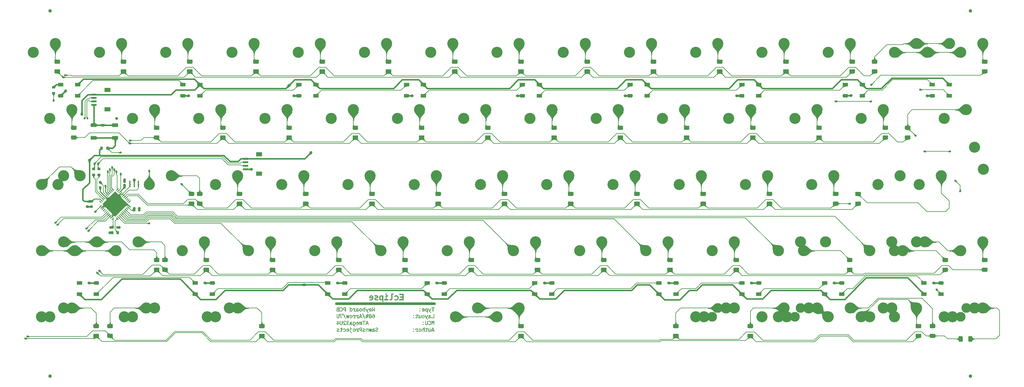
<source format=gbr>
%TF.GenerationSoftware,KiCad,Pcbnew,(5.1.11)-1*%
%TF.CreationDate,2022-10-09T01:18:40+07:00*%
%TF.ProjectId,Eclipse60,45636c69-7073-4653-9630-2e6b69636164,rev?*%
%TF.SameCoordinates,Original*%
%TF.FileFunction,Copper,L2,Bot*%
%TF.FilePolarity,Positive*%
%FSLAX46Y46*%
G04 Gerber Fmt 4.6, Leading zero omitted, Abs format (unit mm)*
G04 Created by KiCad (PCBNEW (5.1.11)-1) date 2022-10-09 01:18:40*
%MOMM*%
%LPD*%
G01*
G04 APERTURE LIST*
%TA.AperFunction,EtchedComponent*%
%ADD10C,0.010000*%
%TD*%
%TA.AperFunction,SMDPad,CuDef*%
%ADD11C,3.200000*%
%TD*%
%TA.AperFunction,ComponentPad*%
%ADD12C,2.400000*%
%TD*%
%TA.AperFunction,SMDPad,CuDef*%
%ADD13C,2.800000*%
%TD*%
%TA.AperFunction,SMDPad,CuDef*%
%ADD14C,1.000000*%
%TD*%
%TA.AperFunction,SMDPad,CuDef*%
%ADD15R,1.800000X1.200000*%
%TD*%
%TA.AperFunction,SMDPad,CuDef*%
%ADD16R,1.550000X0.600000*%
%TD*%
%TA.AperFunction,SMDPad,CuDef*%
%ADD17R,0.950000X0.800000*%
%TD*%
%TA.AperFunction,SMDPad,CuDef*%
%ADD18R,1.800000X1.100000*%
%TD*%
%TA.AperFunction,SMDPad,CuDef*%
%ADD19R,0.800000X0.950000*%
%TD*%
%TA.AperFunction,SMDPad,CuDef*%
%ADD20R,1.500000X1.000000*%
%TD*%
%TA.AperFunction,SMDPad,CuDef*%
%ADD21C,0.100000*%
%TD*%
%TA.AperFunction,ComponentPad*%
%ADD22C,0.500000*%
%TD*%
%TA.AperFunction,SMDPad,CuDef*%
%ADD23R,0.400000X1.900000*%
%TD*%
%TA.AperFunction,SMDPad,CuDef*%
%ADD24R,0.750000X0.800000*%
%TD*%
%TA.AperFunction,SMDPad,CuDef*%
%ADD25R,0.800000X0.750000*%
%TD*%
%TA.AperFunction,ViaPad*%
%ADD26C,0.800000*%
%TD*%
%TA.AperFunction,ViaPad*%
%ADD27C,0.600000*%
%TD*%
%TA.AperFunction,Conductor*%
%ADD28C,0.200000*%
%TD*%
%TA.AperFunction,Conductor*%
%ADD29C,0.400000*%
%TD*%
%TA.AperFunction,Conductor*%
%ADD30C,0.250000*%
%TD*%
%TA.AperFunction,Conductor*%
%ADD31C,0.300000*%
%TD*%
%TA.AperFunction,Conductor*%
%ADD32C,0.025400*%
%TD*%
%TA.AperFunction,Conductor*%
%ADD33C,0.100000*%
%TD*%
G04 APERTURE END LIST*
D10*
%TO.C,G\u002A\u002A\u002A*%
G36*
X131146375Y-111434186D02*
G01*
X131110737Y-111475726D01*
X131102629Y-111527808D01*
X131119118Y-111576366D01*
X131157271Y-111607337D01*
X131183417Y-111611833D01*
X131228207Y-111596567D01*
X131245950Y-111581248D01*
X131266162Y-111532672D01*
X131258413Y-111482804D01*
X131230231Y-111442763D01*
X131189144Y-111423668D01*
X131146375Y-111434186D01*
G37*
X131146375Y-111434186D02*
X131110737Y-111475726D01*
X131102629Y-111527808D01*
X131119118Y-111576366D01*
X131157271Y-111607337D01*
X131183417Y-111611833D01*
X131228207Y-111596567D01*
X131245950Y-111581248D01*
X131266162Y-111532672D01*
X131258413Y-111482804D01*
X131230231Y-111442763D01*
X131189144Y-111423668D01*
X131146375Y-111434186D01*
G36*
X135682531Y-105035169D02*
G01*
X135661115Y-105042148D01*
X135628024Y-105069184D01*
X135595257Y-105116418D01*
X135594216Y-105118405D01*
X135575710Y-105190612D01*
X135591063Y-105255467D01*
X135631835Y-105307229D01*
X135689582Y-105340155D01*
X135755862Y-105348503D01*
X135822234Y-105326532D01*
X135857561Y-105297510D01*
X135897133Y-105231214D01*
X135901284Y-105163645D01*
X135875955Y-105102530D01*
X135827091Y-105055595D01*
X135760635Y-105030566D01*
X135682531Y-105035169D01*
G37*
X135682531Y-105035169D02*
X135661115Y-105042148D01*
X135628024Y-105069184D01*
X135595257Y-105116418D01*
X135594216Y-105118405D01*
X135575710Y-105190612D01*
X135591063Y-105255467D01*
X135631835Y-105307229D01*
X135689582Y-105340155D01*
X135755862Y-105348503D01*
X135822234Y-105326532D01*
X135857561Y-105297510D01*
X135897133Y-105231214D01*
X135901284Y-105163645D01*
X135875955Y-105102530D01*
X135827091Y-105055595D01*
X135760635Y-105030566D01*
X135682531Y-105035169D01*
G36*
X135628417Y-106680000D02*
G01*
X135205083Y-106680000D01*
X135205083Y-106870500D01*
X136348083Y-106870500D01*
X136348083Y-106680000D01*
X135840083Y-106680000D01*
X135840083Y-105769833D01*
X136263417Y-105769833D01*
X136263417Y-105579333D01*
X135628417Y-105579333D01*
X135628417Y-106680000D01*
G37*
X135628417Y-106680000D02*
X135205083Y-106680000D01*
X135205083Y-106870500D01*
X136348083Y-106870500D01*
X136348083Y-106680000D01*
X135840083Y-106680000D01*
X135840083Y-105769833D01*
X136263417Y-105769833D01*
X136263417Y-105579333D01*
X135628417Y-105579333D01*
X135628417Y-106680000D01*
G36*
X139544250Y-105346500D02*
G01*
X140454417Y-105346500D01*
X140454417Y-105918000D01*
X139777083Y-105918000D01*
X139777083Y-106108500D01*
X140454417Y-106108500D01*
X140454417Y-106680000D01*
X139544250Y-106680000D01*
X139544250Y-106870500D01*
X140687250Y-106870500D01*
X140687250Y-105156000D01*
X139544250Y-105156000D01*
X139544250Y-105346500D01*
G37*
X139544250Y-105346500D02*
X140454417Y-105346500D01*
X140454417Y-105918000D01*
X139777083Y-105918000D01*
X139777083Y-106108500D01*
X140454417Y-106108500D01*
X140454417Y-106680000D01*
X139544250Y-106680000D01*
X139544250Y-106870500D01*
X140687250Y-106870500D01*
X140687250Y-105156000D01*
X139544250Y-105156000D01*
X139544250Y-105346500D01*
G36*
X131420092Y-105561544D02*
G01*
X131271573Y-105586349D01*
X131150473Y-105642727D01*
X131056391Y-105731144D01*
X130988927Y-105852068D01*
X130947682Y-106005966D01*
X130934494Y-106128140D01*
X130923545Y-106320166D01*
X131370981Y-106320166D01*
X131527237Y-106320236D01*
X131645344Y-106321552D01*
X131729486Y-106325770D01*
X131783845Y-106334547D01*
X131812604Y-106349540D01*
X131819945Y-106372407D01*
X131810051Y-106404805D01*
X131787106Y-106448390D01*
X131770121Y-106478290D01*
X131690914Y-106576744D01*
X131582333Y-106645770D01*
X131445973Y-106684805D01*
X131283430Y-106693284D01*
X131185747Y-106685012D01*
X131108975Y-106675635D01*
X131051131Y-106669211D01*
X131022637Y-106666882D01*
X131021355Y-106667022D01*
X131016591Y-106687319D01*
X131008272Y-106736089D01*
X131003539Y-106766873D01*
X130989035Y-106864331D01*
X131070351Y-106877765D01*
X131178410Y-106889021D01*
X131302909Y-106891773D01*
X131429699Y-106886648D01*
X131544626Y-106874272D01*
X131633541Y-106855269D01*
X131642047Y-106852485D01*
X131767703Y-106795985D01*
X131863880Y-106719727D01*
X131941031Y-106614414D01*
X131969157Y-106561563D01*
X132002697Y-106489336D01*
X132023118Y-106429559D01*
X132033593Y-106366778D01*
X132037295Y-106285539D01*
X132037596Y-106228293D01*
X132033779Y-106150833D01*
X131838525Y-106150833D01*
X131141083Y-106150833D01*
X131141083Y-106083432D01*
X131160071Y-105975499D01*
X131212016Y-105882054D01*
X131289398Y-105809782D01*
X131384693Y-105765371D01*
X131490377Y-105755506D01*
X131507710Y-105757575D01*
X131628185Y-105794433D01*
X131722530Y-105864300D01*
X131789618Y-105966027D01*
X131825416Y-106082041D01*
X131838525Y-106150833D01*
X132033779Y-106150833D01*
X132029650Y-106067078D01*
X132004188Y-105936804D01*
X131958262Y-105828663D01*
X131888924Y-105733846D01*
X131862922Y-105706489D01*
X131769168Y-105629728D01*
X131666438Y-105582427D01*
X131544813Y-105561338D01*
X131420092Y-105561544D01*
G37*
X131420092Y-105561544D02*
X131271573Y-105586349D01*
X131150473Y-105642727D01*
X131056391Y-105731144D01*
X130988927Y-105852068D01*
X130947682Y-106005966D01*
X130934494Y-106128140D01*
X130923545Y-106320166D01*
X131370981Y-106320166D01*
X131527237Y-106320236D01*
X131645344Y-106321552D01*
X131729486Y-106325770D01*
X131783845Y-106334547D01*
X131812604Y-106349540D01*
X131819945Y-106372407D01*
X131810051Y-106404805D01*
X131787106Y-106448390D01*
X131770121Y-106478290D01*
X131690914Y-106576744D01*
X131582333Y-106645770D01*
X131445973Y-106684805D01*
X131283430Y-106693284D01*
X131185747Y-106685012D01*
X131108975Y-106675635D01*
X131051131Y-106669211D01*
X131022637Y-106666882D01*
X131021355Y-106667022D01*
X131016591Y-106687319D01*
X131008272Y-106736089D01*
X131003539Y-106766873D01*
X130989035Y-106864331D01*
X131070351Y-106877765D01*
X131178410Y-106889021D01*
X131302909Y-106891773D01*
X131429699Y-106886648D01*
X131544626Y-106874272D01*
X131633541Y-106855269D01*
X131642047Y-106852485D01*
X131767703Y-106795985D01*
X131863880Y-106719727D01*
X131941031Y-106614414D01*
X131969157Y-106561563D01*
X132002697Y-106489336D01*
X132023118Y-106429559D01*
X132033593Y-106366778D01*
X132037295Y-106285539D01*
X132037596Y-106228293D01*
X132033779Y-106150833D01*
X131838525Y-106150833D01*
X131141083Y-106150833D01*
X131141083Y-106083432D01*
X131160071Y-105975499D01*
X131212016Y-105882054D01*
X131289398Y-105809782D01*
X131384693Y-105765371D01*
X131490377Y-105755506D01*
X131507710Y-105757575D01*
X131628185Y-105794433D01*
X131722530Y-105864300D01*
X131789618Y-105966027D01*
X131825416Y-106082041D01*
X131838525Y-106150833D01*
X132033779Y-106150833D01*
X132029650Y-106067078D01*
X132004188Y-105936804D01*
X131958262Y-105828663D01*
X131888924Y-105733846D01*
X131862922Y-105706489D01*
X131769168Y-105629728D01*
X131666438Y-105582427D01*
X131544813Y-105561338D01*
X131420092Y-105561544D01*
G36*
X132653322Y-105569572D02*
G01*
X132554729Y-105571343D01*
X132479154Y-105574065D01*
X132434079Y-105577503D01*
X132424853Y-105579738D01*
X132420441Y-105605746D01*
X132422991Y-105657114D01*
X132425149Y-105675330D01*
X132436496Y-105759934D01*
X132725415Y-105760026D01*
X132890217Y-105764390D01*
X133016289Y-105778216D01*
X133106436Y-105802784D01*
X133163463Y-105839374D01*
X133190174Y-105889266D01*
X133189375Y-105953740D01*
X133185771Y-105970068D01*
X133167652Y-106002929D01*
X133127478Y-106033189D01*
X133060237Y-106063097D01*
X132960920Y-106094907D01*
X132831871Y-106129041D01*
X132678912Y-106172255D01*
X132563733Y-106218265D01*
X132481793Y-106271066D01*
X132428557Y-106334653D01*
X132399485Y-106413019D01*
X132390040Y-106510159D01*
X132389996Y-106517984D01*
X132399847Y-106628720D01*
X132433828Y-106711298D01*
X132498335Y-106776000D01*
X132580251Y-106823791D01*
X132628106Y-106846063D01*
X132671822Y-106861782D01*
X132720294Y-106872187D01*
X132782422Y-106878518D01*
X132867102Y-106882013D01*
X132983233Y-106883912D01*
X133014333Y-106884243D01*
X133130908Y-106884734D01*
X133236663Y-106883902D01*
X133322348Y-106881912D01*
X133378714Y-106878931D01*
X133391112Y-106877476D01*
X133426568Y-106868967D01*
X133441800Y-106851215D01*
X133441851Y-106811983D01*
X133436025Y-106768449D01*
X133426592Y-106709038D01*
X133418929Y-106670476D01*
X133416548Y-106663356D01*
X133394763Y-106663119D01*
X133340457Y-106667462D01*
X133263091Y-106675548D01*
X133213188Y-106681401D01*
X133043641Y-106694505D01*
X132897795Y-106690680D01*
X132778535Y-106671040D01*
X132688748Y-106636698D01*
X132631319Y-106588767D01*
X132609134Y-106528361D01*
X132625078Y-106456592D01*
X132625897Y-106454857D01*
X132637607Y-106431875D01*
X132651795Y-106413537D01*
X132674460Y-106397348D01*
X132711605Y-106380813D01*
X132769231Y-106361439D01*
X132853338Y-106336731D01*
X132969929Y-106304194D01*
X133024917Y-106289005D01*
X133174909Y-106240963D01*
X133286245Y-106188524D01*
X133362597Y-106127957D01*
X133407637Y-106055529D01*
X133425037Y-105967510D01*
X133421788Y-105885673D01*
X133392689Y-105779540D01*
X133330046Y-105695240D01*
X133230830Y-105628951D01*
X133210723Y-105619474D01*
X133164438Y-105600151D01*
X133119831Y-105586495D01*
X133068328Y-105577529D01*
X133001354Y-105572277D01*
X132910336Y-105569761D01*
X132786697Y-105569006D01*
X132767453Y-105568986D01*
X132653322Y-105569572D01*
G37*
X132653322Y-105569572D02*
X132554729Y-105571343D01*
X132479154Y-105574065D01*
X132434079Y-105577503D01*
X132424853Y-105579738D01*
X132420441Y-105605746D01*
X132422991Y-105657114D01*
X132425149Y-105675330D01*
X132436496Y-105759934D01*
X132725415Y-105760026D01*
X132890217Y-105764390D01*
X133016289Y-105778216D01*
X133106436Y-105802784D01*
X133163463Y-105839374D01*
X133190174Y-105889266D01*
X133189375Y-105953740D01*
X133185771Y-105970068D01*
X133167652Y-106002929D01*
X133127478Y-106033189D01*
X133060237Y-106063097D01*
X132960920Y-106094907D01*
X132831871Y-106129041D01*
X132678912Y-106172255D01*
X132563733Y-106218265D01*
X132481793Y-106271066D01*
X132428557Y-106334653D01*
X132399485Y-106413019D01*
X132390040Y-106510159D01*
X132389996Y-106517984D01*
X132399847Y-106628720D01*
X132433828Y-106711298D01*
X132498335Y-106776000D01*
X132580251Y-106823791D01*
X132628106Y-106846063D01*
X132671822Y-106861782D01*
X132720294Y-106872187D01*
X132782422Y-106878518D01*
X132867102Y-106882013D01*
X132983233Y-106883912D01*
X133014333Y-106884243D01*
X133130908Y-106884734D01*
X133236663Y-106883902D01*
X133322348Y-106881912D01*
X133378714Y-106878931D01*
X133391112Y-106877476D01*
X133426568Y-106868967D01*
X133441800Y-106851215D01*
X133441851Y-106811983D01*
X133436025Y-106768449D01*
X133426592Y-106709038D01*
X133418929Y-106670476D01*
X133416548Y-106663356D01*
X133394763Y-106663119D01*
X133340457Y-106667462D01*
X133263091Y-106675548D01*
X133213188Y-106681401D01*
X133043641Y-106694505D01*
X132897795Y-106690680D01*
X132778535Y-106671040D01*
X132688748Y-106636698D01*
X132631319Y-106588767D01*
X132609134Y-106528361D01*
X132625078Y-106456592D01*
X132625897Y-106454857D01*
X132637607Y-106431875D01*
X132651795Y-106413537D01*
X132674460Y-106397348D01*
X132711605Y-106380813D01*
X132769231Y-106361439D01*
X132853338Y-106336731D01*
X132969929Y-106304194D01*
X133024917Y-106289005D01*
X133174909Y-106240963D01*
X133286245Y-106188524D01*
X133362597Y-106127957D01*
X133407637Y-106055529D01*
X133425037Y-105967510D01*
X133421788Y-105885673D01*
X133392689Y-105779540D01*
X133330046Y-105695240D01*
X133230830Y-105628951D01*
X133210723Y-105619474D01*
X133164438Y-105600151D01*
X133119831Y-105586495D01*
X133068328Y-105577529D01*
X133001354Y-105572277D01*
X132910336Y-105569761D01*
X132786697Y-105569006D01*
X132767453Y-105568986D01*
X132653322Y-105569572D01*
G36*
X137257938Y-105785708D02*
G01*
X137257398Y-106000810D01*
X137255909Y-106176677D01*
X137253366Y-106316395D01*
X137249665Y-106423055D01*
X137244702Y-106499743D01*
X137238373Y-106549550D01*
X137231313Y-106574166D01*
X137195659Y-106617069D01*
X137139534Y-106658306D01*
X137122604Y-106667390D01*
X137073615Y-106688285D01*
X137027907Y-106697239D01*
X136970343Y-106695369D01*
X136890450Y-106684518D01*
X136816546Y-106673797D01*
X136761536Y-106667176D01*
X136736319Y-106665948D01*
X136735856Y-106666171D01*
X136729849Y-106688028D01*
X136720589Y-106737016D01*
X136717031Y-106758501D01*
X136710106Y-106814166D01*
X136719121Y-106842912D01*
X136753224Y-106859602D01*
X136784853Y-106868713D01*
X136876273Y-106885440D01*
X136984113Y-106892261D01*
X137094603Y-106889627D01*
X137193977Y-106877991D01*
X137268465Y-106857805D01*
X137279747Y-106852474D01*
X137370059Y-106780889D01*
X137435432Y-106676475D01*
X137468329Y-106572351D01*
X137474813Y-106520178D01*
X137480452Y-106431212D01*
X137485070Y-106310990D01*
X137488494Y-106165047D01*
X137490546Y-105998918D01*
X137491083Y-105853458D01*
X137491083Y-105240666D01*
X137872083Y-105240666D01*
X137872083Y-105050166D01*
X137258250Y-105050166D01*
X137257938Y-105785708D01*
G37*
X137257938Y-105785708D02*
X137257398Y-106000810D01*
X137255909Y-106176677D01*
X137253366Y-106316395D01*
X137249665Y-106423055D01*
X137244702Y-106499743D01*
X137238373Y-106549550D01*
X137231313Y-106574166D01*
X137195659Y-106617069D01*
X137139534Y-106658306D01*
X137122604Y-106667390D01*
X137073615Y-106688285D01*
X137027907Y-106697239D01*
X136970343Y-106695369D01*
X136890450Y-106684518D01*
X136816546Y-106673797D01*
X136761536Y-106667176D01*
X136736319Y-106665948D01*
X136735856Y-106666171D01*
X136729849Y-106688028D01*
X136720589Y-106737016D01*
X136717031Y-106758501D01*
X136710106Y-106814166D01*
X136719121Y-106842912D01*
X136753224Y-106859602D01*
X136784853Y-106868713D01*
X136876273Y-106885440D01*
X136984113Y-106892261D01*
X137094603Y-106889627D01*
X137193977Y-106877991D01*
X137268465Y-106857805D01*
X137279747Y-106852474D01*
X137370059Y-106780889D01*
X137435432Y-106676475D01*
X137468329Y-106572351D01*
X137474813Y-106520178D01*
X137480452Y-106431212D01*
X137485070Y-106310990D01*
X137488494Y-106165047D01*
X137490546Y-105998918D01*
X137491083Y-105853458D01*
X137491083Y-105240666D01*
X137872083Y-105240666D01*
X137872083Y-105050166D01*
X137258250Y-105050166D01*
X137257938Y-105785708D01*
G36*
X138516027Y-105566066D02*
G01*
X138366695Y-105599559D01*
X138247391Y-105662877D01*
X138158127Y-105756014D01*
X138153041Y-105763593D01*
X138133449Y-105797355D01*
X138133459Y-105822229D01*
X138157746Y-105851044D01*
X138197334Y-105885169D01*
X138277299Y-105952304D01*
X138355917Y-105873686D01*
X138460205Y-105797930D01*
X138581385Y-105759868D01*
X138709875Y-105760612D01*
X138830216Y-105797694D01*
X138925353Y-105867511D01*
X138993354Y-105967435D01*
X139032289Y-106094839D01*
X139041240Y-106211552D01*
X139028205Y-106358880D01*
X138989354Y-106475890D01*
X138921987Y-106567729D01*
X138823402Y-106639546D01*
X138814000Y-106644626D01*
X138761121Y-106667788D01*
X138702033Y-106681457D01*
X138623902Y-106687689D01*
X138538833Y-106688701D01*
X138442615Y-106686672D01*
X138353188Y-106681897D01*
X138285836Y-106675278D01*
X138271233Y-106672878D01*
X138194132Y-106657768D01*
X138184439Y-106748259D01*
X138182432Y-106808777D01*
X138189046Y-106851683D01*
X138193213Y-106859323D01*
X138224130Y-106870479D01*
X138288055Y-106878676D01*
X138375763Y-106883905D01*
X138478033Y-106886157D01*
X138585641Y-106885423D01*
X138689364Y-106881694D01*
X138779979Y-106874962D01*
X138848263Y-106865217D01*
X138868840Y-106859978D01*
X138974919Y-106808369D01*
X139077548Y-106727805D01*
X139163133Y-106630430D01*
X139205374Y-106559299D01*
X139239993Y-106454106D01*
X139260662Y-106324092D01*
X139266121Y-106184821D01*
X139255114Y-106051859D01*
X139249087Y-106018732D01*
X139198517Y-105872622D01*
X139113993Y-105748173D01*
X138999612Y-105651099D01*
X138974604Y-105636086D01*
X138900705Y-105599356D01*
X138828752Y-105577447D01*
X138740409Y-105565520D01*
X138695377Y-105562402D01*
X138516027Y-105566066D01*
G37*
X138516027Y-105566066D02*
X138366695Y-105599559D01*
X138247391Y-105662877D01*
X138158127Y-105756014D01*
X138153041Y-105763593D01*
X138133449Y-105797355D01*
X138133459Y-105822229D01*
X138157746Y-105851044D01*
X138197334Y-105885169D01*
X138277299Y-105952304D01*
X138355917Y-105873686D01*
X138460205Y-105797930D01*
X138581385Y-105759868D01*
X138709875Y-105760612D01*
X138830216Y-105797694D01*
X138925353Y-105867511D01*
X138993354Y-105967435D01*
X139032289Y-106094839D01*
X139041240Y-106211552D01*
X139028205Y-106358880D01*
X138989354Y-106475890D01*
X138921987Y-106567729D01*
X138823402Y-106639546D01*
X138814000Y-106644626D01*
X138761121Y-106667788D01*
X138702033Y-106681457D01*
X138623902Y-106687689D01*
X138538833Y-106688701D01*
X138442615Y-106686672D01*
X138353188Y-106681897D01*
X138285836Y-106675278D01*
X138271233Y-106672878D01*
X138194132Y-106657768D01*
X138184439Y-106748259D01*
X138182432Y-106808777D01*
X138189046Y-106851683D01*
X138193213Y-106859323D01*
X138224130Y-106870479D01*
X138288055Y-106878676D01*
X138375763Y-106883905D01*
X138478033Y-106886157D01*
X138585641Y-106885423D01*
X138689364Y-106881694D01*
X138779979Y-106874962D01*
X138848263Y-106865217D01*
X138868840Y-106859978D01*
X138974919Y-106808369D01*
X139077548Y-106727805D01*
X139163133Y-106630430D01*
X139205374Y-106559299D01*
X139239993Y-106454106D01*
X139260662Y-106324092D01*
X139266121Y-106184821D01*
X139255114Y-106051859D01*
X139249087Y-106018732D01*
X139198517Y-105872622D01*
X139113993Y-105748173D01*
X138999612Y-105651099D01*
X138974604Y-105636086D01*
X138900705Y-105599356D01*
X138828752Y-105577447D01*
X138740409Y-105565520D01*
X138695377Y-105562402D01*
X138516027Y-105566066D01*
G36*
X134132027Y-105579588D02*
G01*
X134040482Y-105616375D01*
X133943310Y-105684758D01*
X133869884Y-105777909D01*
X133817389Y-105900695D01*
X133783012Y-106057980D01*
X133782292Y-106062865D01*
X133768783Y-106246641D01*
X133782105Y-106417409D01*
X133820658Y-106569491D01*
X133882843Y-106697203D01*
X133967061Y-106794867D01*
X133994339Y-106816031D01*
X134092724Y-106863497D01*
X134214764Y-106889276D01*
X134346521Y-106891142D01*
X134411061Y-106882530D01*
X134491032Y-106851290D01*
X134568077Y-106794553D01*
X134628029Y-106724629D01*
X134652793Y-106672557D01*
X134659977Y-106663023D01*
X134665605Y-106690457D01*
X134669760Y-106756184D01*
X134672524Y-106861531D01*
X134673981Y-107007824D01*
X134674008Y-107013375D01*
X134675917Y-107420833D01*
X134887583Y-107420833D01*
X134887583Y-106224916D01*
X134664404Y-106224916D01*
X134658065Y-106370139D01*
X134637286Y-106480915D01*
X134599427Y-106563454D01*
X134541847Y-106623964D01*
X134478883Y-106661118D01*
X134377849Y-106689609D01*
X134271567Y-106688735D01*
X134175974Y-106659425D01*
X134146750Y-106641736D01*
X134106302Y-106600443D01*
X134062866Y-106538123D01*
X134043159Y-106502607D01*
X134010047Y-106403509D01*
X133993318Y-106281185D01*
X133993347Y-106151599D01*
X134010509Y-106030712D01*
X134030552Y-105965546D01*
X134091888Y-105862726D01*
X134176525Y-105792709D01*
X134278138Y-105758054D01*
X134390407Y-105761322D01*
X134471108Y-105787171D01*
X134548612Y-105832352D01*
X134603852Y-105892932D01*
X134639669Y-105975342D01*
X134658903Y-106086016D01*
X134664404Y-106224916D01*
X134887583Y-106224916D01*
X134887583Y-105579333D01*
X134701056Y-105579333D01*
X134686362Y-105686167D01*
X134671669Y-105793002D01*
X134635185Y-105723209D01*
X134573250Y-105647828D01*
X134483015Y-105594167D01*
X134373432Y-105563835D01*
X134253453Y-105558439D01*
X134132027Y-105579588D01*
G37*
X134132027Y-105579588D02*
X134040482Y-105616375D01*
X133943310Y-105684758D01*
X133869884Y-105777909D01*
X133817389Y-105900695D01*
X133783012Y-106057980D01*
X133782292Y-106062865D01*
X133768783Y-106246641D01*
X133782105Y-106417409D01*
X133820658Y-106569491D01*
X133882843Y-106697203D01*
X133967061Y-106794867D01*
X133994339Y-106816031D01*
X134092724Y-106863497D01*
X134214764Y-106889276D01*
X134346521Y-106891142D01*
X134411061Y-106882530D01*
X134491032Y-106851290D01*
X134568077Y-106794553D01*
X134628029Y-106724629D01*
X134652793Y-106672557D01*
X134659977Y-106663023D01*
X134665605Y-106690457D01*
X134669760Y-106756184D01*
X134672524Y-106861531D01*
X134673981Y-107007824D01*
X134674008Y-107013375D01*
X134675917Y-107420833D01*
X134887583Y-107420833D01*
X134887583Y-106224916D01*
X134664404Y-106224916D01*
X134658065Y-106370139D01*
X134637286Y-106480915D01*
X134599427Y-106563454D01*
X134541847Y-106623964D01*
X134478883Y-106661118D01*
X134377849Y-106689609D01*
X134271567Y-106688735D01*
X134175974Y-106659425D01*
X134146750Y-106641736D01*
X134106302Y-106600443D01*
X134062866Y-106538123D01*
X134043159Y-106502607D01*
X134010047Y-106403509D01*
X133993318Y-106281185D01*
X133993347Y-106151599D01*
X134010509Y-106030712D01*
X134030552Y-105965546D01*
X134091888Y-105862726D01*
X134176525Y-105792709D01*
X134278138Y-105758054D01*
X134390407Y-105761322D01*
X134471108Y-105787171D01*
X134548612Y-105832352D01*
X134603852Y-105892932D01*
X134639669Y-105975342D01*
X134658903Y-106086016D01*
X134664404Y-106224916D01*
X134887583Y-106224916D01*
X134887583Y-105579333D01*
X134701056Y-105579333D01*
X134686362Y-105686167D01*
X134671669Y-105793002D01*
X134635185Y-105723209D01*
X134573250Y-105647828D01*
X134483015Y-105594167D01*
X134373432Y-105563835D01*
X134253453Y-105558439D01*
X134132027Y-105579588D01*
G36*
X121220254Y-107651509D02*
G01*
X121143970Y-107728594D01*
X121089967Y-107826633D01*
X121066568Y-107929759D01*
X121066215Y-107945136D01*
X121083296Y-108032858D01*
X121126806Y-108124547D01*
X121187070Y-108202068D01*
X121216742Y-108227260D01*
X121288000Y-108278083D01*
X135512000Y-108283270D01*
X136446934Y-108283605D01*
X137340465Y-108283911D01*
X138193521Y-108284186D01*
X139007032Y-108284429D01*
X139781928Y-108284637D01*
X140519137Y-108284810D01*
X141219590Y-108284944D01*
X141884216Y-108285039D01*
X142513944Y-108285092D01*
X143109704Y-108285101D01*
X143672426Y-108285066D01*
X144203038Y-108284983D01*
X144702471Y-108284851D01*
X145171653Y-108284669D01*
X145611514Y-108284434D01*
X146022984Y-108284146D01*
X146406992Y-108283800D01*
X146764467Y-108283397D01*
X147096340Y-108282935D01*
X147403538Y-108282410D01*
X147686993Y-108281823D01*
X147947633Y-108281170D01*
X148186388Y-108280450D01*
X148404188Y-108279661D01*
X148601961Y-108278801D01*
X148780637Y-108277870D01*
X148941146Y-108276863D01*
X149084417Y-108275781D01*
X149211380Y-108274621D01*
X149322964Y-108273381D01*
X149420099Y-108272060D01*
X149503713Y-108270655D01*
X149574737Y-108269165D01*
X149634100Y-108267588D01*
X149682731Y-108265922D01*
X149721560Y-108264165D01*
X149751516Y-108262316D01*
X149773529Y-108260373D01*
X149788529Y-108258334D01*
X149797444Y-108256197D01*
X149799453Y-108255346D01*
X149879102Y-108205130D01*
X149931696Y-108145924D01*
X149970883Y-108063996D01*
X149994272Y-107949169D01*
X149980799Y-107835893D01*
X149933871Y-107733534D01*
X149856894Y-107651457D01*
X149810040Y-107621894D01*
X149802703Y-107619802D01*
X149788351Y-107617803D01*
X149766063Y-107615894D01*
X149734922Y-107614074D01*
X149694006Y-107612339D01*
X149642398Y-107610690D01*
X149579178Y-107609122D01*
X149503427Y-107607635D01*
X149414224Y-107606225D01*
X149310652Y-107604892D01*
X149191791Y-107603633D01*
X149056721Y-107602446D01*
X148904522Y-107601329D01*
X148734277Y-107600280D01*
X148545065Y-107599297D01*
X148335968Y-107598378D01*
X148106065Y-107597521D01*
X147854438Y-107596723D01*
X147580167Y-107595983D01*
X147282333Y-107595299D01*
X146960017Y-107594668D01*
X146612299Y-107594090D01*
X146238260Y-107593560D01*
X145836981Y-107593079D01*
X145407543Y-107592642D01*
X144949025Y-107592249D01*
X144460510Y-107591898D01*
X143941077Y-107591586D01*
X143389807Y-107591311D01*
X142805781Y-107591072D01*
X142188080Y-107590866D01*
X141535785Y-107590691D01*
X140847975Y-107590545D01*
X140123732Y-107590426D01*
X139362137Y-107590332D01*
X138562269Y-107590262D01*
X137723211Y-107590212D01*
X136844042Y-107590181D01*
X135923843Y-107590167D01*
X135526810Y-107590166D01*
X121304935Y-107590166D01*
X121220254Y-107651509D01*
G37*
X121220254Y-107651509D02*
X121143970Y-107728594D01*
X121089967Y-107826633D01*
X121066568Y-107929759D01*
X121066215Y-107945136D01*
X121083296Y-108032858D01*
X121126806Y-108124547D01*
X121187070Y-108202068D01*
X121216742Y-108227260D01*
X121288000Y-108278083D01*
X135512000Y-108283270D01*
X136446934Y-108283605D01*
X137340465Y-108283911D01*
X138193521Y-108284186D01*
X139007032Y-108284429D01*
X139781928Y-108284637D01*
X140519137Y-108284810D01*
X141219590Y-108284944D01*
X141884216Y-108285039D01*
X142513944Y-108285092D01*
X143109704Y-108285101D01*
X143672426Y-108285066D01*
X144203038Y-108284983D01*
X144702471Y-108284851D01*
X145171653Y-108284669D01*
X145611514Y-108284434D01*
X146022984Y-108284146D01*
X146406992Y-108283800D01*
X146764467Y-108283397D01*
X147096340Y-108282935D01*
X147403538Y-108282410D01*
X147686993Y-108281823D01*
X147947633Y-108281170D01*
X148186388Y-108280450D01*
X148404188Y-108279661D01*
X148601961Y-108278801D01*
X148780637Y-108277870D01*
X148941146Y-108276863D01*
X149084417Y-108275781D01*
X149211380Y-108274621D01*
X149322964Y-108273381D01*
X149420099Y-108272060D01*
X149503713Y-108270655D01*
X149574737Y-108269165D01*
X149634100Y-108267588D01*
X149682731Y-108265922D01*
X149721560Y-108264165D01*
X149751516Y-108262316D01*
X149773529Y-108260373D01*
X149788529Y-108258334D01*
X149797444Y-108256197D01*
X149799453Y-108255346D01*
X149879102Y-108205130D01*
X149931696Y-108145924D01*
X149970883Y-108063996D01*
X149994272Y-107949169D01*
X149980799Y-107835893D01*
X149933871Y-107733534D01*
X149856894Y-107651457D01*
X149810040Y-107621894D01*
X149802703Y-107619802D01*
X149788351Y-107617803D01*
X149766063Y-107615894D01*
X149734922Y-107614074D01*
X149694006Y-107612339D01*
X149642398Y-107610690D01*
X149579178Y-107609122D01*
X149503427Y-107607635D01*
X149414224Y-107606225D01*
X149310652Y-107604892D01*
X149191791Y-107603633D01*
X149056721Y-107602446D01*
X148904522Y-107601329D01*
X148734277Y-107600280D01*
X148545065Y-107599297D01*
X148335968Y-107598378D01*
X148106065Y-107597521D01*
X147854438Y-107596723D01*
X147580167Y-107595983D01*
X147282333Y-107595299D01*
X146960017Y-107594668D01*
X146612299Y-107594090D01*
X146238260Y-107593560D01*
X145836981Y-107593079D01*
X145407543Y-107592642D01*
X144949025Y-107592249D01*
X144460510Y-107591898D01*
X143941077Y-107591586D01*
X143389807Y-107591311D01*
X142805781Y-107591072D01*
X142188080Y-107590866D01*
X141535785Y-107590691D01*
X140847975Y-107590545D01*
X140123732Y-107590426D01*
X139362137Y-107590332D01*
X138562269Y-107590262D01*
X137723211Y-107590212D01*
X136844042Y-107590181D01*
X135923843Y-107590167D01*
X135526810Y-107590166D01*
X121304935Y-107590166D01*
X121220254Y-107651509D01*
G36*
X145407417Y-109304666D02*
G01*
X145372635Y-109342706D01*
X145366597Y-109392938D01*
X145385574Y-109440441D01*
X145425836Y-109470296D01*
X145449750Y-109474000D01*
X145494194Y-109459878D01*
X145509017Y-109448600D01*
X145534814Y-109400155D01*
X145528954Y-109350782D01*
X145499325Y-109311654D01*
X145453814Y-109293944D01*
X145407417Y-109304666D01*
G37*
X145407417Y-109304666D02*
X145372635Y-109342706D01*
X145366597Y-109392938D01*
X145385574Y-109440441D01*
X145425836Y-109470296D01*
X145449750Y-109474000D01*
X145494194Y-109459878D01*
X145509017Y-109448600D01*
X145534814Y-109400155D01*
X145528954Y-109350782D01*
X145499325Y-109311654D01*
X145453814Y-109293944D01*
X145407417Y-109304666D01*
G36*
X121898023Y-109030796D02*
G01*
X121822326Y-109035743D01*
X121767419Y-109045928D01*
X121722556Y-109062938D01*
X121700520Y-109074505D01*
X121627357Y-109130486D01*
X121586922Y-109202398D01*
X121573789Y-109300198D01*
X121573750Y-109307054D01*
X121583085Y-109395311D01*
X121616237Y-109457551D01*
X121680929Y-109506911D01*
X121696112Y-109515227D01*
X121743883Y-109541303D01*
X121756748Y-109553440D01*
X121737363Y-109557224D01*
X121716314Y-109557731D01*
X121656860Y-109575353D01*
X121589223Y-109621699D01*
X121581298Y-109628771D01*
X121531032Y-109682586D01*
X121505822Y-109737016D01*
X121495770Y-109803396D01*
X121503050Y-109918376D01*
X121545156Y-110012423D01*
X121620289Y-110081864D01*
X121636920Y-110091329D01*
X121677975Y-110108676D01*
X121728827Y-110120161D01*
X121798528Y-110126842D01*
X121896131Y-110129771D01*
X121970295Y-110130166D01*
X122229917Y-110130166D01*
X122229917Y-109601000D01*
X122124083Y-109601000D01*
X122124083Y-110024333D01*
X121949458Y-110024300D01*
X121832576Y-110019718D01*
X121747791Y-110005096D01*
X121700750Y-109987258D01*
X121637543Y-109935154D01*
X121603916Y-109864357D01*
X121599443Y-109786042D01*
X121623702Y-109711380D01*
X121676268Y-109651546D01*
X121714300Y-109630146D01*
X121772197Y-109615311D01*
X121856769Y-109604964D01*
X121952438Y-109601001D01*
X121954070Y-109601000D01*
X122124083Y-109601000D01*
X122229917Y-109601000D01*
X122229917Y-109135333D01*
X122124083Y-109135333D01*
X122124083Y-109495166D01*
X121989659Y-109495166D01*
X121906118Y-109491415D01*
X121829484Y-109481717D01*
X121788129Y-109471773D01*
X121719482Y-109431217D01*
X121685059Y-109367154D01*
X121679583Y-109315250D01*
X121692488Y-109240996D01*
X121733410Y-109187933D01*
X121805664Y-109154137D01*
X121912562Y-109137686D01*
X121989659Y-109135333D01*
X122124083Y-109135333D01*
X122229917Y-109135333D01*
X122229917Y-109029500D01*
X122005257Y-109029500D01*
X121898023Y-109030796D01*
G37*
X121898023Y-109030796D02*
X121822326Y-109035743D01*
X121767419Y-109045928D01*
X121722556Y-109062938D01*
X121700520Y-109074505D01*
X121627357Y-109130486D01*
X121586922Y-109202398D01*
X121573789Y-109300198D01*
X121573750Y-109307054D01*
X121583085Y-109395311D01*
X121616237Y-109457551D01*
X121680929Y-109506911D01*
X121696112Y-109515227D01*
X121743883Y-109541303D01*
X121756748Y-109553440D01*
X121737363Y-109557224D01*
X121716314Y-109557731D01*
X121656860Y-109575353D01*
X121589223Y-109621699D01*
X121581298Y-109628771D01*
X121531032Y-109682586D01*
X121505822Y-109737016D01*
X121495770Y-109803396D01*
X121503050Y-109918376D01*
X121545156Y-110012423D01*
X121620289Y-110081864D01*
X121636920Y-110091329D01*
X121677975Y-110108676D01*
X121728827Y-110120161D01*
X121798528Y-110126842D01*
X121896131Y-110129771D01*
X121970295Y-110130166D01*
X122229917Y-110130166D01*
X122229917Y-109601000D01*
X122124083Y-109601000D01*
X122124083Y-110024333D01*
X121949458Y-110024300D01*
X121832576Y-110019718D01*
X121747791Y-110005096D01*
X121700750Y-109987258D01*
X121637543Y-109935154D01*
X121603916Y-109864357D01*
X121599443Y-109786042D01*
X121623702Y-109711380D01*
X121676268Y-109651546D01*
X121714300Y-109630146D01*
X121772197Y-109615311D01*
X121856769Y-109604964D01*
X121952438Y-109601001D01*
X121954070Y-109601000D01*
X122124083Y-109601000D01*
X122229917Y-109601000D01*
X122229917Y-109135333D01*
X122124083Y-109135333D01*
X122124083Y-109495166D01*
X121989659Y-109495166D01*
X121906118Y-109491415D01*
X121829484Y-109481717D01*
X121788129Y-109471773D01*
X121719482Y-109431217D01*
X121685059Y-109367154D01*
X121679583Y-109315250D01*
X121692488Y-109240996D01*
X121733410Y-109187933D01*
X121805664Y-109154137D01*
X121912562Y-109137686D01*
X121989659Y-109135333D01*
X122124083Y-109135333D01*
X122229917Y-109135333D01*
X122229917Y-109029500D01*
X122005257Y-109029500D01*
X121898023Y-109030796D01*
G36*
X123755750Y-109030779D02*
G01*
X123678251Y-109035729D01*
X123620435Y-109046021D01*
X123571003Y-109063324D01*
X123541928Y-109077125D01*
X123451054Y-109141052D01*
X123393748Y-109226020D01*
X123367198Y-109336933D01*
X123364593Y-109386517D01*
X123379059Y-109517564D01*
X123426394Y-109622147D01*
X123506917Y-109700875D01*
X123541927Y-109721868D01*
X123600384Y-109747923D01*
X123662634Y-109762887D01*
X123743246Y-109769393D01*
X123810163Y-109770333D01*
X123986750Y-109770333D01*
X123986750Y-109950250D01*
X123987236Y-110037374D01*
X123990337Y-110090546D01*
X123998518Y-110118148D01*
X124014245Y-110128561D01*
X124039667Y-110130166D01*
X124092583Y-110130166D01*
X124092583Y-109664500D01*
X123986750Y-109664500D01*
X123854458Y-109664381D01*
X123768537Y-109660691D01*
X123686853Y-109651306D01*
X123643755Y-109642486D01*
X123558198Y-109601779D01*
X123504255Y-109534698D01*
X123480330Y-109438897D01*
X123478750Y-109399916D01*
X123490548Y-109301017D01*
X123528103Y-109227428D01*
X123594656Y-109176868D01*
X123693449Y-109147055D01*
X123827724Y-109135708D01*
X123854458Y-109135451D01*
X123986750Y-109135333D01*
X123986750Y-109664500D01*
X124092583Y-109664500D01*
X124092583Y-109029500D01*
X123864235Y-109029500D01*
X123755750Y-109030779D01*
G37*
X123755750Y-109030779D02*
X123678251Y-109035729D01*
X123620435Y-109046021D01*
X123571003Y-109063324D01*
X123541928Y-109077125D01*
X123451054Y-109141052D01*
X123393748Y-109226020D01*
X123367198Y-109336933D01*
X123364593Y-109386517D01*
X123379059Y-109517564D01*
X123426394Y-109622147D01*
X123506917Y-109700875D01*
X123541927Y-109721868D01*
X123600384Y-109747923D01*
X123662634Y-109762887D01*
X123743246Y-109769393D01*
X123810163Y-109770333D01*
X123986750Y-109770333D01*
X123986750Y-109950250D01*
X123987236Y-110037374D01*
X123990337Y-110090546D01*
X123998518Y-110118148D01*
X124014245Y-110128561D01*
X124039667Y-110130166D01*
X124092583Y-110130166D01*
X124092583Y-109664500D01*
X123986750Y-109664500D01*
X123854458Y-109664381D01*
X123768537Y-109660691D01*
X123686853Y-109651306D01*
X123643755Y-109642486D01*
X123558198Y-109601779D01*
X123504255Y-109534698D01*
X123480330Y-109438897D01*
X123478750Y-109399916D01*
X123490548Y-109301017D01*
X123528103Y-109227428D01*
X123594656Y-109176868D01*
X123693449Y-109147055D01*
X123827724Y-109135708D01*
X123854458Y-109135451D01*
X123986750Y-109135333D01*
X123986750Y-109664500D01*
X124092583Y-109664500D01*
X124092583Y-109029500D01*
X123864235Y-109029500D01*
X123755750Y-109030779D01*
G36*
X126281060Y-109295409D02*
G01*
X126211279Y-109334092D01*
X126164509Y-109403981D01*
X126136020Y-109509509D01*
X126135764Y-109511041D01*
X126127930Y-109567158D01*
X126133635Y-109593138D01*
X126159392Y-109600591D01*
X126186223Y-109601000D01*
X126230109Y-109597049D01*
X126248110Y-109576613D01*
X126251583Y-109526916D01*
X126267594Y-109446649D01*
X126312057Y-109393694D01*
X126379615Y-109373031D01*
X126414605Y-109375342D01*
X126487360Y-109395875D01*
X126541968Y-109434102D01*
X126581001Y-109495221D01*
X126607032Y-109584430D01*
X126622633Y-109706926D01*
X126628420Y-109807375D01*
X126637911Y-110045500D01*
X126518830Y-110045500D01*
X126450621Y-110047255D01*
X126414738Y-110054880D01*
X126401240Y-110071906D01*
X126399750Y-110087833D01*
X126402084Y-110105115D01*
X126413583Y-110116923D01*
X126440994Y-110124294D01*
X126491063Y-110128266D01*
X126570536Y-110129877D01*
X126674917Y-110130166D01*
X126787252Y-110129807D01*
X126864002Y-110128038D01*
X126911913Y-110123821D01*
X126937731Y-110116118D01*
X126948204Y-110103891D01*
X126950083Y-110087833D01*
X126944511Y-110062441D01*
X126920861Y-110049777D01*
X126868729Y-110045681D01*
X126844250Y-110045500D01*
X126738417Y-110045500D01*
X126738417Y-109389333D01*
X126823083Y-109389333D01*
X126878476Y-109385783D01*
X126902957Y-109371434D01*
X126907750Y-109347000D01*
X126903017Y-109323155D01*
X126882305Y-109310383D01*
X126835845Y-109305357D01*
X126783455Y-109304666D01*
X126659161Y-109304666D01*
X126644446Y-109394625D01*
X126629732Y-109484583D01*
X126601572Y-109418507D01*
X126549948Y-109340966D01*
X126473849Y-109296581D01*
X126378583Y-109283500D01*
X126281060Y-109295409D01*
G37*
X126281060Y-109295409D02*
X126211279Y-109334092D01*
X126164509Y-109403981D01*
X126136020Y-109509509D01*
X126135764Y-109511041D01*
X126127930Y-109567158D01*
X126133635Y-109593138D01*
X126159392Y-109600591D01*
X126186223Y-109601000D01*
X126230109Y-109597049D01*
X126248110Y-109576613D01*
X126251583Y-109526916D01*
X126267594Y-109446649D01*
X126312057Y-109393694D01*
X126379615Y-109373031D01*
X126414605Y-109375342D01*
X126487360Y-109395875D01*
X126541968Y-109434102D01*
X126581001Y-109495221D01*
X126607032Y-109584430D01*
X126622633Y-109706926D01*
X126628420Y-109807375D01*
X126637911Y-110045500D01*
X126518830Y-110045500D01*
X126450621Y-110047255D01*
X126414738Y-110054880D01*
X126401240Y-110071906D01*
X126399750Y-110087833D01*
X126402084Y-110105115D01*
X126413583Y-110116923D01*
X126440994Y-110124294D01*
X126491063Y-110128266D01*
X126570536Y-110129877D01*
X126674917Y-110130166D01*
X126787252Y-110129807D01*
X126864002Y-110128038D01*
X126911913Y-110123821D01*
X126937731Y-110116118D01*
X126948204Y-110103891D01*
X126950083Y-110087833D01*
X126944511Y-110062441D01*
X126920861Y-110049777D01*
X126868729Y-110045681D01*
X126844250Y-110045500D01*
X126738417Y-110045500D01*
X126738417Y-109389333D01*
X126823083Y-109389333D01*
X126878476Y-109385783D01*
X126902957Y-109371434D01*
X126907750Y-109347000D01*
X126903017Y-109323155D01*
X126882305Y-109310383D01*
X126835845Y-109305357D01*
X126783455Y-109304666D01*
X126659161Y-109304666D01*
X126644446Y-109394625D01*
X126629732Y-109484583D01*
X126601572Y-109418507D01*
X126549948Y-109340966D01*
X126473849Y-109296581D01*
X126378583Y-109283500D01*
X126281060Y-109295409D01*
G36*
X132347583Y-109645251D02*
G01*
X132268208Y-109630847D01*
X132173607Y-109603902D01*
X132083761Y-109561752D01*
X132015685Y-109512713D01*
X132006091Y-109502710D01*
X131945978Y-109412391D01*
X131897876Y-109298411D01*
X131869155Y-109179188D01*
X131866046Y-109152740D01*
X131858613Y-109083787D01*
X131848364Y-109046977D01*
X131829330Y-109032239D01*
X131795542Y-109029502D01*
X131793013Y-109029500D01*
X131756112Y-109031434D01*
X131739728Y-109044610D01*
X131738549Y-109080085D01*
X131744728Y-109130041D01*
X131784065Y-109309153D01*
X131849148Y-109461063D01*
X131886068Y-109518704D01*
X131951331Y-109608798D01*
X131691631Y-110130166D01*
X131754831Y-110130166D01*
X131783419Y-110127617D01*
X131807481Y-110115644D01*
X131832149Y-110087757D01*
X131862560Y-110037468D01*
X131903846Y-109958289D01*
X131926488Y-109913208D01*
X131970017Y-109826654D01*
X132006494Y-109755101D01*
X132031880Y-109706410D01*
X132041951Y-109688577D01*
X132064146Y-109690378D01*
X132113127Y-109703428D01*
X132149124Y-109715036D01*
X132218557Y-109735374D01*
X132279059Y-109747587D01*
X132298437Y-109749166D01*
X132321713Y-109751147D01*
X132336166Y-109762513D01*
X132343896Y-109791401D01*
X132347002Y-109845947D01*
X132347583Y-109934288D01*
X132347583Y-109939666D01*
X132348005Y-110029845D01*
X132350777Y-110085838D01*
X132358164Y-110115790D01*
X132372428Y-110127847D01*
X132395832Y-110130157D01*
X132400500Y-110130166D01*
X132453417Y-110130166D01*
X132453417Y-109029500D01*
X132347583Y-109029500D01*
X132347583Y-109645251D01*
G37*
X132347583Y-109645251D02*
X132268208Y-109630847D01*
X132173607Y-109603902D01*
X132083761Y-109561752D01*
X132015685Y-109512713D01*
X132006091Y-109502710D01*
X131945978Y-109412391D01*
X131897876Y-109298411D01*
X131869155Y-109179188D01*
X131866046Y-109152740D01*
X131858613Y-109083787D01*
X131848364Y-109046977D01*
X131829330Y-109032239D01*
X131795542Y-109029502D01*
X131793013Y-109029500D01*
X131756112Y-109031434D01*
X131739728Y-109044610D01*
X131738549Y-109080085D01*
X131744728Y-109130041D01*
X131784065Y-109309153D01*
X131849148Y-109461063D01*
X131886068Y-109518704D01*
X131951331Y-109608798D01*
X131691631Y-110130166D01*
X131754831Y-110130166D01*
X131783419Y-110127617D01*
X131807481Y-110115644D01*
X131832149Y-110087757D01*
X131862560Y-110037468D01*
X131903846Y-109958289D01*
X131926488Y-109913208D01*
X131970017Y-109826654D01*
X132006494Y-109755101D01*
X132031880Y-109706410D01*
X132041951Y-109688577D01*
X132064146Y-109690378D01*
X132113127Y-109703428D01*
X132149124Y-109715036D01*
X132218557Y-109735374D01*
X132279059Y-109747587D01*
X132298437Y-109749166D01*
X132321713Y-109751147D01*
X132336166Y-109762513D01*
X132343896Y-109791401D01*
X132347002Y-109845947D01*
X132347583Y-109934288D01*
X132347583Y-109939666D01*
X132348005Y-110029845D01*
X132350777Y-110085838D01*
X132358164Y-110115790D01*
X132372428Y-110127847D01*
X132395832Y-110130157D01*
X132400500Y-110130166D01*
X132453417Y-110130166D01*
X132453417Y-109029500D01*
X132347583Y-109029500D01*
X132347583Y-109645251D01*
G36*
X148776736Y-109077125D02*
G01*
X148783466Y-109101285D01*
X148801256Y-109116116D01*
X148839197Y-109124480D01*
X148906379Y-109129240D01*
X148947542Y-109130932D01*
X149111583Y-109137114D01*
X149111583Y-110130166D01*
X149238583Y-110130166D01*
X149238583Y-109137114D01*
X149402625Y-109130932D01*
X149485551Y-109126849D01*
X149535238Y-109120423D01*
X149560774Y-109108790D01*
X149571250Y-109089088D01*
X149573431Y-109077125D01*
X149580194Y-109029500D01*
X148769973Y-109029500D01*
X148776736Y-109077125D01*
G37*
X148776736Y-109077125D02*
X148783466Y-109101285D01*
X148801256Y-109116116D01*
X148839197Y-109124480D01*
X148906379Y-109129240D01*
X148947542Y-109130932D01*
X149111583Y-109137114D01*
X149111583Y-110130166D01*
X149238583Y-110130166D01*
X149238583Y-109137114D01*
X149402625Y-109130932D01*
X149485551Y-109126849D01*
X149535238Y-109120423D01*
X149560774Y-109108790D01*
X149571250Y-109089088D01*
X149573431Y-109077125D01*
X149580194Y-109029500D01*
X148769973Y-109029500D01*
X148776736Y-109077125D01*
G36*
X122589360Y-109031818D02*
G01*
X122497153Y-109075469D01*
X122483122Y-109086333D01*
X122443144Y-109122773D01*
X122432435Y-109146711D01*
X122446746Y-109171502D01*
X122453580Y-109179228D01*
X122479354Y-109203335D01*
X122503069Y-109203517D01*
X122541352Y-109178787D01*
X122548368Y-109173616D01*
X122639441Y-109130473D01*
X122745774Y-109117358D01*
X122852153Y-109134914D01*
X122906262Y-109158487D01*
X122981777Y-109209459D01*
X123033897Y-109268586D01*
X123066349Y-109344326D01*
X123082858Y-109445138D01*
X123087167Y-109569250D01*
X123081857Y-109708103D01*
X123063850Y-109813148D01*
X123030027Y-109891812D01*
X122977270Y-109951523D01*
X122907573Y-109997035D01*
X122799390Y-110034290D01*
X122675685Y-110045705D01*
X122555371Y-110030063D01*
X122527136Y-110021470D01*
X122476331Y-110008188D01*
X122448710Y-110015708D01*
X122439655Y-110026761D01*
X122426588Y-110063946D01*
X122445348Y-110091860D01*
X122500410Y-110115395D01*
X122527823Y-110123171D01*
X122601448Y-110137310D01*
X122686255Y-110146005D01*
X122765969Y-110148310D01*
X122824315Y-110143280D01*
X122833167Y-110140930D01*
X122868359Y-110131388D01*
X122912154Y-110121128D01*
X122981711Y-110089719D01*
X123055508Y-110031193D01*
X123120991Y-109957297D01*
X123162704Y-109886750D01*
X123201787Y-109753565D01*
X123215911Y-109602495D01*
X123205532Y-109448602D01*
X123171106Y-109306950D01*
X123143179Y-109241820D01*
X123078749Y-109155019D01*
X122988035Y-109081068D01*
X122886218Y-109030937D01*
X122833235Y-109017820D01*
X122705074Y-109011881D01*
X122589360Y-109031818D01*
G37*
X122589360Y-109031818D02*
X122497153Y-109075469D01*
X122483122Y-109086333D01*
X122443144Y-109122773D01*
X122432435Y-109146711D01*
X122446746Y-109171502D01*
X122453580Y-109179228D01*
X122479354Y-109203335D01*
X122503069Y-109203517D01*
X122541352Y-109178787D01*
X122548368Y-109173616D01*
X122639441Y-109130473D01*
X122745774Y-109117358D01*
X122852153Y-109134914D01*
X122906262Y-109158487D01*
X122981777Y-109209459D01*
X123033897Y-109268586D01*
X123066349Y-109344326D01*
X123082858Y-109445138D01*
X123087167Y-109569250D01*
X123081857Y-109708103D01*
X123063850Y-109813148D01*
X123030027Y-109891812D01*
X122977270Y-109951523D01*
X122907573Y-109997035D01*
X122799390Y-110034290D01*
X122675685Y-110045705D01*
X122555371Y-110030063D01*
X122527136Y-110021470D01*
X122476331Y-110008188D01*
X122448710Y-110015708D01*
X122439655Y-110026761D01*
X122426588Y-110063946D01*
X122445348Y-110091860D01*
X122500410Y-110115395D01*
X122527823Y-110123171D01*
X122601448Y-110137310D01*
X122686255Y-110146005D01*
X122765969Y-110148310D01*
X122824315Y-110143280D01*
X122833167Y-110140930D01*
X122868359Y-110131388D01*
X122912154Y-110121128D01*
X122981711Y-110089719D01*
X123055508Y-110031193D01*
X123120991Y-109957297D01*
X123162704Y-109886750D01*
X123201787Y-109753565D01*
X123215911Y-109602495D01*
X123205532Y-109448602D01*
X123171106Y-109306950D01*
X123143179Y-109241820D01*
X123078749Y-109155019D01*
X122988035Y-109081068D01*
X122886218Y-109030937D01*
X122833235Y-109017820D01*
X122705074Y-109011881D01*
X122589360Y-109031818D01*
G36*
X125299083Y-109548083D02*
G01*
X125299179Y-109720007D01*
X125299692Y-109854255D01*
X125300960Y-109955481D01*
X125303323Y-110028344D01*
X125307119Y-110077498D01*
X125312686Y-110107600D01*
X125320364Y-110123306D01*
X125330491Y-110129274D01*
X125341417Y-110130166D01*
X125375408Y-110116816D01*
X125383750Y-110080777D01*
X125389385Y-110032441D01*
X125408460Y-110021571D01*
X125444230Y-110047785D01*
X125466205Y-110071091D01*
X125512622Y-110113401D01*
X125565118Y-110134358D01*
X125628424Y-110141670D01*
X125700571Y-110143250D01*
X125761964Y-110140230D01*
X125780446Y-110137502D01*
X125826347Y-110116038D01*
X125878475Y-110076303D01*
X125887483Y-110067676D01*
X125946835Y-109981114D01*
X125984097Y-109869619D01*
X125999060Y-109744500D01*
X125995378Y-109682292D01*
X125887131Y-109682292D01*
X125883328Y-109788269D01*
X125861604Y-109886036D01*
X125824472Y-109965439D01*
X125774445Y-110016322D01*
X125760333Y-110023350D01*
X125678519Y-110041853D01*
X125592523Y-110039217D01*
X125521793Y-110016416D01*
X125513224Y-110010983D01*
X125455389Y-109945635D01*
X125418584Y-109848210D01*
X125404952Y-109724519D01*
X125404917Y-109717416D01*
X125417933Y-109587184D01*
X125457002Y-109490270D01*
X125522156Y-109426601D01*
X125533526Y-109420251D01*
X125624564Y-109394373D01*
X125713570Y-109406100D01*
X125791655Y-109451266D01*
X125849929Y-109525700D01*
X125870498Y-109578261D01*
X125887131Y-109682292D01*
X125995378Y-109682292D01*
X125991516Y-109617062D01*
X125961257Y-109498615D01*
X125908073Y-109400464D01*
X125899975Y-109390390D01*
X125822634Y-109328732D01*
X125726971Y-109296574D01*
X125625128Y-109294490D01*
X125529246Y-109323051D01*
X125463513Y-109369814D01*
X125404917Y-109428410D01*
X125404917Y-108966000D01*
X125299083Y-108966000D01*
X125299083Y-109548083D01*
G37*
X125299083Y-109548083D02*
X125299179Y-109720007D01*
X125299692Y-109854255D01*
X125300960Y-109955481D01*
X125303323Y-110028344D01*
X125307119Y-110077498D01*
X125312686Y-110107600D01*
X125320364Y-110123306D01*
X125330491Y-110129274D01*
X125341417Y-110130166D01*
X125375408Y-110116816D01*
X125383750Y-110080777D01*
X125389385Y-110032441D01*
X125408460Y-110021571D01*
X125444230Y-110047785D01*
X125466205Y-110071091D01*
X125512622Y-110113401D01*
X125565118Y-110134358D01*
X125628424Y-110141670D01*
X125700571Y-110143250D01*
X125761964Y-110140230D01*
X125780446Y-110137502D01*
X125826347Y-110116038D01*
X125878475Y-110076303D01*
X125887483Y-110067676D01*
X125946835Y-109981114D01*
X125984097Y-109869619D01*
X125999060Y-109744500D01*
X125995378Y-109682292D01*
X125887131Y-109682292D01*
X125883328Y-109788269D01*
X125861604Y-109886036D01*
X125824472Y-109965439D01*
X125774445Y-110016322D01*
X125760333Y-110023350D01*
X125678519Y-110041853D01*
X125592523Y-110039217D01*
X125521793Y-110016416D01*
X125513224Y-110010983D01*
X125455389Y-109945635D01*
X125418584Y-109848210D01*
X125404952Y-109724519D01*
X125404917Y-109717416D01*
X125417933Y-109587184D01*
X125457002Y-109490270D01*
X125522156Y-109426601D01*
X125533526Y-109420251D01*
X125624564Y-109394373D01*
X125713570Y-109406100D01*
X125791655Y-109451266D01*
X125849929Y-109525700D01*
X125870498Y-109578261D01*
X125887131Y-109682292D01*
X125995378Y-109682292D01*
X125991516Y-109617062D01*
X125961257Y-109498615D01*
X125908073Y-109400464D01*
X125899975Y-109390390D01*
X125822634Y-109328732D01*
X125726971Y-109296574D01*
X125625128Y-109294490D01*
X125529246Y-109323051D01*
X125463513Y-109369814D01*
X125404917Y-109428410D01*
X125404917Y-108966000D01*
X125299083Y-108966000D01*
X125299083Y-109548083D01*
G36*
X127483328Y-109289557D02*
G01*
X127399046Y-109310257D01*
X127351443Y-109331125D01*
X127288538Y-109368628D01*
X127243125Y-109412787D01*
X127212533Y-109470818D01*
X127194090Y-109549937D01*
X127185125Y-109657362D01*
X127182950Y-109786208D01*
X127182917Y-110045500D01*
X127108833Y-110045500D01*
X127057393Y-110050489D01*
X127036813Y-110069329D01*
X127034750Y-110085701D01*
X127042874Y-110111495D01*
X127073826Y-110126391D01*
X127135292Y-110135036D01*
X127197748Y-110138826D01*
X127241666Y-110138040D01*
X127251708Y-110135918D01*
X127261616Y-110111584D01*
X127267353Y-110060541D01*
X127267896Y-110038959D01*
X127268954Y-109985259D01*
X127273902Y-109969206D01*
X127286181Y-109986116D01*
X127294662Y-110002531D01*
X127329810Y-110048865D01*
X127382351Y-110095733D01*
X127392730Y-110103073D01*
X127475280Y-110138349D01*
X127573851Y-110151349D01*
X127670516Y-110141447D01*
X127736933Y-110115093D01*
X127800882Y-110052394D01*
X127834521Y-109968613D01*
X127834707Y-109950127D01*
X127730112Y-109950127D01*
X127701670Y-110012453D01*
X127643076Y-110050474D01*
X127558076Y-110061718D01*
X127453755Y-110044652D01*
X127367124Y-110001241D01*
X127310648Y-109930576D01*
X127288860Y-109838529D01*
X127288750Y-109830978D01*
X127288750Y-109749166D01*
X127437968Y-109749166D01*
X127566704Y-109758665D01*
X127657855Y-109787233D01*
X127711682Y-109834977D01*
X127724655Y-109865968D01*
X127730112Y-109950127D01*
X127834707Y-109950127D01*
X127835472Y-109874482D01*
X127808266Y-109793303D01*
X127750695Y-109725981D01*
X127658782Y-109681099D01*
X127531716Y-109658342D01*
X127452792Y-109655151D01*
X127288750Y-109654473D01*
X127288750Y-109597167D01*
X127308273Y-109521356D01*
X127364211Y-109460621D01*
X127452615Y-109417270D01*
X127569539Y-109393613D01*
X127643292Y-109389838D01*
X127699998Y-109386985D01*
X127726064Y-109374682D01*
X127733102Y-109346030D01*
X127733250Y-109336416D01*
X127730977Y-109308440D01*
X127717914Y-109292606D01*
X127684698Y-109285463D01*
X127621963Y-109283564D01*
X127589568Y-109283500D01*
X127483328Y-109289557D01*
G37*
X127483328Y-109289557D02*
X127399046Y-109310257D01*
X127351443Y-109331125D01*
X127288538Y-109368628D01*
X127243125Y-109412787D01*
X127212533Y-109470818D01*
X127194090Y-109549937D01*
X127185125Y-109657362D01*
X127182950Y-109786208D01*
X127182917Y-110045500D01*
X127108833Y-110045500D01*
X127057393Y-110050489D01*
X127036813Y-110069329D01*
X127034750Y-110085701D01*
X127042874Y-110111495D01*
X127073826Y-110126391D01*
X127135292Y-110135036D01*
X127197748Y-110138826D01*
X127241666Y-110138040D01*
X127251708Y-110135918D01*
X127261616Y-110111584D01*
X127267353Y-110060541D01*
X127267896Y-110038959D01*
X127268954Y-109985259D01*
X127273902Y-109969206D01*
X127286181Y-109986116D01*
X127294662Y-110002531D01*
X127329810Y-110048865D01*
X127382351Y-110095733D01*
X127392730Y-110103073D01*
X127475280Y-110138349D01*
X127573851Y-110151349D01*
X127670516Y-110141447D01*
X127736933Y-110115093D01*
X127800882Y-110052394D01*
X127834521Y-109968613D01*
X127834707Y-109950127D01*
X127730112Y-109950127D01*
X127701670Y-110012453D01*
X127643076Y-110050474D01*
X127558076Y-110061718D01*
X127453755Y-110044652D01*
X127367124Y-110001241D01*
X127310648Y-109930576D01*
X127288860Y-109838529D01*
X127288750Y-109830978D01*
X127288750Y-109749166D01*
X127437968Y-109749166D01*
X127566704Y-109758665D01*
X127657855Y-109787233D01*
X127711682Y-109834977D01*
X127724655Y-109865968D01*
X127730112Y-109950127D01*
X127834707Y-109950127D01*
X127835472Y-109874482D01*
X127808266Y-109793303D01*
X127750695Y-109725981D01*
X127658782Y-109681099D01*
X127531716Y-109658342D01*
X127452792Y-109655151D01*
X127288750Y-109654473D01*
X127288750Y-109597167D01*
X127308273Y-109521356D01*
X127364211Y-109460621D01*
X127452615Y-109417270D01*
X127569539Y-109393613D01*
X127643292Y-109389838D01*
X127699998Y-109386985D01*
X127726064Y-109374682D01*
X127733102Y-109346030D01*
X127733250Y-109336416D01*
X127730977Y-109308440D01*
X127717914Y-109292606D01*
X127684698Y-109285463D01*
X127621963Y-109283564D01*
X127589568Y-109283500D01*
X127483328Y-109289557D01*
G36*
X128242132Y-109323006D02*
G01*
X128150590Y-109388467D01*
X128082383Y-109487820D01*
X128082239Y-109488124D01*
X128062048Y-109557529D01*
X128050448Y-109652341D01*
X128047832Y-109756433D01*
X128054589Y-109853682D01*
X128071112Y-109927961D01*
X128071538Y-109929083D01*
X128129899Y-110027112D01*
X128214738Y-110099166D01*
X128316919Y-110141165D01*
X128427308Y-110149035D01*
X128516417Y-110127611D01*
X128599062Y-110075965D01*
X128669738Y-109998272D01*
X128710326Y-109920300D01*
X128723929Y-109857700D01*
X128732876Y-109773624D01*
X128734701Y-109717416D01*
X128622250Y-109717416D01*
X128609372Y-109847102D01*
X128571556Y-109945744D01*
X128510028Y-110011613D01*
X128426014Y-110042983D01*
X128389417Y-110045500D01*
X128322872Y-110035656D01*
X128266201Y-110011883D01*
X128264891Y-110010983D01*
X128207056Y-109945635D01*
X128170250Y-109848210D01*
X128156618Y-109724519D01*
X128156583Y-109717416D01*
X128169221Y-109589900D01*
X128206524Y-109493408D01*
X128267579Y-109430110D01*
X128280865Y-109422489D01*
X128364543Y-109392930D01*
X128442822Y-109399394D01*
X128497969Y-109422489D01*
X128563155Y-109479652D01*
X128604752Y-109570395D01*
X128621846Y-109692549D01*
X128622250Y-109717416D01*
X128734701Y-109717416D01*
X128735074Y-109705964D01*
X128719572Y-109562638D01*
X128675657Y-109447888D01*
X128604473Y-109363494D01*
X128507161Y-109311235D01*
X128476098Y-109302762D01*
X128352228Y-109293688D01*
X128242132Y-109323006D01*
G37*
X128242132Y-109323006D02*
X128150590Y-109388467D01*
X128082383Y-109487820D01*
X128082239Y-109488124D01*
X128062048Y-109557529D01*
X128050448Y-109652341D01*
X128047832Y-109756433D01*
X128054589Y-109853682D01*
X128071112Y-109927961D01*
X128071538Y-109929083D01*
X128129899Y-110027112D01*
X128214738Y-110099166D01*
X128316919Y-110141165D01*
X128427308Y-110149035D01*
X128516417Y-110127611D01*
X128599062Y-110075965D01*
X128669738Y-109998272D01*
X128710326Y-109920300D01*
X128723929Y-109857700D01*
X128732876Y-109773624D01*
X128734701Y-109717416D01*
X128622250Y-109717416D01*
X128609372Y-109847102D01*
X128571556Y-109945744D01*
X128510028Y-110011613D01*
X128426014Y-110042983D01*
X128389417Y-110045500D01*
X128322872Y-110035656D01*
X128266201Y-110011883D01*
X128264891Y-110010983D01*
X128207056Y-109945635D01*
X128170250Y-109848210D01*
X128156618Y-109724519D01*
X128156583Y-109717416D01*
X128169221Y-109589900D01*
X128206524Y-109493408D01*
X128267579Y-109430110D01*
X128280865Y-109422489D01*
X128364543Y-109392930D01*
X128442822Y-109399394D01*
X128497969Y-109422489D01*
X128563155Y-109479652D01*
X128604752Y-109570395D01*
X128621846Y-109692549D01*
X128622250Y-109717416D01*
X128734701Y-109717416D01*
X128735074Y-109705964D01*
X128719572Y-109562638D01*
X128675657Y-109447888D01*
X128604473Y-109363494D01*
X128507161Y-109311235D01*
X128476098Y-109302762D01*
X128352228Y-109293688D01*
X128242132Y-109323006D01*
G36*
X129579408Y-108968025D02*
G01*
X129563617Y-108980097D01*
X129556081Y-109011205D01*
X129553751Y-109070342D01*
X129553583Y-109122104D01*
X129551769Y-109209740D01*
X129547010Y-109289604D01*
X129540336Y-109344445D01*
X129540314Y-109344554D01*
X129527045Y-109410900D01*
X129476161Y-109360016D01*
X129400294Y-109311850D01*
X129305963Y-109291756D01*
X129205674Y-109298948D01*
X129111935Y-109332639D01*
X129041331Y-109387363D01*
X128981963Y-109482993D01*
X128951330Y-109597469D01*
X128948337Y-109720305D01*
X128971890Y-109841011D01*
X129020892Y-109949100D01*
X129094248Y-110034085D01*
X129110137Y-110046250D01*
X129211229Y-110098582D01*
X129335792Y-110134238D01*
X129467257Y-110150291D01*
X129589056Y-110143813D01*
X129622375Y-110136742D01*
X129633376Y-110131130D01*
X129641967Y-110117592D01*
X129648442Y-110091430D01*
X129653096Y-110047948D01*
X129656225Y-109982446D01*
X129658122Y-109890229D01*
X129658886Y-109791833D01*
X129532417Y-109791833D01*
X129532417Y-110045500D01*
X129431068Y-110045500D01*
X129315889Y-110028700D01*
X129235277Y-109997875D01*
X129144747Y-109931254D01*
X129086648Y-109838501D01*
X129060384Y-109718490D01*
X129058640Y-109664224D01*
X129067366Y-109561753D01*
X129094025Y-109489872D01*
X129143235Y-109438987D01*
X129176656Y-109418977D01*
X129269820Y-109392835D01*
X129365054Y-109403674D01*
X129449439Y-109449150D01*
X129474208Y-109473027D01*
X129498830Y-109502376D01*
X129515302Y-109530952D01*
X129525260Y-109567713D01*
X129530341Y-109621621D01*
X129532180Y-109701635D01*
X129532417Y-109791833D01*
X129658886Y-109791833D01*
X129659083Y-109766597D01*
X129659402Y-109606853D01*
X129659417Y-109546531D01*
X129659417Y-108966000D01*
X129606500Y-108966000D01*
X129579408Y-108968025D01*
G37*
X129579408Y-108968025D02*
X129563617Y-108980097D01*
X129556081Y-109011205D01*
X129553751Y-109070342D01*
X129553583Y-109122104D01*
X129551769Y-109209740D01*
X129547010Y-109289604D01*
X129540336Y-109344445D01*
X129540314Y-109344554D01*
X129527045Y-109410900D01*
X129476161Y-109360016D01*
X129400294Y-109311850D01*
X129305963Y-109291756D01*
X129205674Y-109298948D01*
X129111935Y-109332639D01*
X129041331Y-109387363D01*
X128981963Y-109482993D01*
X128951330Y-109597469D01*
X128948337Y-109720305D01*
X128971890Y-109841011D01*
X129020892Y-109949100D01*
X129094248Y-110034085D01*
X129110137Y-110046250D01*
X129211229Y-110098582D01*
X129335792Y-110134238D01*
X129467257Y-110150291D01*
X129589056Y-110143813D01*
X129622375Y-110136742D01*
X129633376Y-110131130D01*
X129641967Y-110117592D01*
X129648442Y-110091430D01*
X129653096Y-110047948D01*
X129656225Y-109982446D01*
X129658122Y-109890229D01*
X129658886Y-109791833D01*
X129532417Y-109791833D01*
X129532417Y-110045500D01*
X129431068Y-110045500D01*
X129315889Y-110028700D01*
X129235277Y-109997875D01*
X129144747Y-109931254D01*
X129086648Y-109838501D01*
X129060384Y-109718490D01*
X129058640Y-109664224D01*
X129067366Y-109561753D01*
X129094025Y-109489872D01*
X129143235Y-109438987D01*
X129176656Y-109418977D01*
X129269820Y-109392835D01*
X129365054Y-109403674D01*
X129449439Y-109449150D01*
X129474208Y-109473027D01*
X129498830Y-109502376D01*
X129515302Y-109530952D01*
X129525260Y-109567713D01*
X129530341Y-109621621D01*
X129532180Y-109701635D01*
X129532417Y-109791833D01*
X129658886Y-109791833D01*
X129659083Y-109766597D01*
X129659402Y-109606853D01*
X129659417Y-109546531D01*
X129659417Y-108966000D01*
X129606500Y-108966000D01*
X129579408Y-108968025D01*
G36*
X131084341Y-109298733D02*
G01*
X130983827Y-109343868D01*
X130908007Y-109420412D01*
X130860465Y-109524802D01*
X130844750Y-109647818D01*
X130844750Y-109749166D01*
X131442006Y-109749166D01*
X131428173Y-109807375D01*
X131390193Y-109903550D01*
X131326763Y-109971707D01*
X131234624Y-110013791D01*
X131110522Y-110031748D01*
X131051125Y-110032609D01*
X130968673Y-110032174D01*
X130919794Y-110035353D01*
X130895744Y-110044564D01*
X130887779Y-110062226D01*
X130887083Y-110077970D01*
X130893579Y-110112247D01*
X130917805Y-110134163D01*
X130966870Y-110146221D01*
X131047883Y-110150928D01*
X131095190Y-110151316D01*
X131209847Y-110143541D01*
X131301317Y-110118111D01*
X131326498Y-110106669D01*
X131427071Y-110034781D01*
X131496729Y-109935464D01*
X131534087Y-109811622D01*
X131537761Y-109666161D01*
X131537614Y-109664500D01*
X131442006Y-109664500D01*
X130945045Y-109664500D01*
X130957741Y-109586262D01*
X130991772Y-109495978D01*
X131056780Y-109431322D01*
X131146327Y-109398497D01*
X131153729Y-109397506D01*
X131251712Y-109405181D01*
X131335087Y-109449582D01*
X131397571Y-109525929D01*
X131428173Y-109606291D01*
X131442006Y-109664500D01*
X131537614Y-109664500D01*
X131537574Y-109664055D01*
X131511397Y-109522962D01*
X131460887Y-109416007D01*
X131384935Y-109341935D01*
X131282433Y-109299492D01*
X131205968Y-109288568D01*
X131084341Y-109298733D01*
G37*
X131084341Y-109298733D02*
X130983827Y-109343868D01*
X130908007Y-109420412D01*
X130860465Y-109524802D01*
X130844750Y-109647818D01*
X130844750Y-109749166D01*
X131442006Y-109749166D01*
X131428173Y-109807375D01*
X131390193Y-109903550D01*
X131326763Y-109971707D01*
X131234624Y-110013791D01*
X131110522Y-110031748D01*
X131051125Y-110032609D01*
X130968673Y-110032174D01*
X130919794Y-110035353D01*
X130895744Y-110044564D01*
X130887779Y-110062226D01*
X130887083Y-110077970D01*
X130893579Y-110112247D01*
X130917805Y-110134163D01*
X130966870Y-110146221D01*
X131047883Y-110150928D01*
X131095190Y-110151316D01*
X131209847Y-110143541D01*
X131301317Y-110118111D01*
X131326498Y-110106669D01*
X131427071Y-110034781D01*
X131496729Y-109935464D01*
X131534087Y-109811622D01*
X131537761Y-109666161D01*
X131537614Y-109664500D01*
X131442006Y-109664500D01*
X130945045Y-109664500D01*
X130957741Y-109586262D01*
X130991772Y-109495978D01*
X131056780Y-109431322D01*
X131146327Y-109398497D01*
X131153729Y-109397506D01*
X131251712Y-109405181D01*
X131335087Y-109449582D01*
X131397571Y-109525929D01*
X131428173Y-109606291D01*
X131442006Y-109664500D01*
X131537614Y-109664500D01*
X131537574Y-109664055D01*
X131511397Y-109522962D01*
X131460887Y-109416007D01*
X131384935Y-109341935D01*
X131282433Y-109299492D01*
X131205968Y-109288568D01*
X131084341Y-109298733D01*
G36*
X145412708Y-109973686D02*
G01*
X145377070Y-110015226D01*
X145368962Y-110067308D01*
X145385451Y-110115866D01*
X145423604Y-110146837D01*
X145449750Y-110151333D01*
X145494540Y-110136067D01*
X145512283Y-110120748D01*
X145532495Y-110072172D01*
X145524746Y-110022304D01*
X145496564Y-109982263D01*
X145455477Y-109963168D01*
X145412708Y-109973686D01*
G37*
X145412708Y-109973686D02*
X145377070Y-110015226D01*
X145368962Y-110067308D01*
X145385451Y-110115866D01*
X145423604Y-110146837D01*
X145449750Y-110151333D01*
X145494540Y-110136067D01*
X145512283Y-110120748D01*
X145532495Y-110072172D01*
X145524746Y-110022304D01*
X145496564Y-109982263D01*
X145455477Y-109963168D01*
X145412708Y-109973686D01*
G36*
X146282007Y-109298733D02*
G01*
X146181493Y-109343868D01*
X146105674Y-109420412D01*
X146058131Y-109524802D01*
X146042417Y-109647818D01*
X146042417Y-109749166D01*
X146639673Y-109749166D01*
X146625840Y-109807375D01*
X146587860Y-109903550D01*
X146524429Y-109971707D01*
X146432291Y-110013791D01*
X146308189Y-110031748D01*
X146248792Y-110032609D01*
X146166340Y-110032174D01*
X146117461Y-110035353D01*
X146093411Y-110044564D01*
X146085446Y-110062226D01*
X146084750Y-110077970D01*
X146091246Y-110112247D01*
X146115472Y-110134163D01*
X146164537Y-110146221D01*
X146245550Y-110150928D01*
X146292856Y-110151316D01*
X146407514Y-110143541D01*
X146498984Y-110118111D01*
X146524165Y-110106669D01*
X146624737Y-110034781D01*
X146694395Y-109935464D01*
X146731754Y-109811622D01*
X146735428Y-109666161D01*
X146735280Y-109664500D01*
X146639673Y-109664500D01*
X146142711Y-109664500D01*
X146155407Y-109586262D01*
X146189438Y-109495978D01*
X146254447Y-109431322D01*
X146343993Y-109398497D01*
X146351396Y-109397506D01*
X146449379Y-109405181D01*
X146532754Y-109449582D01*
X146595237Y-109525929D01*
X146625840Y-109606291D01*
X146639673Y-109664500D01*
X146735280Y-109664500D01*
X146735240Y-109664055D01*
X146709063Y-109522962D01*
X146658554Y-109416007D01*
X146582602Y-109341935D01*
X146480100Y-109299492D01*
X146403634Y-109288568D01*
X146282007Y-109298733D01*
G37*
X146282007Y-109298733D02*
X146181493Y-109343868D01*
X146105674Y-109420412D01*
X146058131Y-109524802D01*
X146042417Y-109647818D01*
X146042417Y-109749166D01*
X146639673Y-109749166D01*
X146625840Y-109807375D01*
X146587860Y-109903550D01*
X146524429Y-109971707D01*
X146432291Y-110013791D01*
X146308189Y-110031748D01*
X146248792Y-110032609D01*
X146166340Y-110032174D01*
X146117461Y-110035353D01*
X146093411Y-110044564D01*
X146085446Y-110062226D01*
X146084750Y-110077970D01*
X146091246Y-110112247D01*
X146115472Y-110134163D01*
X146164537Y-110146221D01*
X146245550Y-110150928D01*
X146292856Y-110151316D01*
X146407514Y-110143541D01*
X146498984Y-110118111D01*
X146524165Y-110106669D01*
X146624737Y-110034781D01*
X146694395Y-109935464D01*
X146731754Y-109811622D01*
X146735428Y-109666161D01*
X146735280Y-109664500D01*
X146639673Y-109664500D01*
X146142711Y-109664500D01*
X146155407Y-109586262D01*
X146189438Y-109495978D01*
X146254447Y-109431322D01*
X146343993Y-109398497D01*
X146351396Y-109397506D01*
X146449379Y-109405181D01*
X146532754Y-109449582D01*
X146595237Y-109525929D01*
X146625840Y-109606291D01*
X146639673Y-109664500D01*
X146735280Y-109664500D01*
X146735240Y-109664055D01*
X146709063Y-109522962D01*
X146658554Y-109416007D01*
X146582602Y-109341935D01*
X146480100Y-109299492D01*
X146403634Y-109288568D01*
X146282007Y-109298733D01*
G36*
X147131173Y-109315780D02*
G01*
X147068393Y-109351259D01*
X147004893Y-109420157D01*
X146963080Y-109513144D01*
X146939754Y-109637615D01*
X146938353Y-109651664D01*
X146937111Y-109805633D01*
X146963862Y-109933479D01*
X147017805Y-110032223D01*
X147049389Y-110065193D01*
X147140722Y-110122745D01*
X147240619Y-110148447D01*
X147339007Y-110142319D01*
X147425817Y-110104382D01*
X147469891Y-110064322D01*
X147524083Y-109999918D01*
X147524083Y-110490000D01*
X147629917Y-110490000D01*
X147629917Y-109897333D01*
X147629824Y-109723677D01*
X147629744Y-109701639D01*
X147522760Y-109701639D01*
X147519807Y-109800648D01*
X147505194Y-109884846D01*
X147492454Y-109918266D01*
X147431345Y-109995663D01*
X147349252Y-110038354D01*
X147252067Y-110044339D01*
X147177225Y-110025242D01*
X147118863Y-109982028D01*
X147075971Y-109909108D01*
X147049717Y-109816621D01*
X147041267Y-109714704D01*
X147051787Y-109613497D01*
X147082444Y-109523136D01*
X147113891Y-109474820D01*
X147185234Y-109418498D01*
X147268726Y-109395258D01*
X147353713Y-109403652D01*
X147429544Y-109442231D01*
X147485563Y-109509546D01*
X147493504Y-109526452D01*
X147514007Y-109604636D01*
X147522760Y-109701639D01*
X147629744Y-109701639D01*
X147629326Y-109587740D01*
X147628093Y-109484907D01*
X147625796Y-109410563D01*
X147622105Y-109360093D01*
X147616690Y-109328884D01*
X147609221Y-109312319D01*
X147599370Y-109305786D01*
X147587583Y-109304666D01*
X147556597Y-109314645D01*
X147545687Y-109351774D01*
X147545250Y-109368166D01*
X147541120Y-109416972D01*
X147525932Y-109427416D01*
X147495488Y-109400194D01*
X147478370Y-109379260D01*
X147412213Y-109326629D01*
X147323588Y-109297911D01*
X147225555Y-109293998D01*
X147131173Y-109315780D01*
G37*
X147131173Y-109315780D02*
X147068393Y-109351259D01*
X147004893Y-109420157D01*
X146963080Y-109513144D01*
X146939754Y-109637615D01*
X146938353Y-109651664D01*
X146937111Y-109805633D01*
X146963862Y-109933479D01*
X147017805Y-110032223D01*
X147049389Y-110065193D01*
X147140722Y-110122745D01*
X147240619Y-110148447D01*
X147339007Y-110142319D01*
X147425817Y-110104382D01*
X147469891Y-110064322D01*
X147524083Y-109999918D01*
X147524083Y-110490000D01*
X147629917Y-110490000D01*
X147629917Y-109897333D01*
X147629824Y-109723677D01*
X147629744Y-109701639D01*
X147522760Y-109701639D01*
X147519807Y-109800648D01*
X147505194Y-109884846D01*
X147492454Y-109918266D01*
X147431345Y-109995663D01*
X147349252Y-110038354D01*
X147252067Y-110044339D01*
X147177225Y-110025242D01*
X147118863Y-109982028D01*
X147075971Y-109909108D01*
X147049717Y-109816621D01*
X147041267Y-109714704D01*
X147051787Y-109613497D01*
X147082444Y-109523136D01*
X147113891Y-109474820D01*
X147185234Y-109418498D01*
X147268726Y-109395258D01*
X147353713Y-109403652D01*
X147429544Y-109442231D01*
X147485563Y-109509546D01*
X147493504Y-109526452D01*
X147514007Y-109604636D01*
X147522760Y-109701639D01*
X147629744Y-109701639D01*
X147629326Y-109587740D01*
X147628093Y-109484907D01*
X147625796Y-109410563D01*
X147622105Y-109360093D01*
X147616690Y-109328884D01*
X147609221Y-109312319D01*
X147599370Y-109305786D01*
X147587583Y-109304666D01*
X147556597Y-109314645D01*
X147545687Y-109351774D01*
X147545250Y-109368166D01*
X147541120Y-109416972D01*
X147525932Y-109427416D01*
X147495488Y-109400194D01*
X147478370Y-109379260D01*
X147412213Y-109326629D01*
X147323588Y-109297911D01*
X147225555Y-109293998D01*
X147131173Y-109315780D01*
G36*
X129886218Y-109308678D02*
G01*
X129871083Y-109317569D01*
X129878288Y-109342561D01*
X129898157Y-109400002D01*
X129928073Y-109482862D01*
X129965418Y-109584112D01*
X130007574Y-109696722D01*
X130051925Y-109813662D01*
X130095853Y-109927903D01*
X130136740Y-110032414D01*
X130145120Y-110053535D01*
X130212006Y-110204364D01*
X130279666Y-110317989D01*
X130352842Y-110399355D01*
X130436278Y-110453404D01*
X130534717Y-110485081D01*
X130564292Y-110490410D01*
X130620477Y-110497282D01*
X130646558Y-110491492D01*
X130653958Y-110468579D01*
X130654250Y-110455297D01*
X130641526Y-110414440D01*
X130597110Y-110393426D01*
X130596042Y-110393185D01*
X130539365Y-110379997D01*
X130502537Y-110370743D01*
X130445350Y-110343021D01*
X130389498Y-110296119D01*
X130342504Y-110239794D01*
X130311893Y-110183803D01*
X130305187Y-110137905D01*
X130311802Y-110123354D01*
X130326418Y-110096337D01*
X130353708Y-110038172D01*
X130390538Y-109956193D01*
X130433770Y-109857736D01*
X130480268Y-109750136D01*
X130526896Y-109640725D01*
X130570519Y-109536840D01*
X130607999Y-109445815D01*
X130636201Y-109374984D01*
X130651988Y-109331682D01*
X130654250Y-109322468D01*
X130636369Y-109309443D01*
X130599594Y-109308552D01*
X130578371Y-109314340D01*
X130558313Y-109329740D01*
X130536357Y-109360196D01*
X130509438Y-109411154D01*
X130474490Y-109488058D01*
X130428449Y-109596353D01*
X130402464Y-109658782D01*
X130355614Y-109770871D01*
X130313924Y-109868964D01*
X130280228Y-109946522D01*
X130257364Y-109997005D01*
X130248568Y-110013738D01*
X130238194Y-109998593D01*
X130216376Y-109949542D01*
X130185560Y-109872669D01*
X130148192Y-109774058D01*
X130110429Y-109670205D01*
X130064574Y-109542816D01*
X130029715Y-109449895D01*
X130003041Y-109385889D01*
X129981744Y-109345246D01*
X129963012Y-109322414D01*
X129944037Y-109311842D01*
X129927399Y-109308552D01*
X129886218Y-109308678D01*
G37*
X129886218Y-109308678D02*
X129871083Y-109317569D01*
X129878288Y-109342561D01*
X129898157Y-109400002D01*
X129928073Y-109482862D01*
X129965418Y-109584112D01*
X130007574Y-109696722D01*
X130051925Y-109813662D01*
X130095853Y-109927903D01*
X130136740Y-110032414D01*
X130145120Y-110053535D01*
X130212006Y-110204364D01*
X130279666Y-110317989D01*
X130352842Y-110399355D01*
X130436278Y-110453404D01*
X130534717Y-110485081D01*
X130564292Y-110490410D01*
X130620477Y-110497282D01*
X130646558Y-110491492D01*
X130653958Y-110468579D01*
X130654250Y-110455297D01*
X130641526Y-110414440D01*
X130597110Y-110393426D01*
X130596042Y-110393185D01*
X130539365Y-110379997D01*
X130502537Y-110370743D01*
X130445350Y-110343021D01*
X130389498Y-110296119D01*
X130342504Y-110239794D01*
X130311893Y-110183803D01*
X130305187Y-110137905D01*
X130311802Y-110123354D01*
X130326418Y-110096337D01*
X130353708Y-110038172D01*
X130390538Y-109956193D01*
X130433770Y-109857736D01*
X130480268Y-109750136D01*
X130526896Y-109640725D01*
X130570519Y-109536840D01*
X130607999Y-109445815D01*
X130636201Y-109374984D01*
X130651988Y-109331682D01*
X130654250Y-109322468D01*
X130636369Y-109309443D01*
X130599594Y-109308552D01*
X130578371Y-109314340D01*
X130558313Y-109329740D01*
X130536357Y-109360196D01*
X130509438Y-109411154D01*
X130474490Y-109488058D01*
X130428449Y-109596353D01*
X130402464Y-109658782D01*
X130355614Y-109770871D01*
X130313924Y-109868964D01*
X130280228Y-109946522D01*
X130257364Y-109997005D01*
X130248568Y-110013738D01*
X130238194Y-109998593D01*
X130216376Y-109949542D01*
X130185560Y-109872669D01*
X130148192Y-109774058D01*
X130110429Y-109670205D01*
X130064574Y-109542816D01*
X130029715Y-109449895D01*
X130003041Y-109385889D01*
X129981744Y-109345246D01*
X129963012Y-109322414D01*
X129944037Y-109311842D01*
X129927399Y-109308552D01*
X129886218Y-109308678D01*
G36*
X147877884Y-109308678D02*
G01*
X147862750Y-109317569D01*
X147869955Y-109342561D01*
X147889824Y-109400002D01*
X147919739Y-109482862D01*
X147957084Y-109584112D01*
X147999241Y-109696722D01*
X148043592Y-109813662D01*
X148087520Y-109927903D01*
X148128406Y-110032414D01*
X148136786Y-110053535D01*
X148203673Y-110204364D01*
X148271333Y-110317989D01*
X148344509Y-110399355D01*
X148427945Y-110453404D01*
X148526384Y-110485081D01*
X148555958Y-110490410D01*
X148612144Y-110497282D01*
X148638224Y-110491492D01*
X148645625Y-110468579D01*
X148645917Y-110455297D01*
X148633192Y-110414440D01*
X148588777Y-110393426D01*
X148587708Y-110393185D01*
X148531032Y-110379997D01*
X148494204Y-110370743D01*
X148437016Y-110343021D01*
X148381164Y-110296119D01*
X148334171Y-110239794D01*
X148303560Y-110183803D01*
X148296854Y-110137905D01*
X148303469Y-110123354D01*
X148318084Y-110096337D01*
X148345375Y-110038172D01*
X148382204Y-109956193D01*
X148425436Y-109857736D01*
X148471934Y-109750136D01*
X148518563Y-109640725D01*
X148562185Y-109536840D01*
X148599666Y-109445815D01*
X148627867Y-109374984D01*
X148643655Y-109331682D01*
X148645917Y-109322468D01*
X148628036Y-109309443D01*
X148591261Y-109308552D01*
X148570038Y-109314340D01*
X148549980Y-109329740D01*
X148528024Y-109360196D01*
X148501104Y-109411154D01*
X148466157Y-109488058D01*
X148420116Y-109596353D01*
X148394131Y-109658782D01*
X148347281Y-109770871D01*
X148305590Y-109868964D01*
X148271895Y-109946522D01*
X148249030Y-109997005D01*
X148240234Y-110013738D01*
X148229860Y-109998593D01*
X148208042Y-109949542D01*
X148177226Y-109872669D01*
X148139858Y-109774058D01*
X148102096Y-109670205D01*
X148056241Y-109542816D01*
X148021382Y-109449895D01*
X147994708Y-109385889D01*
X147973410Y-109345246D01*
X147954679Y-109322414D01*
X147935704Y-109311842D01*
X147919065Y-109308552D01*
X147877884Y-109308678D01*
G37*
X147877884Y-109308678D02*
X147862750Y-109317569D01*
X147869955Y-109342561D01*
X147889824Y-109400002D01*
X147919739Y-109482862D01*
X147957084Y-109584112D01*
X147999241Y-109696722D01*
X148043592Y-109813662D01*
X148087520Y-109927903D01*
X148128406Y-110032414D01*
X148136786Y-110053535D01*
X148203673Y-110204364D01*
X148271333Y-110317989D01*
X148344509Y-110399355D01*
X148427945Y-110453404D01*
X148526384Y-110485081D01*
X148555958Y-110490410D01*
X148612144Y-110497282D01*
X148638224Y-110491492D01*
X148645625Y-110468579D01*
X148645917Y-110455297D01*
X148633192Y-110414440D01*
X148588777Y-110393426D01*
X148587708Y-110393185D01*
X148531032Y-110379997D01*
X148494204Y-110370743D01*
X148437016Y-110343021D01*
X148381164Y-110296119D01*
X148334171Y-110239794D01*
X148303560Y-110183803D01*
X148296854Y-110137905D01*
X148303469Y-110123354D01*
X148318084Y-110096337D01*
X148345375Y-110038172D01*
X148382204Y-109956193D01*
X148425436Y-109857736D01*
X148471934Y-109750136D01*
X148518563Y-109640725D01*
X148562185Y-109536840D01*
X148599666Y-109445815D01*
X148627867Y-109374984D01*
X148643655Y-109331682D01*
X148645917Y-109322468D01*
X148628036Y-109309443D01*
X148591261Y-109308552D01*
X148570038Y-109314340D01*
X148549980Y-109329740D01*
X148528024Y-109360196D01*
X148501104Y-109411154D01*
X148466157Y-109488058D01*
X148420116Y-109596353D01*
X148394131Y-109658782D01*
X148347281Y-109770871D01*
X148305590Y-109868964D01*
X148271895Y-109946522D01*
X148249030Y-109997005D01*
X148240234Y-110013738D01*
X148229860Y-109998593D01*
X148208042Y-109949542D01*
X148177226Y-109872669D01*
X148139858Y-109774058D01*
X148102096Y-109670205D01*
X148056241Y-109542816D01*
X148021382Y-109449895D01*
X147994708Y-109385889D01*
X147973410Y-109345246D01*
X147954679Y-109322414D01*
X147935704Y-109311842D01*
X147919065Y-109308552D01*
X147877884Y-109308678D01*
G36*
X143565917Y-111230833D02*
G01*
X143531135Y-111268873D01*
X143525097Y-111319104D01*
X143544074Y-111366607D01*
X143584336Y-111396463D01*
X143608250Y-111400166D01*
X143652694Y-111386045D01*
X143667517Y-111374766D01*
X143693314Y-111326322D01*
X143687454Y-111276949D01*
X143657825Y-111237820D01*
X143612314Y-111220111D01*
X143565917Y-111230833D01*
G37*
X143565917Y-111230833D02*
X143531135Y-111268873D01*
X143525097Y-111319104D01*
X143544074Y-111366607D01*
X143584336Y-111396463D01*
X143608250Y-111400166D01*
X143652694Y-111386045D01*
X143667517Y-111374766D01*
X143693314Y-111326322D01*
X143687454Y-111276949D01*
X143657825Y-111237820D01*
X143612314Y-111220111D01*
X143565917Y-111230833D01*
G36*
X130308779Y-110960519D02*
G01*
X130279618Y-110975947D01*
X130218097Y-111035956D01*
X130184043Y-111116528D01*
X130176984Y-111206420D01*
X130196448Y-111294387D01*
X130241965Y-111369186D01*
X130297909Y-111412555D01*
X130382178Y-111437731D01*
X130473490Y-111436988D01*
X130543308Y-111414449D01*
X130609595Y-111355197D01*
X130651074Y-111271893D01*
X130663003Y-111188500D01*
X130569583Y-111188500D01*
X130553243Y-111252854D01*
X130512088Y-111311068D01*
X130457914Y-111349659D01*
X130421417Y-111357833D01*
X130376552Y-111343455D01*
X130327961Y-111308575D01*
X130325205Y-111305878D01*
X130281923Y-111237680D01*
X130273250Y-111188500D01*
X130289590Y-111124145D01*
X130330746Y-111065931D01*
X130384920Y-111027340D01*
X130421417Y-111019166D01*
X130477727Y-111037841D01*
X130528664Y-111084876D01*
X130562431Y-111146789D01*
X130569583Y-111188500D01*
X130663003Y-111188500D01*
X130664676Y-111176809D01*
X130647333Y-111082217D01*
X130633832Y-111052330D01*
X130575726Y-110985010D01*
X130494884Y-110945695D01*
X130402253Y-110936744D01*
X130308779Y-110960519D01*
G37*
X130308779Y-110960519D02*
X130279618Y-110975947D01*
X130218097Y-111035956D01*
X130184043Y-111116528D01*
X130176984Y-111206420D01*
X130196448Y-111294387D01*
X130241965Y-111369186D01*
X130297909Y-111412555D01*
X130382178Y-111437731D01*
X130473490Y-111436988D01*
X130543308Y-111414449D01*
X130609595Y-111355197D01*
X130651074Y-111271893D01*
X130663003Y-111188500D01*
X130569583Y-111188500D01*
X130553243Y-111252854D01*
X130512088Y-111311068D01*
X130457914Y-111349659D01*
X130421417Y-111357833D01*
X130376552Y-111343455D01*
X130327961Y-111308575D01*
X130325205Y-111305878D01*
X130281923Y-111237680D01*
X130273250Y-111188500D01*
X130289590Y-111124145D01*
X130330746Y-111065931D01*
X130384920Y-111027340D01*
X130421417Y-111019166D01*
X130477727Y-111037841D01*
X130528664Y-111084876D01*
X130562431Y-111146789D01*
X130569583Y-111188500D01*
X130663003Y-111188500D01*
X130664676Y-111176809D01*
X130647333Y-111082217D01*
X130633832Y-111052330D01*
X130575726Y-110985010D01*
X130494884Y-110945695D01*
X130402253Y-110936744D01*
X130308779Y-110960519D01*
G36*
X129902679Y-111222231D02*
G01*
X129898268Y-111229063D01*
X129893063Y-111244850D01*
X129898980Y-111264384D01*
X129919876Y-111291457D01*
X129959609Y-111329864D01*
X130022037Y-111383398D01*
X130111018Y-111455853D01*
X130205914Y-111531577D01*
X130327097Y-111627811D01*
X130419241Y-111700548D01*
X130486526Y-111752534D01*
X130533130Y-111786515D01*
X130563233Y-111805237D01*
X130581014Y-111811445D01*
X130590653Y-111807885D01*
X130596328Y-111797302D01*
X130599116Y-111789897D01*
X130610286Y-111756471D01*
X130611917Y-111748124D01*
X130596122Y-111733000D01*
X130552171Y-111695955D01*
X130485213Y-111641197D01*
X130400396Y-111572936D01*
X130302870Y-111495382D01*
X130299708Y-111492882D01*
X130199206Y-111413310D01*
X130108594Y-111341350D01*
X130033741Y-111281680D01*
X129980516Y-111238979D01*
X129955020Y-111218125D01*
X129925921Y-111202288D01*
X129902679Y-111222231D01*
G37*
X129902679Y-111222231D02*
X129898268Y-111229063D01*
X129893063Y-111244850D01*
X129898980Y-111264384D01*
X129919876Y-111291457D01*
X129959609Y-111329864D01*
X130022037Y-111383398D01*
X130111018Y-111455853D01*
X130205914Y-111531577D01*
X130327097Y-111627811D01*
X130419241Y-111700548D01*
X130486526Y-111752534D01*
X130533130Y-111786515D01*
X130563233Y-111805237D01*
X130581014Y-111811445D01*
X130590653Y-111807885D01*
X130596328Y-111797302D01*
X130599116Y-111789897D01*
X130610286Y-111756471D01*
X130611917Y-111748124D01*
X130596122Y-111733000D01*
X130552171Y-111695955D01*
X130485213Y-111641197D01*
X130400396Y-111572936D01*
X130302870Y-111495382D01*
X130299708Y-111492882D01*
X130199206Y-111413310D01*
X130108594Y-111341350D01*
X130033741Y-111281680D01*
X129980516Y-111238979D01*
X129955020Y-111218125D01*
X129925921Y-111202288D01*
X129902679Y-111222231D01*
G36*
X122688517Y-110956496D02*
G01*
X122581029Y-110958804D01*
X122496125Y-110962318D01*
X122440391Y-110966766D01*
X122420417Y-110971861D01*
X122426859Y-110995515D01*
X122445009Y-111053852D01*
X122473106Y-111141424D01*
X122509387Y-111252783D01*
X122552088Y-111382479D01*
X122596727Y-111516903D01*
X122650087Y-111676424D01*
X122692227Y-111800298D01*
X122725137Y-111893100D01*
X122750804Y-111959404D01*
X122771218Y-112003784D01*
X122788366Y-112030814D01*
X122804239Y-112045068D01*
X122820823Y-112051120D01*
X122829560Y-112052447D01*
X122870815Y-112051669D01*
X122886083Y-112041335D01*
X122879637Y-112017024D01*
X122861542Y-111958391D01*
X122833665Y-111871234D01*
X122797873Y-111761349D01*
X122756032Y-111634532D01*
X122727333Y-111548333D01*
X122682742Y-111414620D01*
X122642991Y-111294971D01*
X122609932Y-111194999D01*
X122585420Y-111120318D01*
X122571305Y-111076539D01*
X122568583Y-111067320D01*
X122588414Y-111065115D01*
X122642562Y-111063293D01*
X122723013Y-111062031D01*
X122821752Y-111061505D01*
X122833167Y-111061500D01*
X123097750Y-111061500D01*
X123097750Y-111188500D01*
X123098871Y-111258885D01*
X123104993Y-111296885D01*
X123120260Y-111312443D01*
X123148812Y-111315497D01*
X123150667Y-111315500D01*
X123176292Y-111313848D01*
X123191930Y-111303304D01*
X123200049Y-111275488D01*
X123203111Y-111222018D01*
X123203583Y-111135583D01*
X123203583Y-110955666D01*
X122812000Y-110955666D01*
X122688517Y-110956496D01*
G37*
X122688517Y-110956496D02*
X122581029Y-110958804D01*
X122496125Y-110962318D01*
X122440391Y-110966766D01*
X122420417Y-110971861D01*
X122426859Y-110995515D01*
X122445009Y-111053852D01*
X122473106Y-111141424D01*
X122509387Y-111252783D01*
X122552088Y-111382479D01*
X122596727Y-111516903D01*
X122650087Y-111676424D01*
X122692227Y-111800298D01*
X122725137Y-111893100D01*
X122750804Y-111959404D01*
X122771218Y-112003784D01*
X122788366Y-112030814D01*
X122804239Y-112045068D01*
X122820823Y-112051120D01*
X122829560Y-112052447D01*
X122870815Y-112051669D01*
X122886083Y-112041335D01*
X122879637Y-112017024D01*
X122861542Y-111958391D01*
X122833665Y-111871234D01*
X122797873Y-111761349D01*
X122756032Y-111634532D01*
X122727333Y-111548333D01*
X122682742Y-111414620D01*
X122642991Y-111294971D01*
X122609932Y-111194999D01*
X122585420Y-111120318D01*
X122571305Y-111076539D01*
X122568583Y-111067320D01*
X122588414Y-111065115D01*
X122642562Y-111063293D01*
X122723013Y-111062031D01*
X122821752Y-111061505D01*
X122833167Y-111061500D01*
X123097750Y-111061500D01*
X123097750Y-111188500D01*
X123098871Y-111258885D01*
X123104993Y-111296885D01*
X123120260Y-111312443D01*
X123148812Y-111315497D01*
X123150667Y-111315500D01*
X123176292Y-111313848D01*
X123191930Y-111303304D01*
X123200049Y-111275488D01*
X123203111Y-111222018D01*
X123203583Y-111135583D01*
X123203583Y-110955666D01*
X122812000Y-110955666D01*
X122688517Y-110956496D01*
G36*
X124335144Y-111230799D02*
G01*
X124331793Y-111230833D01*
X124293637Y-111237010D01*
X124286948Y-111263140D01*
X124290033Y-111278458D01*
X124297471Y-111315264D01*
X124310373Y-111385343D01*
X124327221Y-111480214D01*
X124346499Y-111591395D01*
X124357206Y-111654166D01*
X124380713Y-111793032D01*
X124398713Y-111895686D01*
X124413202Y-111967576D01*
X124426178Y-112014154D01*
X124439639Y-112040869D01*
X124455581Y-112053171D01*
X124476002Y-112056510D01*
X124502898Y-112056336D01*
X124504587Y-112056333D01*
X124527262Y-112057283D01*
X124544795Y-112056877D01*
X124558676Y-112050236D01*
X124570392Y-112032477D01*
X124581430Y-111998719D01*
X124593279Y-111944080D01*
X124607427Y-111863680D01*
X124625360Y-111752637D01*
X124648567Y-111606069D01*
X124655925Y-111559802D01*
X124671058Y-111469408D01*
X124684219Y-111399190D01*
X124693907Y-111356612D01*
X124698433Y-111348136D01*
X124703322Y-111375334D01*
X124713030Y-111436444D01*
X124726326Y-111523479D01*
X124741979Y-111628451D01*
X124748867Y-111675333D01*
X124768591Y-111810133D01*
X124783860Y-111908746D01*
X124796741Y-111976813D01*
X124809299Y-112019977D01*
X124823601Y-112043877D01*
X124841712Y-112054155D01*
X124865701Y-112056453D01*
X124888424Y-112056333D01*
X124939731Y-112049469D01*
X124968816Y-112032667D01*
X124970107Y-112029875D01*
X124975782Y-112000627D01*
X124985949Y-111937315D01*
X124999408Y-111847821D01*
X125014961Y-111740028D01*
X125024038Y-111675333D01*
X125040608Y-111557601D01*
X125056054Y-111450704D01*
X125069065Y-111363520D01*
X125078326Y-111304927D01*
X125081158Y-111289041D01*
X125084528Y-111247182D01*
X125064755Y-111232275D01*
X125039719Y-111230833D01*
X125021576Y-111231588D01*
X125007007Y-111237115D01*
X124994834Y-111252306D01*
X124983881Y-111282052D01*
X124972970Y-111331246D01*
X124960926Y-111404778D01*
X124946570Y-111507542D01*
X124928726Y-111644428D01*
X124915667Y-111746453D01*
X124902415Y-111836759D01*
X124890032Y-111896091D01*
X124879562Y-111920144D01*
X124874609Y-111915786D01*
X124866498Y-111881799D01*
X124853693Y-111814279D01*
X124837665Y-111721575D01*
X124819884Y-111612037D01*
X124810806Y-111553625D01*
X124761384Y-111230833D01*
X124626871Y-111230833D01*
X124566972Y-111606541D01*
X124507072Y-111982250D01*
X124469890Y-111749416D01*
X124444303Y-111588916D01*
X124424360Y-111465366D01*
X124408780Y-111373952D01*
X124396281Y-111309862D01*
X124385582Y-111268282D01*
X124375400Y-111244398D01*
X124364454Y-111233399D01*
X124351463Y-111230470D01*
X124335144Y-111230799D01*
G37*
X124335144Y-111230799D02*
X124331793Y-111230833D01*
X124293637Y-111237010D01*
X124286948Y-111263140D01*
X124290033Y-111278458D01*
X124297471Y-111315264D01*
X124310373Y-111385343D01*
X124327221Y-111480214D01*
X124346499Y-111591395D01*
X124357206Y-111654166D01*
X124380713Y-111793032D01*
X124398713Y-111895686D01*
X124413202Y-111967576D01*
X124426178Y-112014154D01*
X124439639Y-112040869D01*
X124455581Y-112053171D01*
X124476002Y-112056510D01*
X124502898Y-112056336D01*
X124504587Y-112056333D01*
X124527262Y-112057283D01*
X124544795Y-112056877D01*
X124558676Y-112050236D01*
X124570392Y-112032477D01*
X124581430Y-111998719D01*
X124593279Y-111944080D01*
X124607427Y-111863680D01*
X124625360Y-111752637D01*
X124648567Y-111606069D01*
X124655925Y-111559802D01*
X124671058Y-111469408D01*
X124684219Y-111399190D01*
X124693907Y-111356612D01*
X124698433Y-111348136D01*
X124703322Y-111375334D01*
X124713030Y-111436444D01*
X124726326Y-111523479D01*
X124741979Y-111628451D01*
X124748867Y-111675333D01*
X124768591Y-111810133D01*
X124783860Y-111908746D01*
X124796741Y-111976813D01*
X124809299Y-112019977D01*
X124823601Y-112043877D01*
X124841712Y-112054155D01*
X124865701Y-112056453D01*
X124888424Y-112056333D01*
X124939731Y-112049469D01*
X124968816Y-112032667D01*
X124970107Y-112029875D01*
X124975782Y-112000627D01*
X124985949Y-111937315D01*
X124999408Y-111847821D01*
X125014961Y-111740028D01*
X125024038Y-111675333D01*
X125040608Y-111557601D01*
X125056054Y-111450704D01*
X125069065Y-111363520D01*
X125078326Y-111304927D01*
X125081158Y-111289041D01*
X125084528Y-111247182D01*
X125064755Y-111232275D01*
X125039719Y-111230833D01*
X125021576Y-111231588D01*
X125007007Y-111237115D01*
X124994834Y-111252306D01*
X124983881Y-111282052D01*
X124972970Y-111331246D01*
X124960926Y-111404778D01*
X124946570Y-111507542D01*
X124928726Y-111644428D01*
X124915667Y-111746453D01*
X124902415Y-111836759D01*
X124890032Y-111896091D01*
X124879562Y-111920144D01*
X124874609Y-111915786D01*
X124866498Y-111881799D01*
X124853693Y-111814279D01*
X124837665Y-111721575D01*
X124819884Y-111612037D01*
X124810806Y-111553625D01*
X124761384Y-111230833D01*
X124626871Y-111230833D01*
X124566972Y-111606541D01*
X124507072Y-111982250D01*
X124469890Y-111749416D01*
X124444303Y-111588916D01*
X124424360Y-111465366D01*
X124408780Y-111373952D01*
X124396281Y-111309862D01*
X124385582Y-111268282D01*
X124375400Y-111244398D01*
X124364454Y-111233399D01*
X124351463Y-111230470D01*
X124335144Y-111230799D01*
G36*
X126281060Y-111221576D02*
G01*
X126211279Y-111260259D01*
X126164509Y-111330148D01*
X126136020Y-111435675D01*
X126135764Y-111437208D01*
X126127930Y-111493324D01*
X126133635Y-111519304D01*
X126159392Y-111526757D01*
X126186223Y-111527166D01*
X126230109Y-111523215D01*
X126248110Y-111502780D01*
X126251583Y-111453083D01*
X126267594Y-111372816D01*
X126312057Y-111319861D01*
X126379615Y-111299198D01*
X126414605Y-111301509D01*
X126487360Y-111322042D01*
X126541968Y-111360269D01*
X126581001Y-111421387D01*
X126607032Y-111510596D01*
X126622633Y-111633093D01*
X126628420Y-111733541D01*
X126637911Y-111971666D01*
X126518830Y-111971666D01*
X126450621Y-111973422D01*
X126414738Y-111981046D01*
X126401240Y-111998073D01*
X126399750Y-112014000D01*
X126402084Y-112031282D01*
X126413583Y-112043090D01*
X126440994Y-112050460D01*
X126491063Y-112054433D01*
X126570536Y-112056044D01*
X126674917Y-112056333D01*
X126787252Y-112055974D01*
X126864002Y-112054205D01*
X126911913Y-112049988D01*
X126937731Y-112042285D01*
X126948204Y-112030058D01*
X126950083Y-112014000D01*
X126944511Y-111988608D01*
X126920861Y-111975944D01*
X126868729Y-111971847D01*
X126844250Y-111971666D01*
X126738417Y-111971666D01*
X126738417Y-111315500D01*
X126823083Y-111315500D01*
X126878476Y-111311949D01*
X126902957Y-111297601D01*
X126907750Y-111273166D01*
X126903017Y-111249321D01*
X126882305Y-111236550D01*
X126835845Y-111231524D01*
X126783455Y-111230833D01*
X126659161Y-111230833D01*
X126644446Y-111320791D01*
X126629732Y-111410750D01*
X126601572Y-111344674D01*
X126549948Y-111267133D01*
X126473849Y-111222748D01*
X126378583Y-111209666D01*
X126281060Y-111221576D01*
G37*
X126281060Y-111221576D02*
X126211279Y-111260259D01*
X126164509Y-111330148D01*
X126136020Y-111435675D01*
X126135764Y-111437208D01*
X126127930Y-111493324D01*
X126133635Y-111519304D01*
X126159392Y-111526757D01*
X126186223Y-111527166D01*
X126230109Y-111523215D01*
X126248110Y-111502780D01*
X126251583Y-111453083D01*
X126267594Y-111372816D01*
X126312057Y-111319861D01*
X126379615Y-111299198D01*
X126414605Y-111301509D01*
X126487360Y-111322042D01*
X126541968Y-111360269D01*
X126581001Y-111421387D01*
X126607032Y-111510596D01*
X126622633Y-111633093D01*
X126628420Y-111733541D01*
X126637911Y-111971666D01*
X126518830Y-111971666D01*
X126450621Y-111973422D01*
X126414738Y-111981046D01*
X126401240Y-111998073D01*
X126399750Y-112014000D01*
X126402084Y-112031282D01*
X126413583Y-112043090D01*
X126440994Y-112050460D01*
X126491063Y-112054433D01*
X126570536Y-112056044D01*
X126674917Y-112056333D01*
X126787252Y-112055974D01*
X126864002Y-112054205D01*
X126911913Y-112049988D01*
X126937731Y-112042285D01*
X126948204Y-112030058D01*
X126950083Y-112014000D01*
X126944511Y-111988608D01*
X126920861Y-111975944D01*
X126868729Y-111971847D01*
X126844250Y-111971666D01*
X126738417Y-111971666D01*
X126738417Y-111315500D01*
X126823083Y-111315500D01*
X126878476Y-111311949D01*
X126902957Y-111297601D01*
X126907750Y-111273166D01*
X126903017Y-111249321D01*
X126882305Y-111236550D01*
X126835845Y-111231524D01*
X126783455Y-111230833D01*
X126659161Y-111230833D01*
X126644446Y-111320791D01*
X126629732Y-111410750D01*
X126601572Y-111344674D01*
X126549948Y-111267133D01*
X126473849Y-111222748D01*
X126378583Y-111209666D01*
X126281060Y-111221576D01*
G36*
X127191227Y-111221576D02*
G01*
X127121445Y-111260259D01*
X127074675Y-111330148D01*
X127046186Y-111435675D01*
X127045931Y-111437208D01*
X127038097Y-111493324D01*
X127043802Y-111519304D01*
X127069558Y-111526757D01*
X127096390Y-111527166D01*
X127140276Y-111523215D01*
X127158277Y-111502780D01*
X127161750Y-111453083D01*
X127177761Y-111372816D01*
X127222223Y-111319861D01*
X127289782Y-111299198D01*
X127324772Y-111301509D01*
X127397527Y-111322042D01*
X127452135Y-111360269D01*
X127491168Y-111421387D01*
X127517199Y-111510596D01*
X127532800Y-111633093D01*
X127538586Y-111733541D01*
X127548077Y-111971666D01*
X127428997Y-111971666D01*
X127360787Y-111973422D01*
X127324905Y-111981046D01*
X127311407Y-111998073D01*
X127309917Y-112014000D01*
X127312251Y-112031282D01*
X127323750Y-112043090D01*
X127351161Y-112050460D01*
X127401230Y-112054433D01*
X127480703Y-112056044D01*
X127585083Y-112056333D01*
X127697419Y-112055974D01*
X127774169Y-112054205D01*
X127822080Y-112049988D01*
X127847898Y-112042285D01*
X127858370Y-112030058D01*
X127860250Y-112014000D01*
X127854678Y-111988608D01*
X127831027Y-111975944D01*
X127778896Y-111971847D01*
X127754417Y-111971666D01*
X127648583Y-111971666D01*
X127648583Y-111315500D01*
X127733250Y-111315500D01*
X127788642Y-111311949D01*
X127813123Y-111297601D01*
X127817917Y-111273166D01*
X127813184Y-111249321D01*
X127792471Y-111236550D01*
X127746011Y-111231524D01*
X127693622Y-111230833D01*
X127569327Y-111230833D01*
X127554613Y-111320791D01*
X127539899Y-111410750D01*
X127511738Y-111344674D01*
X127460115Y-111267133D01*
X127384016Y-111222748D01*
X127288750Y-111209666D01*
X127191227Y-111221576D01*
G37*
X127191227Y-111221576D02*
X127121445Y-111260259D01*
X127074675Y-111330148D01*
X127046186Y-111435675D01*
X127045931Y-111437208D01*
X127038097Y-111493324D01*
X127043802Y-111519304D01*
X127069558Y-111526757D01*
X127096390Y-111527166D01*
X127140276Y-111523215D01*
X127158277Y-111502780D01*
X127161750Y-111453083D01*
X127177761Y-111372816D01*
X127222223Y-111319861D01*
X127289782Y-111299198D01*
X127324772Y-111301509D01*
X127397527Y-111322042D01*
X127452135Y-111360269D01*
X127491168Y-111421387D01*
X127517199Y-111510596D01*
X127532800Y-111633093D01*
X127538586Y-111733541D01*
X127548077Y-111971666D01*
X127428997Y-111971666D01*
X127360787Y-111973422D01*
X127324905Y-111981046D01*
X127311407Y-111998073D01*
X127309917Y-112014000D01*
X127312251Y-112031282D01*
X127323750Y-112043090D01*
X127351161Y-112050460D01*
X127401230Y-112054433D01*
X127480703Y-112056044D01*
X127585083Y-112056333D01*
X127697419Y-112055974D01*
X127774169Y-112054205D01*
X127822080Y-112049988D01*
X127847898Y-112042285D01*
X127858370Y-112030058D01*
X127860250Y-112014000D01*
X127854678Y-111988608D01*
X127831027Y-111975944D01*
X127778896Y-111971847D01*
X127754417Y-111971666D01*
X127648583Y-111971666D01*
X127648583Y-111315500D01*
X127733250Y-111315500D01*
X127788642Y-111311949D01*
X127813123Y-111297601D01*
X127817917Y-111273166D01*
X127813184Y-111249321D01*
X127792471Y-111236550D01*
X127746011Y-111231524D01*
X127693622Y-111230833D01*
X127569327Y-111230833D01*
X127554613Y-111320791D01*
X127539899Y-111410750D01*
X127511738Y-111344674D01*
X127460115Y-111267133D01*
X127384016Y-111222748D01*
X127288750Y-111209666D01*
X127191227Y-111221576D01*
G36*
X128189103Y-111352541D02*
G01*
X128147018Y-111487587D01*
X128105664Y-111620216D01*
X128068061Y-111740741D01*
X128037234Y-111839474D01*
X128017411Y-111902875D01*
X127969361Y-112056333D01*
X128027309Y-112056333D01*
X128058752Y-112052929D01*
X128080793Y-112036797D01*
X128099583Y-111999058D01*
X128121276Y-111930831D01*
X128126299Y-111913458D01*
X128167341Y-111770583D01*
X128613045Y-111758661D01*
X128653817Y-111907497D01*
X128676181Y-111984547D01*
X128694426Y-112029176D01*
X128714321Y-112050125D01*
X128741634Y-112056136D01*
X128752031Y-112056333D01*
X128809473Y-112056333D01*
X128761794Y-111902875D01*
X128740019Y-111832846D01*
X128708668Y-111732087D01*
X128684414Y-111654166D01*
X128575817Y-111654166D01*
X128203060Y-111654166D01*
X128230288Y-111564208D01*
X128248969Y-111502474D01*
X128275250Y-111415599D01*
X128304480Y-111318962D01*
X128315130Y-111283750D01*
X128348016Y-111178927D01*
X128372487Y-111111989D01*
X128390499Y-111079775D01*
X128404013Y-111079127D01*
X128414986Y-111106886D01*
X128417668Y-111118385D01*
X128428919Y-111162158D01*
X128449624Y-111235624D01*
X128476699Y-111328043D01*
X128503195Y-111416041D01*
X128575817Y-111654166D01*
X128684414Y-111654166D01*
X128670755Y-111610285D01*
X128629296Y-111477127D01*
X128590495Y-111352541D01*
X128466876Y-110955666D01*
X128312745Y-110955666D01*
X128189103Y-111352541D01*
G37*
X128189103Y-111352541D02*
X128147018Y-111487587D01*
X128105664Y-111620216D01*
X128068061Y-111740741D01*
X128037234Y-111839474D01*
X128017411Y-111902875D01*
X127969361Y-112056333D01*
X128027309Y-112056333D01*
X128058752Y-112052929D01*
X128080793Y-112036797D01*
X128099583Y-111999058D01*
X128121276Y-111930831D01*
X128126299Y-111913458D01*
X128167341Y-111770583D01*
X128613045Y-111758661D01*
X128653817Y-111907497D01*
X128676181Y-111984547D01*
X128694426Y-112029176D01*
X128714321Y-112050125D01*
X128741634Y-112056136D01*
X128752031Y-112056333D01*
X128809473Y-112056333D01*
X128761794Y-111902875D01*
X128740019Y-111832846D01*
X128708668Y-111732087D01*
X128684414Y-111654166D01*
X128575817Y-111654166D01*
X128203060Y-111654166D01*
X128230288Y-111564208D01*
X128248969Y-111502474D01*
X128275250Y-111415599D01*
X128304480Y-111318962D01*
X128315130Y-111283750D01*
X128348016Y-111178927D01*
X128372487Y-111111989D01*
X128390499Y-111079775D01*
X128404013Y-111079127D01*
X128414986Y-111106886D01*
X128417668Y-111118385D01*
X128428919Y-111162158D01*
X128449624Y-111235624D01*
X128476699Y-111328043D01*
X128503195Y-111416041D01*
X128575817Y-111654166D01*
X128684414Y-111654166D01*
X128670755Y-111610285D01*
X128629296Y-111477127D01*
X128590495Y-111352541D01*
X128466876Y-110955666D01*
X128312745Y-110955666D01*
X128189103Y-111352541D01*
G36*
X149407917Y-111950500D02*
G01*
X148794083Y-111950500D01*
X148794083Y-112056333D01*
X149513750Y-112056333D01*
X149513750Y-110955666D01*
X149407917Y-110955666D01*
X149407917Y-111950500D01*
G37*
X149407917Y-111950500D02*
X148794083Y-111950500D01*
X148794083Y-112056333D01*
X149513750Y-112056333D01*
X149513750Y-110955666D01*
X149407917Y-110955666D01*
X149407917Y-111950500D01*
G36*
X122119958Y-111408578D02*
G01*
X122117147Y-111571445D01*
X122112958Y-111697146D01*
X122105922Y-111790850D01*
X122094572Y-111857723D01*
X122077440Y-111902934D01*
X122053057Y-111931649D01*
X122019955Y-111949036D01*
X121976666Y-111960264D01*
X121962428Y-111963025D01*
X121853063Y-111968861D01*
X121765237Y-111942799D01*
X121703438Y-111886248D01*
X121699820Y-111880559D01*
X121685690Y-111853915D01*
X121675183Y-111822618D01*
X121667770Y-111780326D01*
X121662923Y-111720698D01*
X121660113Y-111637392D01*
X121658813Y-111524066D01*
X121658496Y-111384291D01*
X121658417Y-110955666D01*
X121552583Y-110955666D01*
X121552616Y-111394875D01*
X121553447Y-111561116D01*
X121556714Y-111690863D01*
X121563619Y-111789937D01*
X121575363Y-111864160D01*
X121593151Y-111919352D01*
X121618184Y-111961335D01*
X121651665Y-111995929D01*
X121681635Y-112019500D01*
X121754887Y-112052991D01*
X121850280Y-112070159D01*
X121950485Y-112069985D01*
X122038173Y-112051447D01*
X122060162Y-112041783D01*
X122122358Y-111997089D01*
X122176880Y-111938628D01*
X122181870Y-111931494D01*
X122197783Y-111905902D01*
X122209732Y-111879145D01*
X122218284Y-111845048D01*
X122224005Y-111797435D01*
X122227461Y-111730127D01*
X122229220Y-111636950D01*
X122229847Y-111511725D01*
X122229917Y-111407619D01*
X122229917Y-110955666D01*
X122126417Y-110955666D01*
X122119958Y-111408578D01*
G37*
X122119958Y-111408578D02*
X122117147Y-111571445D01*
X122112958Y-111697146D01*
X122105922Y-111790850D01*
X122094572Y-111857723D01*
X122077440Y-111902934D01*
X122053057Y-111931649D01*
X122019955Y-111949036D01*
X121976666Y-111960264D01*
X121962428Y-111963025D01*
X121853063Y-111968861D01*
X121765237Y-111942799D01*
X121703438Y-111886248D01*
X121699820Y-111880559D01*
X121685690Y-111853915D01*
X121675183Y-111822618D01*
X121667770Y-111780326D01*
X121662923Y-111720698D01*
X121660113Y-111637392D01*
X121658813Y-111524066D01*
X121658496Y-111384291D01*
X121658417Y-110955666D01*
X121552583Y-110955666D01*
X121552616Y-111394875D01*
X121553447Y-111561116D01*
X121556714Y-111690863D01*
X121563619Y-111789937D01*
X121575363Y-111864160D01*
X121593151Y-111919352D01*
X121618184Y-111961335D01*
X121651665Y-111995929D01*
X121681635Y-112019500D01*
X121754887Y-112052991D01*
X121850280Y-112070159D01*
X121950485Y-112069985D01*
X122038173Y-112051447D01*
X122060162Y-112041783D01*
X122122358Y-111997089D01*
X122176880Y-111938628D01*
X122181870Y-111931494D01*
X122197783Y-111905902D01*
X122209732Y-111879145D01*
X122218284Y-111845048D01*
X122224005Y-111797435D01*
X122227461Y-111730127D01*
X122229220Y-111636950D01*
X122229847Y-111511725D01*
X122229917Y-111407619D01*
X122229917Y-110955666D01*
X122126417Y-110955666D01*
X122119958Y-111408578D01*
G36*
X125469298Y-111249173D02*
G01*
X125377756Y-111314633D01*
X125309550Y-111413986D01*
X125309405Y-111414290D01*
X125289214Y-111483696D01*
X125277615Y-111578507D01*
X125274998Y-111682600D01*
X125281756Y-111779848D01*
X125298279Y-111854127D01*
X125298704Y-111855250D01*
X125357066Y-111953279D01*
X125441905Y-112025332D01*
X125544086Y-112067332D01*
X125654474Y-112075202D01*
X125743583Y-112053777D01*
X125826229Y-112002131D01*
X125896905Y-111924439D01*
X125937493Y-111846466D01*
X125951096Y-111783866D01*
X125960043Y-111699791D01*
X125961868Y-111643583D01*
X125849417Y-111643583D01*
X125836539Y-111773269D01*
X125798723Y-111871910D01*
X125737195Y-111937780D01*
X125653181Y-111969149D01*
X125616583Y-111971666D01*
X125550039Y-111961823D01*
X125493368Y-111938050D01*
X125492057Y-111937150D01*
X125449553Y-111893310D01*
X125414393Y-111834640D01*
X125413264Y-111831996D01*
X125391721Y-111746334D01*
X125384852Y-111640962D01*
X125392628Y-111535866D01*
X125413833Y-111453809D01*
X125461793Y-111385910D01*
X125533532Y-111336080D01*
X125612577Y-111315555D01*
X125616583Y-111315500D01*
X125695557Y-111334191D01*
X125768084Y-111382773D01*
X125817688Y-111450009D01*
X125819334Y-111453809D01*
X125836773Y-111517504D01*
X125847631Y-111599421D01*
X125849417Y-111643583D01*
X125961868Y-111643583D01*
X125962241Y-111632130D01*
X125946738Y-111488804D01*
X125902824Y-111374055D01*
X125831639Y-111289661D01*
X125734328Y-111237402D01*
X125703264Y-111228929D01*
X125579395Y-111219854D01*
X125469298Y-111249173D01*
G37*
X125469298Y-111249173D02*
X125377756Y-111314633D01*
X125309550Y-111413986D01*
X125309405Y-111414290D01*
X125289214Y-111483696D01*
X125277615Y-111578507D01*
X125274998Y-111682600D01*
X125281756Y-111779848D01*
X125298279Y-111854127D01*
X125298704Y-111855250D01*
X125357066Y-111953279D01*
X125441905Y-112025332D01*
X125544086Y-112067332D01*
X125654474Y-112075202D01*
X125743583Y-112053777D01*
X125826229Y-112002131D01*
X125896905Y-111924439D01*
X125937493Y-111846466D01*
X125951096Y-111783866D01*
X125960043Y-111699791D01*
X125961868Y-111643583D01*
X125849417Y-111643583D01*
X125836539Y-111773269D01*
X125798723Y-111871910D01*
X125737195Y-111937780D01*
X125653181Y-111969149D01*
X125616583Y-111971666D01*
X125550039Y-111961823D01*
X125493368Y-111938050D01*
X125492057Y-111937150D01*
X125449553Y-111893310D01*
X125414393Y-111834640D01*
X125413264Y-111831996D01*
X125391721Y-111746334D01*
X125384852Y-111640962D01*
X125392628Y-111535866D01*
X125413833Y-111453809D01*
X125461793Y-111385910D01*
X125533532Y-111336080D01*
X125612577Y-111315555D01*
X125616583Y-111315500D01*
X125695557Y-111334191D01*
X125768084Y-111382773D01*
X125817688Y-111450009D01*
X125819334Y-111453809D01*
X125836773Y-111517504D01*
X125847631Y-111599421D01*
X125849417Y-111643583D01*
X125961868Y-111643583D01*
X125962241Y-111632130D01*
X125946738Y-111488804D01*
X125902824Y-111374055D01*
X125831639Y-111289661D01*
X125734328Y-111237402D01*
X125703264Y-111228929D01*
X125579395Y-111219854D01*
X125469298Y-111249173D01*
G36*
X129999143Y-111575438D02*
G01*
X129948298Y-111599367D01*
X129900717Y-111641466D01*
X129856679Y-111691179D01*
X129835390Y-111737536D01*
X129828961Y-111800486D01*
X129828750Y-111823500D01*
X129832461Y-111894562D01*
X129848851Y-111943512D01*
X129885808Y-111990301D01*
X129900717Y-112005533D01*
X129955166Y-112052336D01*
X130006880Y-112073241D01*
X130065340Y-112077500D01*
X130134752Y-112069982D01*
X130193472Y-112051261D01*
X130205161Y-112044465D01*
X130265474Y-111979924D01*
X130305103Y-111893464D01*
X130315583Y-111823500D01*
X130209750Y-111823500D01*
X130194427Y-111905813D01*
X130152410Y-111964310D01*
X130089624Y-111991699D01*
X130072167Y-111992833D01*
X130017416Y-111978111D01*
X129976917Y-111950500D01*
X129940262Y-111889559D01*
X129932072Y-111818513D01*
X129948697Y-111748716D01*
X129986488Y-111691522D01*
X130041796Y-111658285D01*
X130072167Y-111654166D01*
X130139046Y-111673025D01*
X130186575Y-111724739D01*
X130208829Y-111802014D01*
X130209750Y-111823500D01*
X130315583Y-111823500D01*
X130297262Y-111721135D01*
X130245982Y-111640942D01*
X130167268Y-111588529D01*
X130066645Y-111569502D01*
X130065340Y-111569500D01*
X129999143Y-111575438D01*
G37*
X129999143Y-111575438D02*
X129948298Y-111599367D01*
X129900717Y-111641466D01*
X129856679Y-111691179D01*
X129835390Y-111737536D01*
X129828961Y-111800486D01*
X129828750Y-111823500D01*
X129832461Y-111894562D01*
X129848851Y-111943512D01*
X129885808Y-111990301D01*
X129900717Y-112005533D01*
X129955166Y-112052336D01*
X130006880Y-112073241D01*
X130065340Y-112077500D01*
X130134752Y-112069982D01*
X130193472Y-112051261D01*
X130205161Y-112044465D01*
X130265474Y-111979924D01*
X130305103Y-111893464D01*
X130315583Y-111823500D01*
X130209750Y-111823500D01*
X130194427Y-111905813D01*
X130152410Y-111964310D01*
X130089624Y-111991699D01*
X130072167Y-111992833D01*
X130017416Y-111978111D01*
X129976917Y-111950500D01*
X129940262Y-111889559D01*
X129932072Y-111818513D01*
X129948697Y-111748716D01*
X129986488Y-111691522D01*
X130041796Y-111658285D01*
X130072167Y-111654166D01*
X130139046Y-111673025D01*
X130186575Y-111724739D01*
X130208829Y-111802014D01*
X130209750Y-111823500D01*
X130315583Y-111823500D01*
X130297262Y-111721135D01*
X130245982Y-111640942D01*
X130167268Y-111588529D01*
X130066645Y-111569502D01*
X130065340Y-111569500D01*
X129999143Y-111575438D01*
G36*
X131078744Y-110955302D02*
G01*
X130999124Y-110990139D01*
X130934860Y-111055865D01*
X130887083Y-111136683D01*
X130865041Y-111183783D01*
X130850111Y-111228483D01*
X130840928Y-111280571D01*
X130836129Y-111349838D01*
X130834351Y-111446072D01*
X130834167Y-111516583D01*
X130834763Y-111631634D01*
X130837449Y-111713753D01*
X130843575Y-111772338D01*
X130854490Y-111816783D01*
X130871544Y-111856485D01*
X130887083Y-111885124D01*
X130930429Y-111949833D01*
X130978285Y-112004547D01*
X130996632Y-112020372D01*
X131076916Y-112057523D01*
X131175357Y-112071902D01*
X131273713Y-112062349D01*
X131331162Y-112041630D01*
X131415778Y-111980355D01*
X131477667Y-111894252D01*
X131518071Y-111779879D01*
X131538233Y-111633795D01*
X131539297Y-111519822D01*
X131438147Y-111519822D01*
X131429696Y-111646543D01*
X131407402Y-111762680D01*
X131371415Y-111858612D01*
X131321883Y-111924718D01*
X131317671Y-111928170D01*
X131236960Y-111967058D01*
X131148960Y-111969905D01*
X131066874Y-111937463D01*
X131035942Y-111912115D01*
X130988188Y-111840704D01*
X130955069Y-111742762D01*
X130936170Y-111627091D01*
X130931073Y-111502491D01*
X130939360Y-111377763D01*
X130960614Y-111261707D01*
X130994416Y-111163124D01*
X131040351Y-111090814D01*
X131076261Y-111062207D01*
X131160716Y-111039071D01*
X131249073Y-111050533D01*
X131324963Y-111094189D01*
X131330534Y-111099527D01*
X131378949Y-111172370D01*
X131412923Y-111273114D01*
X131432606Y-111392138D01*
X131438147Y-111519822D01*
X131539297Y-111519822D01*
X131539820Y-111463931D01*
X131534316Y-111353658D01*
X131525325Y-111273414D01*
X131510582Y-111210911D01*
X131487818Y-111153863D01*
X131479442Y-111136683D01*
X131420723Y-111041082D01*
X131354354Y-110981508D01*
X131270665Y-110951702D01*
X131183417Y-110945083D01*
X131078744Y-110955302D01*
G37*
X131078744Y-110955302D02*
X130999124Y-110990139D01*
X130934860Y-111055865D01*
X130887083Y-111136683D01*
X130865041Y-111183783D01*
X130850111Y-111228483D01*
X130840928Y-111280571D01*
X130836129Y-111349838D01*
X130834351Y-111446072D01*
X130834167Y-111516583D01*
X130834763Y-111631634D01*
X130837449Y-111713753D01*
X130843575Y-111772338D01*
X130854490Y-111816783D01*
X130871544Y-111856485D01*
X130887083Y-111885124D01*
X130930429Y-111949833D01*
X130978285Y-112004547D01*
X130996632Y-112020372D01*
X131076916Y-112057523D01*
X131175357Y-112071902D01*
X131273713Y-112062349D01*
X131331162Y-112041630D01*
X131415778Y-111980355D01*
X131477667Y-111894252D01*
X131518071Y-111779879D01*
X131538233Y-111633795D01*
X131539297Y-111519822D01*
X131438147Y-111519822D01*
X131429696Y-111646543D01*
X131407402Y-111762680D01*
X131371415Y-111858612D01*
X131321883Y-111924718D01*
X131317671Y-111928170D01*
X131236960Y-111967058D01*
X131148960Y-111969905D01*
X131066874Y-111937463D01*
X131035942Y-111912115D01*
X130988188Y-111840704D01*
X130955069Y-111742762D01*
X130936170Y-111627091D01*
X130931073Y-111502491D01*
X130939360Y-111377763D01*
X130960614Y-111261707D01*
X130994416Y-111163124D01*
X131040351Y-111090814D01*
X131076261Y-111062207D01*
X131160716Y-111039071D01*
X131249073Y-111050533D01*
X131324963Y-111094189D01*
X131330534Y-111099527D01*
X131378949Y-111172370D01*
X131412923Y-111273114D01*
X131432606Y-111392138D01*
X131438147Y-111519822D01*
X131539297Y-111519822D01*
X131539820Y-111463931D01*
X131534316Y-111353658D01*
X131525325Y-111273414D01*
X131510582Y-111210911D01*
X131487818Y-111153863D01*
X131479442Y-111136683D01*
X131420723Y-111041082D01*
X131354354Y-110981508D01*
X131270665Y-110951702D01*
X131183417Y-110945083D01*
X131078744Y-110955302D01*
G36*
X131855105Y-110942184D02*
G01*
X131841568Y-110963769D01*
X131839583Y-110987416D01*
X131848377Y-111027749D01*
X131882741Y-111040133D01*
X131891760Y-111040333D01*
X131962893Y-111050751D01*
X132051176Y-111077606D01*
X132138245Y-111114294D01*
X132203161Y-111152282D01*
X132263943Y-111217852D01*
X132314870Y-111311457D01*
X132348779Y-111418882D01*
X132354759Y-111453083D01*
X132366508Y-111537750D01*
X132335342Y-111479807D01*
X132275347Y-111411842D01*
X132183940Y-111370944D01*
X132068176Y-111357912D01*
X131947589Y-111373967D01*
X131854992Y-111421710D01*
X131790705Y-111500792D01*
X131755049Y-111610864D01*
X131747283Y-111708915D01*
X131759529Y-111831697D01*
X131799183Y-111925775D01*
X131869633Y-111997306D01*
X131923928Y-112029875D01*
X132047135Y-112069393D01*
X132179361Y-112070783D01*
X132250125Y-112055519D01*
X132342558Y-112008074D01*
X132410040Y-111928146D01*
X132452843Y-111815085D01*
X132467988Y-111694202D01*
X132360205Y-111694202D01*
X132349030Y-111798007D01*
X132306620Y-111880710D01*
X132236674Y-111939230D01*
X132148631Y-111969998D01*
X132051933Y-111969442D01*
X131969653Y-111941504D01*
X131905732Y-111886230D01*
X131869760Y-111800401D01*
X131860750Y-111707083D01*
X131873869Y-111597422D01*
X131914300Y-111519728D01*
X131983659Y-111472330D01*
X132083558Y-111453553D01*
X132105819Y-111453083D01*
X132205109Y-111471591D01*
X132283836Y-111522531D01*
X132337151Y-111599027D01*
X132360205Y-111694202D01*
X132467988Y-111694202D01*
X132471241Y-111668241D01*
X132469125Y-111534532D01*
X132444400Y-111362870D01*
X132392634Y-111222929D01*
X132312215Y-111112584D01*
X132201528Y-111029707D01*
X132058962Y-110972174D01*
X132037969Y-110966436D01*
X131946212Y-110944268D01*
X131887622Y-110935934D01*
X131855105Y-110942184D01*
G37*
X131855105Y-110942184D02*
X131841568Y-110963769D01*
X131839583Y-110987416D01*
X131848377Y-111027749D01*
X131882741Y-111040133D01*
X131891760Y-111040333D01*
X131962893Y-111050751D01*
X132051176Y-111077606D01*
X132138245Y-111114294D01*
X132203161Y-111152282D01*
X132263943Y-111217852D01*
X132314870Y-111311457D01*
X132348779Y-111418882D01*
X132354759Y-111453083D01*
X132366508Y-111537750D01*
X132335342Y-111479807D01*
X132275347Y-111411842D01*
X132183940Y-111370944D01*
X132068176Y-111357912D01*
X131947589Y-111373967D01*
X131854992Y-111421710D01*
X131790705Y-111500792D01*
X131755049Y-111610864D01*
X131747283Y-111708915D01*
X131759529Y-111831697D01*
X131799183Y-111925775D01*
X131869633Y-111997306D01*
X131923928Y-112029875D01*
X132047135Y-112069393D01*
X132179361Y-112070783D01*
X132250125Y-112055519D01*
X132342558Y-112008074D01*
X132410040Y-111928146D01*
X132452843Y-111815085D01*
X132467988Y-111694202D01*
X132360205Y-111694202D01*
X132349030Y-111798007D01*
X132306620Y-111880710D01*
X132236674Y-111939230D01*
X132148631Y-111969998D01*
X132051933Y-111969442D01*
X131969653Y-111941504D01*
X131905732Y-111886230D01*
X131869760Y-111800401D01*
X131860750Y-111707083D01*
X131873869Y-111597422D01*
X131914300Y-111519728D01*
X131983659Y-111472330D01*
X132083558Y-111453553D01*
X132105819Y-111453083D01*
X132205109Y-111471591D01*
X132283836Y-111522531D01*
X132337151Y-111599027D01*
X132360205Y-111694202D01*
X132467988Y-111694202D01*
X132471241Y-111668241D01*
X132469125Y-111534532D01*
X132444400Y-111362870D01*
X132392634Y-111222929D01*
X132312215Y-111112584D01*
X132201528Y-111029707D01*
X132058962Y-110972174D01*
X132037969Y-110966436D01*
X131946212Y-110944268D01*
X131887622Y-110935934D01*
X131855105Y-110942184D01*
G36*
X143571208Y-111899853D02*
G01*
X143535570Y-111941393D01*
X143527462Y-111993475D01*
X143543951Y-112042033D01*
X143582104Y-112073004D01*
X143608250Y-112077500D01*
X143653040Y-112062234D01*
X143670783Y-112046915D01*
X143690995Y-111998339D01*
X143683246Y-111948471D01*
X143655064Y-111908430D01*
X143613977Y-111889335D01*
X143571208Y-111899853D01*
G37*
X143571208Y-111899853D02*
X143535570Y-111941393D01*
X143527462Y-111993475D01*
X143543951Y-112042033D01*
X143582104Y-112073004D01*
X143608250Y-112077500D01*
X143653040Y-112062234D01*
X143670783Y-112046915D01*
X143690995Y-111998339D01*
X143683246Y-111948471D01*
X143655064Y-111908430D01*
X143613977Y-111889335D01*
X143571208Y-111899853D01*
G36*
X144605506Y-110979522D02*
G01*
X144589673Y-110994216D01*
X144583191Y-111030856D01*
X144581918Y-111099381D01*
X144581917Y-111103833D01*
X144581917Y-111230833D01*
X144391417Y-111230833D01*
X144300908Y-111231540D01*
X144244667Y-111234856D01*
X144214638Y-111242571D01*
X144202762Y-111256475D01*
X144200917Y-111273166D01*
X144204100Y-111293279D01*
X144219021Y-111305777D01*
X144253737Y-111312450D01*
X144316305Y-111315090D01*
X144391417Y-111315500D01*
X144581917Y-111315500D01*
X144581799Y-111532458D01*
X144579140Y-111671050D01*
X144570085Y-111773866D01*
X144552756Y-111847224D01*
X144525278Y-111897440D01*
X144485774Y-111930829D01*
X144459601Y-111943745D01*
X144355193Y-111966434D01*
X144283716Y-111962833D01*
X144222962Y-111956848D01*
X144191367Y-111962526D01*
X144176493Y-111983688D01*
X144172533Y-111996979D01*
X144169756Y-112034626D01*
X144189152Y-112058688D01*
X144236744Y-112071867D01*
X144318553Y-112076866D01*
X144351245Y-112077175D01*
X144440293Y-112073624D01*
X144503657Y-112060028D01*
X144557504Y-112032717D01*
X144562912Y-112029142D01*
X144609282Y-111990282D01*
X144642832Y-111940910D01*
X144665445Y-111874100D01*
X144679007Y-111782928D01*
X144685400Y-111660472D01*
X144686555Y-111574791D01*
X144687750Y-111315500D01*
X144804167Y-111315500D01*
X144871444Y-111313662D01*
X144906491Y-111305718D01*
X144919342Y-111288018D01*
X144920583Y-111273166D01*
X144915530Y-111248702D01*
X144893683Y-111235957D01*
X144845009Y-111231284D01*
X144804167Y-111230833D01*
X144687750Y-111230833D01*
X144687750Y-111103833D01*
X144686630Y-111033448D01*
X144680507Y-110995447D01*
X144665241Y-110979890D01*
X144636688Y-110976836D01*
X144634833Y-110976833D01*
X144605506Y-110979522D01*
G37*
X144605506Y-110979522D02*
X144589673Y-110994216D01*
X144583191Y-111030856D01*
X144581918Y-111099381D01*
X144581917Y-111103833D01*
X144581917Y-111230833D01*
X144391417Y-111230833D01*
X144300908Y-111231540D01*
X144244667Y-111234856D01*
X144214638Y-111242571D01*
X144202762Y-111256475D01*
X144200917Y-111273166D01*
X144204100Y-111293279D01*
X144219021Y-111305777D01*
X144253737Y-111312450D01*
X144316305Y-111315090D01*
X144391417Y-111315500D01*
X144581917Y-111315500D01*
X144581799Y-111532458D01*
X144579140Y-111671050D01*
X144570085Y-111773866D01*
X144552756Y-111847224D01*
X144525278Y-111897440D01*
X144485774Y-111930829D01*
X144459601Y-111943745D01*
X144355193Y-111966434D01*
X144283716Y-111962833D01*
X144222962Y-111956848D01*
X144191367Y-111962526D01*
X144176493Y-111983688D01*
X144172533Y-111996979D01*
X144169756Y-112034626D01*
X144189152Y-112058688D01*
X144236744Y-112071867D01*
X144318553Y-112076866D01*
X144351245Y-112077175D01*
X144440293Y-112073624D01*
X144503657Y-112060028D01*
X144557504Y-112032717D01*
X144562912Y-112029142D01*
X144609282Y-111990282D01*
X144642832Y-111940910D01*
X144665445Y-111874100D01*
X144679007Y-111782928D01*
X144685400Y-111660472D01*
X144686555Y-111574791D01*
X144687750Y-111315500D01*
X144804167Y-111315500D01*
X144871444Y-111313662D01*
X144906491Y-111305718D01*
X144919342Y-111288018D01*
X144920583Y-111273166D01*
X144915530Y-111248702D01*
X144893683Y-111235957D01*
X144845009Y-111231284D01*
X144804167Y-111230833D01*
X144687750Y-111230833D01*
X144687750Y-111103833D01*
X144686630Y-111033448D01*
X144680507Y-110995447D01*
X144665241Y-110979890D01*
X144636688Y-110976836D01*
X144634833Y-110976833D01*
X144605506Y-110979522D01*
G36*
X145682583Y-111526170D02*
G01*
X145680871Y-111647031D01*
X145676102Y-111750357D01*
X145668825Y-111828024D01*
X145659591Y-111871913D01*
X145659083Y-111873086D01*
X145612176Y-111930947D01*
X145543885Y-111962554D01*
X145465539Y-111968519D01*
X145388469Y-111949455D01*
X145324006Y-111905974D01*
X145288723Y-111853065D01*
X145273467Y-111792318D01*
X145263801Y-111695192D01*
X145259518Y-111559256D01*
X145259250Y-111506679D01*
X145259250Y-111230833D01*
X145153417Y-111230833D01*
X145153417Y-111971666D01*
X145099836Y-111971666D01*
X145054615Y-111983209D01*
X145033721Y-112004329D01*
X145026474Y-112029034D01*
X145034601Y-112043707D01*
X145066785Y-112053300D01*
X145131710Y-112062765D01*
X145137542Y-112063529D01*
X145197971Y-112069963D01*
X145227549Y-112065679D01*
X145237245Y-112046519D01*
X145238083Y-112025427D01*
X145246873Y-111978402D01*
X145267785Y-111959033D01*
X145292638Y-111974171D01*
X145294991Y-111977790D01*
X145350383Y-112031563D01*
X145430827Y-112065372D01*
X145522924Y-112076960D01*
X145613275Y-112064072D01*
X145666589Y-112040356D01*
X145709772Y-112007947D01*
X145741644Y-111967622D01*
X145763819Y-111912893D01*
X145777910Y-111837272D01*
X145785530Y-111734268D01*
X145788294Y-111597393D01*
X145788417Y-111550426D01*
X145788417Y-111230833D01*
X145682583Y-111230833D01*
X145682583Y-111526170D01*
G37*
X145682583Y-111526170D02*
X145680871Y-111647031D01*
X145676102Y-111750357D01*
X145668825Y-111828024D01*
X145659591Y-111871913D01*
X145659083Y-111873086D01*
X145612176Y-111930947D01*
X145543885Y-111962554D01*
X145465539Y-111968519D01*
X145388469Y-111949455D01*
X145324006Y-111905974D01*
X145288723Y-111853065D01*
X145273467Y-111792318D01*
X145263801Y-111695192D01*
X145259518Y-111559256D01*
X145259250Y-111506679D01*
X145259250Y-111230833D01*
X145153417Y-111230833D01*
X145153417Y-111971666D01*
X145099836Y-111971666D01*
X145054615Y-111983209D01*
X145033721Y-112004329D01*
X145026474Y-112029034D01*
X145034601Y-112043707D01*
X145066785Y-112053300D01*
X145131710Y-112062765D01*
X145137542Y-112063529D01*
X145197971Y-112069963D01*
X145227549Y-112065679D01*
X145237245Y-112046519D01*
X145238083Y-112025427D01*
X145246873Y-111978402D01*
X145267785Y-111959033D01*
X145292638Y-111974171D01*
X145294991Y-111977790D01*
X145350383Y-112031563D01*
X145430827Y-112065372D01*
X145522924Y-112076960D01*
X145613275Y-112064072D01*
X145666589Y-112040356D01*
X145709772Y-112007947D01*
X145741644Y-111967622D01*
X145763819Y-111912893D01*
X145777910Y-111837272D01*
X145785530Y-111734268D01*
X145788294Y-111597393D01*
X145788417Y-111550426D01*
X145788417Y-111230833D01*
X145682583Y-111230833D01*
X145682583Y-111526170D01*
G36*
X146233798Y-111249173D02*
G01*
X146142256Y-111314633D01*
X146074050Y-111413986D01*
X146073905Y-111414290D01*
X146053714Y-111483696D01*
X146042115Y-111578507D01*
X146039498Y-111682600D01*
X146046256Y-111779848D01*
X146062779Y-111854127D01*
X146063204Y-111855250D01*
X146121566Y-111953279D01*
X146206405Y-112025332D01*
X146308586Y-112067332D01*
X146418974Y-112075202D01*
X146508083Y-112053777D01*
X146590729Y-112002131D01*
X146661405Y-111924439D01*
X146701993Y-111846466D01*
X146715596Y-111783866D01*
X146724543Y-111699791D01*
X146726368Y-111643583D01*
X146613917Y-111643583D01*
X146601039Y-111773269D01*
X146563223Y-111871910D01*
X146501695Y-111937780D01*
X146417681Y-111969149D01*
X146381083Y-111971666D01*
X146314539Y-111961823D01*
X146257868Y-111938050D01*
X146256557Y-111937150D01*
X146214053Y-111893310D01*
X146178893Y-111834640D01*
X146177764Y-111831996D01*
X146156221Y-111746334D01*
X146149352Y-111640962D01*
X146157128Y-111535866D01*
X146178333Y-111453809D01*
X146226293Y-111385910D01*
X146298032Y-111336080D01*
X146377077Y-111315555D01*
X146381083Y-111315500D01*
X146460057Y-111334191D01*
X146532584Y-111382773D01*
X146582188Y-111450009D01*
X146583834Y-111453809D01*
X146601273Y-111517504D01*
X146612131Y-111599421D01*
X146613917Y-111643583D01*
X146726368Y-111643583D01*
X146726741Y-111632130D01*
X146711238Y-111488804D01*
X146667324Y-111374055D01*
X146596139Y-111289661D01*
X146498828Y-111237402D01*
X146467764Y-111228929D01*
X146343895Y-111219854D01*
X146233798Y-111249173D01*
G37*
X146233798Y-111249173D02*
X146142256Y-111314633D01*
X146074050Y-111413986D01*
X146073905Y-111414290D01*
X146053714Y-111483696D01*
X146042115Y-111578507D01*
X146039498Y-111682600D01*
X146046256Y-111779848D01*
X146062779Y-111854127D01*
X146063204Y-111855250D01*
X146121566Y-111953279D01*
X146206405Y-112025332D01*
X146308586Y-112067332D01*
X146418974Y-112075202D01*
X146508083Y-112053777D01*
X146590729Y-112002131D01*
X146661405Y-111924439D01*
X146701993Y-111846466D01*
X146715596Y-111783866D01*
X146724543Y-111699791D01*
X146726368Y-111643583D01*
X146613917Y-111643583D01*
X146601039Y-111773269D01*
X146563223Y-111871910D01*
X146501695Y-111937780D01*
X146417681Y-111969149D01*
X146381083Y-111971666D01*
X146314539Y-111961823D01*
X146257868Y-111938050D01*
X146256557Y-111937150D01*
X146214053Y-111893310D01*
X146178893Y-111834640D01*
X146177764Y-111831996D01*
X146156221Y-111746334D01*
X146149352Y-111640962D01*
X146157128Y-111535866D01*
X146178333Y-111453809D01*
X146226293Y-111385910D01*
X146298032Y-111336080D01*
X146377077Y-111315555D01*
X146381083Y-111315500D01*
X146460057Y-111334191D01*
X146532584Y-111382773D01*
X146582188Y-111450009D01*
X146583834Y-111453809D01*
X146601273Y-111517504D01*
X146612131Y-111599421D01*
X146613917Y-111643583D01*
X146726368Y-111643583D01*
X146726741Y-111632130D01*
X146711238Y-111488804D01*
X146667324Y-111374055D01*
X146596139Y-111289661D01*
X146498828Y-111237402D01*
X146467764Y-111228929D01*
X146343895Y-111219854D01*
X146233798Y-111249173D01*
G36*
X148268994Y-111215724D02*
G01*
X148184712Y-111236424D01*
X148137110Y-111257291D01*
X148074204Y-111294795D01*
X148028792Y-111338953D01*
X147998200Y-111396984D01*
X147979757Y-111476104D01*
X147970792Y-111583529D01*
X147968616Y-111712375D01*
X147968583Y-111971666D01*
X147894500Y-111971666D01*
X147843060Y-111976656D01*
X147822479Y-111995496D01*
X147820417Y-112011868D01*
X147828540Y-112037662D01*
X147859493Y-112052557D01*
X147920958Y-112061203D01*
X147983415Y-112064993D01*
X148027333Y-112064207D01*
X148037375Y-112062085D01*
X148047282Y-112037751D01*
X148053020Y-111986707D01*
X148053562Y-111965125D01*
X148054620Y-111911426D01*
X148059568Y-111895373D01*
X148071848Y-111912282D01*
X148080329Y-111928698D01*
X148115477Y-111975032D01*
X148168018Y-112021899D01*
X148178397Y-112029239D01*
X148260947Y-112064515D01*
X148359518Y-112077515D01*
X148456183Y-112067613D01*
X148522600Y-112041260D01*
X148586548Y-111978560D01*
X148620187Y-111894780D01*
X148620373Y-111876294D01*
X148515779Y-111876294D01*
X148487337Y-111938620D01*
X148428743Y-111976640D01*
X148343743Y-111987885D01*
X148239421Y-111970819D01*
X148152791Y-111927408D01*
X148096315Y-111856743D01*
X148074526Y-111764695D01*
X148074417Y-111757145D01*
X148074417Y-111675333D01*
X148223635Y-111675333D01*
X148352371Y-111684832D01*
X148443521Y-111713399D01*
X148497348Y-111761143D01*
X148510321Y-111792134D01*
X148515779Y-111876294D01*
X148620373Y-111876294D01*
X148621139Y-111800649D01*
X148593933Y-111719469D01*
X148536362Y-111652148D01*
X148444449Y-111607266D01*
X148317383Y-111584508D01*
X148238458Y-111581318D01*
X148074417Y-111580640D01*
X148074417Y-111523333D01*
X148093940Y-111447523D01*
X148149878Y-111386788D01*
X148238282Y-111343437D01*
X148355205Y-111319779D01*
X148428958Y-111316004D01*
X148485665Y-111313152D01*
X148511730Y-111300848D01*
X148518768Y-111272196D01*
X148518917Y-111262583D01*
X148516644Y-111234607D01*
X148503581Y-111218772D01*
X148470364Y-111211630D01*
X148407630Y-111209730D01*
X148375235Y-111209666D01*
X148268994Y-111215724D01*
G37*
X148268994Y-111215724D02*
X148184712Y-111236424D01*
X148137110Y-111257291D01*
X148074204Y-111294795D01*
X148028792Y-111338953D01*
X147998200Y-111396984D01*
X147979757Y-111476104D01*
X147970792Y-111583529D01*
X147968616Y-111712375D01*
X147968583Y-111971666D01*
X147894500Y-111971666D01*
X147843060Y-111976656D01*
X147822479Y-111995496D01*
X147820417Y-112011868D01*
X147828540Y-112037662D01*
X147859493Y-112052557D01*
X147920958Y-112061203D01*
X147983415Y-112064993D01*
X148027333Y-112064207D01*
X148037375Y-112062085D01*
X148047282Y-112037751D01*
X148053020Y-111986707D01*
X148053562Y-111965125D01*
X148054620Y-111911426D01*
X148059568Y-111895373D01*
X148071848Y-111912282D01*
X148080329Y-111928698D01*
X148115477Y-111975032D01*
X148168018Y-112021899D01*
X148178397Y-112029239D01*
X148260947Y-112064515D01*
X148359518Y-112077515D01*
X148456183Y-112067613D01*
X148522600Y-112041260D01*
X148586548Y-111978560D01*
X148620187Y-111894780D01*
X148620373Y-111876294D01*
X148515779Y-111876294D01*
X148487337Y-111938620D01*
X148428743Y-111976640D01*
X148343743Y-111987885D01*
X148239421Y-111970819D01*
X148152791Y-111927408D01*
X148096315Y-111856743D01*
X148074526Y-111764695D01*
X148074417Y-111757145D01*
X148074417Y-111675333D01*
X148223635Y-111675333D01*
X148352371Y-111684832D01*
X148443521Y-111713399D01*
X148497348Y-111761143D01*
X148510321Y-111792134D01*
X148515779Y-111876294D01*
X148620373Y-111876294D01*
X148621139Y-111800649D01*
X148593933Y-111719469D01*
X148536362Y-111652148D01*
X148444449Y-111607266D01*
X148317383Y-111584508D01*
X148238458Y-111581318D01*
X148074417Y-111580640D01*
X148074417Y-111523333D01*
X148093940Y-111447523D01*
X148149878Y-111386788D01*
X148238282Y-111343437D01*
X148355205Y-111319779D01*
X148428958Y-111316004D01*
X148485665Y-111313152D01*
X148511730Y-111300848D01*
X148518768Y-111272196D01*
X148518917Y-111262583D01*
X148516644Y-111234607D01*
X148503581Y-111218772D01*
X148470364Y-111211630D01*
X148407630Y-111209730D01*
X148375235Y-111209666D01*
X148268994Y-111215724D01*
G36*
X123362940Y-110813311D02*
G01*
X123351612Y-110823375D01*
X123360296Y-110845553D01*
X123385058Y-110901573D01*
X123423863Y-110987013D01*
X123474678Y-111097450D01*
X123535468Y-111228462D01*
X123604201Y-111375628D01*
X123672884Y-111521875D01*
X123758495Y-111703193D01*
X123828359Y-111849687D01*
X123884442Y-111964980D01*
X123928712Y-112052696D01*
X123963137Y-112116459D01*
X123989684Y-112159893D01*
X124010319Y-112186622D01*
X124027010Y-112200270D01*
X124041724Y-112204460D01*
X124043439Y-112204500D01*
X124081409Y-112199292D01*
X124092583Y-112190309D01*
X124083895Y-112168519D01*
X124059179Y-112112845D01*
X124020463Y-112027694D01*
X123969773Y-111917471D01*
X123909134Y-111786584D01*
X123840572Y-111639440D01*
X123771447Y-111491809D01*
X123686011Y-111310253D01*
X123616284Y-111163540D01*
X123560302Y-111048044D01*
X123516103Y-110960138D01*
X123481724Y-110896197D01*
X123455202Y-110852595D01*
X123434575Y-110825705D01*
X123417880Y-110811902D01*
X123403154Y-110807559D01*
X123401030Y-110807500D01*
X123362940Y-110813311D01*
G37*
X123362940Y-110813311D02*
X123351612Y-110823375D01*
X123360296Y-110845553D01*
X123385058Y-110901573D01*
X123423863Y-110987013D01*
X123474678Y-111097450D01*
X123535468Y-111228462D01*
X123604201Y-111375628D01*
X123672884Y-111521875D01*
X123758495Y-111703193D01*
X123828359Y-111849687D01*
X123884442Y-111964980D01*
X123928712Y-112052696D01*
X123963137Y-112116459D01*
X123989684Y-112159893D01*
X124010319Y-112186622D01*
X124027010Y-112200270D01*
X124041724Y-112204460D01*
X124043439Y-112204500D01*
X124081409Y-112199292D01*
X124092583Y-112190309D01*
X124083895Y-112168519D01*
X124059179Y-112112845D01*
X124020463Y-112027694D01*
X123969773Y-111917471D01*
X123909134Y-111786584D01*
X123840572Y-111639440D01*
X123771447Y-111491809D01*
X123686011Y-111310253D01*
X123616284Y-111163540D01*
X123560302Y-111048044D01*
X123516103Y-110960138D01*
X123481724Y-110896197D01*
X123455202Y-110852595D01*
X123434575Y-110825705D01*
X123417880Y-110811902D01*
X123403154Y-110807559D01*
X123401030Y-110807500D01*
X123362940Y-110813311D01*
G36*
X128929774Y-110813311D02*
G01*
X128918446Y-110823375D01*
X128927130Y-110845553D01*
X128951891Y-110901573D01*
X128990696Y-110987013D01*
X129041511Y-111097450D01*
X129102302Y-111228462D01*
X129171035Y-111375628D01*
X129239718Y-111521875D01*
X129325329Y-111703193D01*
X129395192Y-111849687D01*
X129451275Y-111964980D01*
X129495546Y-112052696D01*
X129529971Y-112116459D01*
X129556517Y-112159893D01*
X129577152Y-112186622D01*
X129593843Y-112200270D01*
X129608557Y-112204460D01*
X129610272Y-112204500D01*
X129648243Y-112199292D01*
X129659417Y-112190309D01*
X129650728Y-112168519D01*
X129626013Y-112112845D01*
X129587297Y-112027694D01*
X129536606Y-111917471D01*
X129475967Y-111786584D01*
X129407405Y-111639440D01*
X129338280Y-111491809D01*
X129252844Y-111310253D01*
X129183117Y-111163540D01*
X129127135Y-111048044D01*
X129082936Y-110960138D01*
X129048557Y-110896197D01*
X129022036Y-110852595D01*
X129001409Y-110825705D01*
X128984713Y-110811902D01*
X128969987Y-110807559D01*
X128967864Y-110807500D01*
X128929774Y-110813311D01*
G37*
X128929774Y-110813311D02*
X128918446Y-110823375D01*
X128927130Y-110845553D01*
X128951891Y-110901573D01*
X128990696Y-110987013D01*
X129041511Y-111097450D01*
X129102302Y-111228462D01*
X129171035Y-111375628D01*
X129239718Y-111521875D01*
X129325329Y-111703193D01*
X129395192Y-111849687D01*
X129451275Y-111964980D01*
X129495546Y-112052696D01*
X129529971Y-112116459D01*
X129556517Y-112159893D01*
X129577152Y-112186622D01*
X129593843Y-112200270D01*
X129608557Y-112204460D01*
X129610272Y-112204500D01*
X129648243Y-112199292D01*
X129659417Y-112190309D01*
X129650728Y-112168519D01*
X129626013Y-112112845D01*
X129587297Y-112027694D01*
X129536606Y-111917471D01*
X129475967Y-111786584D01*
X129407405Y-111639440D01*
X129338280Y-111491809D01*
X129252844Y-111310253D01*
X129183117Y-111163540D01*
X129127135Y-111048044D01*
X129082936Y-110960138D01*
X129048557Y-110896197D01*
X129022036Y-110852595D01*
X129001409Y-110825705D01*
X128984713Y-110811902D01*
X128969987Y-110807559D01*
X128967864Y-110807500D01*
X128929774Y-110813311D01*
G36*
X146946551Y-111234844D02*
G01*
X146931417Y-111243736D01*
X146938621Y-111268728D01*
X146958490Y-111326168D01*
X146988406Y-111409029D01*
X147025751Y-111510279D01*
X147067908Y-111622889D01*
X147112259Y-111739829D01*
X147156186Y-111854069D01*
X147197073Y-111958581D01*
X147205453Y-111979702D01*
X147272340Y-112130530D01*
X147339999Y-112244156D01*
X147413175Y-112325521D01*
X147496611Y-112379571D01*
X147595050Y-112411248D01*
X147624625Y-112416577D01*
X147680811Y-112423449D01*
X147706891Y-112417658D01*
X147714292Y-112394745D01*
X147714583Y-112381464D01*
X147701859Y-112340607D01*
X147657444Y-112319593D01*
X147656375Y-112319352D01*
X147599699Y-112306164D01*
X147562871Y-112296910D01*
X147505683Y-112269188D01*
X147449831Y-112222286D01*
X147402838Y-112165960D01*
X147372226Y-112109970D01*
X147365520Y-112064072D01*
X147372135Y-112049521D01*
X147386751Y-112022503D01*
X147414042Y-111964338D01*
X147450871Y-111882360D01*
X147494103Y-111783903D01*
X147540601Y-111676302D01*
X147587230Y-111566892D01*
X147630852Y-111463007D01*
X147668332Y-111371982D01*
X147696534Y-111301151D01*
X147712321Y-111257849D01*
X147714583Y-111248635D01*
X147696702Y-111235610D01*
X147659928Y-111234719D01*
X147638704Y-111240507D01*
X147618647Y-111255907D01*
X147596691Y-111286363D01*
X147569771Y-111337321D01*
X147534823Y-111414225D01*
X147488783Y-111522520D01*
X147462798Y-111584949D01*
X147415947Y-111697038D01*
X147374257Y-111795131D01*
X147340562Y-111872689D01*
X147317697Y-111923172D01*
X147308901Y-111939904D01*
X147298527Y-111924760D01*
X147276709Y-111875709D01*
X147245893Y-111798836D01*
X147208525Y-111700224D01*
X147170763Y-111596371D01*
X147124908Y-111468983D01*
X147090048Y-111376061D01*
X147063375Y-111312055D01*
X147042077Y-111271412D01*
X147023346Y-111248581D01*
X147004371Y-111238009D01*
X146987732Y-111234719D01*
X146946551Y-111234844D01*
G37*
X146946551Y-111234844D02*
X146931417Y-111243736D01*
X146938621Y-111268728D01*
X146958490Y-111326168D01*
X146988406Y-111409029D01*
X147025751Y-111510279D01*
X147067908Y-111622889D01*
X147112259Y-111739829D01*
X147156186Y-111854069D01*
X147197073Y-111958581D01*
X147205453Y-111979702D01*
X147272340Y-112130530D01*
X147339999Y-112244156D01*
X147413175Y-112325521D01*
X147496611Y-112379571D01*
X147595050Y-112411248D01*
X147624625Y-112416577D01*
X147680811Y-112423449D01*
X147706891Y-112417658D01*
X147714292Y-112394745D01*
X147714583Y-112381464D01*
X147701859Y-112340607D01*
X147657444Y-112319593D01*
X147656375Y-112319352D01*
X147599699Y-112306164D01*
X147562871Y-112296910D01*
X147505683Y-112269188D01*
X147449831Y-112222286D01*
X147402838Y-112165960D01*
X147372226Y-112109970D01*
X147365520Y-112064072D01*
X147372135Y-112049521D01*
X147386751Y-112022503D01*
X147414042Y-111964338D01*
X147450871Y-111882360D01*
X147494103Y-111783903D01*
X147540601Y-111676302D01*
X147587230Y-111566892D01*
X147630852Y-111463007D01*
X147668332Y-111371982D01*
X147696534Y-111301151D01*
X147712321Y-111257849D01*
X147714583Y-111248635D01*
X147696702Y-111235610D01*
X147659928Y-111234719D01*
X147638704Y-111240507D01*
X147618647Y-111255907D01*
X147596691Y-111286363D01*
X147569771Y-111337321D01*
X147534823Y-111414225D01*
X147488783Y-111522520D01*
X147462798Y-111584949D01*
X147415947Y-111697038D01*
X147374257Y-111795131D01*
X147340562Y-111872689D01*
X147317697Y-111923172D01*
X147308901Y-111939904D01*
X147298527Y-111924760D01*
X147276709Y-111875709D01*
X147245893Y-111798836D01*
X147208525Y-111700224D01*
X147170763Y-111596371D01*
X147124908Y-111468983D01*
X147090048Y-111376061D01*
X147063375Y-111312055D01*
X147042077Y-111271412D01*
X147023346Y-111248581D01*
X147004371Y-111238009D01*
X146987732Y-111234719D01*
X146946551Y-111234844D01*
G36*
X146338750Y-113178166D02*
G01*
X146303968Y-113216206D01*
X146297930Y-113266438D01*
X146316907Y-113313941D01*
X146357169Y-113343796D01*
X146381083Y-113347500D01*
X146425528Y-113333378D01*
X146440350Y-113322100D01*
X146466147Y-113273655D01*
X146460287Y-113224282D01*
X146430658Y-113185154D01*
X146385147Y-113167444D01*
X146338750Y-113178166D01*
G37*
X146338750Y-113178166D02*
X146303968Y-113216206D01*
X146297930Y-113266438D01*
X146316907Y-113313941D01*
X146357169Y-113343796D01*
X146381083Y-113347500D01*
X146425528Y-113333378D01*
X146440350Y-113322100D01*
X146466147Y-113273655D01*
X146460287Y-113224282D01*
X146430658Y-113185154D01*
X146385147Y-113167444D01*
X146338750Y-113178166D01*
G36*
X121637250Y-113665000D02*
G01*
X121563167Y-113665000D01*
X121512107Y-113669735D01*
X121491505Y-113688222D01*
X121489083Y-113707333D01*
X121497371Y-113736510D01*
X121529722Y-113748282D01*
X121563167Y-113749666D01*
X121637250Y-113749666D01*
X121637250Y-113876666D01*
X121638371Y-113947051D01*
X121644493Y-113985052D01*
X121659760Y-114000609D01*
X121688312Y-114003663D01*
X121690167Y-114003666D01*
X121719494Y-114000977D01*
X121735328Y-113986283D01*
X121741810Y-113949643D01*
X121743082Y-113881118D01*
X121743083Y-113876666D01*
X121743083Y-113749666D01*
X122019677Y-113749666D01*
X122132392Y-113749234D01*
X122209145Y-113747347D01*
X122256301Y-113743116D01*
X122280227Y-113735656D01*
X122287290Y-113724078D01*
X122285487Y-113712625D01*
X122278080Y-113679288D01*
X122265024Y-113612740D01*
X122247928Y-113521476D01*
X122228401Y-113413990D01*
X122220325Y-113368666D01*
X122195759Y-113229852D01*
X122177146Y-113127222D01*
X122162748Y-113055335D01*
X122150828Y-113008745D01*
X122139648Y-112982010D01*
X122127470Y-112969686D01*
X122112555Y-112966329D01*
X122093167Y-112966496D01*
X122091930Y-112966500D01*
X122052294Y-112968968D01*
X122039417Y-112973638D01*
X122043013Y-112996950D01*
X122052725Y-113053005D01*
X122066938Y-113132924D01*
X122084036Y-113227828D01*
X122102405Y-113328839D01*
X122120430Y-113427077D01*
X122136495Y-113513665D01*
X122148986Y-113579723D01*
X122156288Y-113616372D01*
X122156511Y-113617375D01*
X122159766Y-113638967D01*
X122152930Y-113652791D01*
X122128683Y-113660578D01*
X122079703Y-113664060D01*
X121998670Y-113664969D01*
X121955153Y-113665000D01*
X121743083Y-113665000D01*
X121743083Y-112903000D01*
X121637250Y-112903000D01*
X121637250Y-113665000D01*
G37*
X121637250Y-113665000D02*
X121563167Y-113665000D01*
X121512107Y-113669735D01*
X121491505Y-113688222D01*
X121489083Y-113707333D01*
X121497371Y-113736510D01*
X121529722Y-113748282D01*
X121563167Y-113749666D01*
X121637250Y-113749666D01*
X121637250Y-113876666D01*
X121638371Y-113947051D01*
X121644493Y-113985052D01*
X121659760Y-114000609D01*
X121688312Y-114003663D01*
X121690167Y-114003666D01*
X121719494Y-114000977D01*
X121735328Y-113986283D01*
X121741810Y-113949643D01*
X121743082Y-113881118D01*
X121743083Y-113876666D01*
X121743083Y-113749666D01*
X122019677Y-113749666D01*
X122132392Y-113749234D01*
X122209145Y-113747347D01*
X122256301Y-113743116D01*
X122280227Y-113735656D01*
X122287290Y-113724078D01*
X122285487Y-113712625D01*
X122278080Y-113679288D01*
X122265024Y-113612740D01*
X122247928Y-113521476D01*
X122228401Y-113413990D01*
X122220325Y-113368666D01*
X122195759Y-113229852D01*
X122177146Y-113127222D01*
X122162748Y-113055335D01*
X122150828Y-113008745D01*
X122139648Y-112982010D01*
X122127470Y-112969686D01*
X122112555Y-112966329D01*
X122093167Y-112966496D01*
X122091930Y-112966500D01*
X122052294Y-112968968D01*
X122039417Y-112973638D01*
X122043013Y-112996950D01*
X122052725Y-113053005D01*
X122066938Y-113132924D01*
X122084036Y-113227828D01*
X122102405Y-113328839D01*
X122120430Y-113427077D01*
X122136495Y-113513665D01*
X122148986Y-113579723D01*
X122156288Y-113616372D01*
X122156511Y-113617375D01*
X122159766Y-113638967D01*
X122152930Y-113652791D01*
X122128683Y-113660578D01*
X122079703Y-113664060D01*
X121998670Y-113664969D01*
X121955153Y-113665000D01*
X121743083Y-113665000D01*
X121743083Y-112903000D01*
X121637250Y-112903000D01*
X121637250Y-113665000D01*
G36*
X123729088Y-112888904D02*
G01*
X123615501Y-112918257D01*
X123531180Y-112977212D01*
X123473067Y-113068036D01*
X123466939Y-113083186D01*
X123442054Y-113205565D01*
X123455212Y-113335029D01*
X123503869Y-113466620D01*
X123585484Y-113595379D01*
X123697515Y-113716349D01*
X123837419Y-113824572D01*
X123851830Y-113833860D01*
X123952705Y-113897833D01*
X123394083Y-113897833D01*
X123394083Y-114003666D01*
X124092583Y-114003666D01*
X124092583Y-113943163D01*
X124086319Y-113905352D01*
X124062335Y-113870849D01*
X124012841Y-113830521D01*
X123973637Y-113803684D01*
X123811005Y-113682086D01*
X123689389Y-113559863D01*
X123607489Y-113435208D01*
X123564006Y-113306318D01*
X123555770Y-113223545D01*
X123557574Y-113153682D01*
X123570168Y-113108254D01*
X123600507Y-113069536D01*
X123625263Y-113046478D01*
X123671878Y-113009178D01*
X123713958Y-112992010D01*
X123769907Y-112989597D01*
X123810479Y-112992381D01*
X123918312Y-113013880D01*
X123988858Y-113049378D01*
X124046030Y-113080036D01*
X124089941Y-113081991D01*
X124112412Y-113055681D01*
X124113750Y-113042688D01*
X124094237Y-112999798D01*
X124042221Y-112958856D01*
X123967488Y-112923774D01*
X123879823Y-112898464D01*
X123789010Y-112886839D01*
X123729088Y-112888904D01*
G37*
X123729088Y-112888904D02*
X123615501Y-112918257D01*
X123531180Y-112977212D01*
X123473067Y-113068036D01*
X123466939Y-113083186D01*
X123442054Y-113205565D01*
X123455212Y-113335029D01*
X123503869Y-113466620D01*
X123585484Y-113595379D01*
X123697515Y-113716349D01*
X123837419Y-113824572D01*
X123851830Y-113833860D01*
X123952705Y-113897833D01*
X123394083Y-113897833D01*
X123394083Y-114003666D01*
X124092583Y-114003666D01*
X124092583Y-113943163D01*
X124086319Y-113905352D01*
X124062335Y-113870849D01*
X124012841Y-113830521D01*
X123973637Y-113803684D01*
X123811005Y-113682086D01*
X123689389Y-113559863D01*
X123607489Y-113435208D01*
X123564006Y-113306318D01*
X123555770Y-113223545D01*
X123557574Y-113153682D01*
X123570168Y-113108254D01*
X123600507Y-113069536D01*
X123625263Y-113046478D01*
X123671878Y-113009178D01*
X123713958Y-112992010D01*
X123769907Y-112989597D01*
X123810479Y-112992381D01*
X123918312Y-113013880D01*
X123988858Y-113049378D01*
X124046030Y-113080036D01*
X124089941Y-113081991D01*
X124112412Y-113055681D01*
X124113750Y-113042688D01*
X124094237Y-112999798D01*
X124042221Y-112958856D01*
X123967488Y-112923774D01*
X123879823Y-112898464D01*
X123789010Y-112886839D01*
X123729088Y-112888904D01*
G36*
X128437014Y-113176256D02*
G01*
X128378057Y-113213032D01*
X128361561Y-113234791D01*
X128343712Y-113249414D01*
X128318599Y-113231584D01*
X128306079Y-113216885D01*
X128251923Y-113180214D01*
X128180859Y-113169479D01*
X128109879Y-113185257D01*
X128072970Y-113208963D01*
X128057412Y-113225551D01*
X128046086Y-113247194D01*
X128038324Y-113280306D01*
X128033461Y-113331296D01*
X128030829Y-113406576D01*
X128029761Y-113512558D01*
X128029583Y-113625947D01*
X128029583Y-114003666D01*
X128135417Y-114003666D01*
X128135417Y-113657008D01*
X128136224Y-113516369D01*
X128139629Y-113412791D01*
X128147104Y-113341018D01*
X128160123Y-113295794D01*
X128180158Y-113271860D01*
X128208683Y-113263960D01*
X128244847Y-113266500D01*
X128280844Y-113278401D01*
X128307560Y-113305831D01*
X128326250Y-113354030D01*
X128338173Y-113428237D01*
X128344585Y-113533694D01*
X128346742Y-113675640D01*
X128346771Y-113691458D01*
X128347179Y-113812310D01*
X128348698Y-113897169D01*
X128352195Y-113952378D01*
X128358535Y-113984275D01*
X128368584Y-113999202D01*
X128383210Y-114003500D01*
X128389417Y-114003666D01*
X128405433Y-114001646D01*
X128416803Y-113991467D01*
X128424321Y-113966956D01*
X128428779Y-113921936D01*
X128430973Y-113850234D01*
X128431694Y-113745674D01*
X128431750Y-113674191D01*
X128433137Y-113552631D01*
X128436990Y-113446867D01*
X128442849Y-113364671D01*
X128450256Y-113313815D01*
X128453662Y-113303775D01*
X128491018Y-113272957D01*
X128546482Y-113262860D01*
X128600254Y-113275355D01*
X128618017Y-113288233D01*
X128628860Y-113316850D01*
X128636578Y-113379466D01*
X128641344Y-113478617D01*
X128643333Y-113616840D01*
X128643417Y-113658650D01*
X128643417Y-114003666D01*
X128749250Y-114003666D01*
X128749250Y-113590916D01*
X128749076Y-113449167D01*
X128748176Y-113344227D01*
X128745984Y-113270573D01*
X128741932Y-113222680D01*
X128735455Y-113195025D01*
X128725986Y-113182083D01*
X128712959Y-113178331D01*
X128706917Y-113178166D01*
X128672411Y-113192138D01*
X128664583Y-113225209D01*
X128664583Y-113272252D01*
X128632807Y-113226885D01*
X128579084Y-113182754D01*
X128508921Y-113166020D01*
X128437014Y-113176256D01*
G37*
X128437014Y-113176256D02*
X128378057Y-113213032D01*
X128361561Y-113234791D01*
X128343712Y-113249414D01*
X128318599Y-113231584D01*
X128306079Y-113216885D01*
X128251923Y-113180214D01*
X128180859Y-113169479D01*
X128109879Y-113185257D01*
X128072970Y-113208963D01*
X128057412Y-113225551D01*
X128046086Y-113247194D01*
X128038324Y-113280306D01*
X128033461Y-113331296D01*
X128030829Y-113406576D01*
X128029761Y-113512558D01*
X128029583Y-113625947D01*
X128029583Y-114003666D01*
X128135417Y-114003666D01*
X128135417Y-113657008D01*
X128136224Y-113516369D01*
X128139629Y-113412791D01*
X128147104Y-113341018D01*
X128160123Y-113295794D01*
X128180158Y-113271860D01*
X128208683Y-113263960D01*
X128244847Y-113266500D01*
X128280844Y-113278401D01*
X128307560Y-113305831D01*
X128326250Y-113354030D01*
X128338173Y-113428237D01*
X128344585Y-113533694D01*
X128346742Y-113675640D01*
X128346771Y-113691458D01*
X128347179Y-113812310D01*
X128348698Y-113897169D01*
X128352195Y-113952378D01*
X128358535Y-113984275D01*
X128368584Y-113999202D01*
X128383210Y-114003500D01*
X128389417Y-114003666D01*
X128405433Y-114001646D01*
X128416803Y-113991467D01*
X128424321Y-113966956D01*
X128428779Y-113921936D01*
X128430973Y-113850234D01*
X128431694Y-113745674D01*
X128431750Y-113674191D01*
X128433137Y-113552631D01*
X128436990Y-113446867D01*
X128442849Y-113364671D01*
X128450256Y-113313815D01*
X128453662Y-113303775D01*
X128491018Y-113272957D01*
X128546482Y-113262860D01*
X128600254Y-113275355D01*
X128618017Y-113288233D01*
X128628860Y-113316850D01*
X128636578Y-113379466D01*
X128641344Y-113478617D01*
X128643333Y-113616840D01*
X128643417Y-113658650D01*
X128643417Y-114003666D01*
X128749250Y-114003666D01*
X128749250Y-113590916D01*
X128749076Y-113449167D01*
X128748176Y-113344227D01*
X128745984Y-113270573D01*
X128741932Y-113222680D01*
X128735455Y-113195025D01*
X128725986Y-113182083D01*
X128712959Y-113178331D01*
X128706917Y-113178166D01*
X128672411Y-113192138D01*
X128664583Y-113225209D01*
X128664583Y-113272252D01*
X128632807Y-113226885D01*
X128579084Y-113182754D01*
X128508921Y-113166020D01*
X128437014Y-113176256D01*
G36*
X128922403Y-112950625D02*
G01*
X128929133Y-112974785D01*
X128946923Y-112989616D01*
X128984864Y-112997980D01*
X129052045Y-113002740D01*
X129093208Y-113004432D01*
X129257250Y-113010614D01*
X129257250Y-114003666D01*
X129384250Y-114003666D01*
X129384250Y-113010614D01*
X129548292Y-113004432D01*
X129631218Y-113000349D01*
X129680904Y-112993923D01*
X129706440Y-112982290D01*
X129716917Y-112962588D01*
X129719097Y-112950625D01*
X129725861Y-112903000D01*
X128915639Y-112903000D01*
X128922403Y-112950625D01*
G37*
X128922403Y-112950625D02*
X128929133Y-112974785D01*
X128946923Y-112989616D01*
X128984864Y-112997980D01*
X129052045Y-113002740D01*
X129093208Y-113004432D01*
X129257250Y-113010614D01*
X129257250Y-114003666D01*
X129384250Y-114003666D01*
X129384250Y-113010614D01*
X129548292Y-113004432D01*
X129631218Y-113000349D01*
X129680904Y-112993923D01*
X129706440Y-112982290D01*
X129716917Y-112962588D01*
X129719097Y-112950625D01*
X129725861Y-112903000D01*
X128915639Y-112903000D01*
X128922403Y-112950625D01*
G36*
X130051770Y-113299875D02*
G01*
X130009685Y-113434920D01*
X129968330Y-113567549D01*
X129930728Y-113688074D01*
X129899901Y-113786807D01*
X129880077Y-113850208D01*
X129832028Y-114003666D01*
X129889976Y-114003666D01*
X129921419Y-114000262D01*
X129943459Y-113984131D01*
X129962250Y-113946392D01*
X129983942Y-113878165D01*
X129988966Y-113860791D01*
X130030008Y-113717916D01*
X130475712Y-113705994D01*
X130516483Y-113854830D01*
X130538847Y-113931880D01*
X130557092Y-113976509D01*
X130576988Y-113997458D01*
X130604301Y-114003469D01*
X130614697Y-114003666D01*
X130672139Y-114003666D01*
X130624460Y-113850208D01*
X130602686Y-113780179D01*
X130571335Y-113679420D01*
X130547082Y-113601500D01*
X130438484Y-113601500D01*
X130065727Y-113601500D01*
X130092955Y-113511541D01*
X130111635Y-113449808D01*
X130137917Y-113362932D01*
X130167147Y-113266295D01*
X130177796Y-113231083D01*
X130210683Y-113126261D01*
X130235153Y-113059322D01*
X130253166Y-113027108D01*
X130266679Y-113026460D01*
X130277652Y-113054219D01*
X130280335Y-113065718D01*
X130291586Y-113109492D01*
X130312291Y-113182958D01*
X130339365Y-113275376D01*
X130365862Y-113363375D01*
X130438484Y-113601500D01*
X130547082Y-113601500D01*
X130533422Y-113557618D01*
X130491962Y-113424460D01*
X130453162Y-113299875D01*
X130329542Y-112903000D01*
X130175412Y-112903000D01*
X130051770Y-113299875D01*
G37*
X130051770Y-113299875D02*
X130009685Y-113434920D01*
X129968330Y-113567549D01*
X129930728Y-113688074D01*
X129899901Y-113786807D01*
X129880077Y-113850208D01*
X129832028Y-114003666D01*
X129889976Y-114003666D01*
X129921419Y-114000262D01*
X129943459Y-113984131D01*
X129962250Y-113946392D01*
X129983942Y-113878165D01*
X129988966Y-113860791D01*
X130030008Y-113717916D01*
X130475712Y-113705994D01*
X130516483Y-113854830D01*
X130538847Y-113931880D01*
X130557092Y-113976509D01*
X130576988Y-113997458D01*
X130604301Y-114003469D01*
X130614697Y-114003666D01*
X130672139Y-114003666D01*
X130624460Y-113850208D01*
X130602686Y-113780179D01*
X130571335Y-113679420D01*
X130547082Y-113601500D01*
X130438484Y-113601500D01*
X130065727Y-113601500D01*
X130092955Y-113511541D01*
X130111635Y-113449808D01*
X130137917Y-113362932D01*
X130167147Y-113266295D01*
X130177796Y-113231083D01*
X130210683Y-113126261D01*
X130235153Y-113059322D01*
X130253166Y-113027108D01*
X130266679Y-113026460D01*
X130277652Y-113054219D01*
X130280335Y-113065718D01*
X130291586Y-113109492D01*
X130312291Y-113182958D01*
X130339365Y-113275376D01*
X130365862Y-113363375D01*
X130438484Y-113601500D01*
X130547082Y-113601500D01*
X130533422Y-113557618D01*
X130491962Y-113424460D01*
X130453162Y-113299875D01*
X130329542Y-112903000D01*
X130175412Y-112903000D01*
X130051770Y-113299875D01*
G36*
X148815250Y-114003666D02*
G01*
X148921083Y-114003666D01*
X148922293Y-113500958D01*
X148923502Y-112998250D01*
X149020677Y-113257541D01*
X149060840Y-113363343D01*
X149090423Y-113435663D01*
X149113224Y-113480835D01*
X149133035Y-113505195D01*
X149153652Y-113515079D01*
X149175992Y-113516833D01*
X149200564Y-113514572D01*
X149220871Y-113503556D01*
X149240690Y-113477440D01*
X149263802Y-113429877D01*
X149293984Y-113354518D01*
X149330370Y-113257541D01*
X149426608Y-112998250D01*
X149427846Y-113500958D01*
X149429083Y-114003666D01*
X149534917Y-114003666D01*
X149534917Y-112900565D01*
X149446347Y-112907074D01*
X149357778Y-112913583D01*
X149271722Y-113151659D01*
X149237571Y-113243836D01*
X149207995Y-113319386D01*
X149186136Y-113370570D01*
X149175137Y-113389649D01*
X149175083Y-113389651D01*
X149164325Y-113370908D01*
X149142835Y-113319925D01*
X149113723Y-113244470D01*
X149080096Y-113152312D01*
X149079833Y-113151575D01*
X148995167Y-112913583D01*
X148905208Y-112907074D01*
X148815250Y-112900565D01*
X148815250Y-114003666D01*
G37*
X148815250Y-114003666D02*
X148921083Y-114003666D01*
X148922293Y-113500958D01*
X148923502Y-112998250D01*
X149020677Y-113257541D01*
X149060840Y-113363343D01*
X149090423Y-113435663D01*
X149113224Y-113480835D01*
X149133035Y-113505195D01*
X149153652Y-113515079D01*
X149175992Y-113516833D01*
X149200564Y-113514572D01*
X149220871Y-113503556D01*
X149240690Y-113477440D01*
X149263802Y-113429877D01*
X149293984Y-113354518D01*
X149330370Y-113257541D01*
X149426608Y-112998250D01*
X149427846Y-113500958D01*
X149429083Y-114003666D01*
X149534917Y-114003666D01*
X149534917Y-112900565D01*
X149446347Y-112907074D01*
X149357778Y-112913583D01*
X149271722Y-113151659D01*
X149237571Y-113243836D01*
X149207995Y-113319386D01*
X149186136Y-113370570D01*
X149175137Y-113389649D01*
X149175083Y-113389651D01*
X149164325Y-113370908D01*
X149142835Y-113319925D01*
X149113723Y-113244470D01*
X149080096Y-113152312D01*
X149079833Y-113151575D01*
X148995167Y-112913583D01*
X148905208Y-112907074D01*
X148815250Y-112900565D01*
X148815250Y-114003666D01*
G36*
X123051292Y-113355911D02*
G01*
X123048480Y-113518778D01*
X123044291Y-113644480D01*
X123037256Y-113738183D01*
X123025906Y-113805057D01*
X123008773Y-113850267D01*
X122984390Y-113878982D01*
X122951288Y-113896370D01*
X122907999Y-113907597D01*
X122893761Y-113910358D01*
X122784397Y-113916195D01*
X122696570Y-113890133D01*
X122634771Y-113833581D01*
X122631153Y-113827893D01*
X122617024Y-113801249D01*
X122606517Y-113769952D01*
X122599103Y-113727660D01*
X122594256Y-113668032D01*
X122591446Y-113584725D01*
X122590146Y-113471399D01*
X122589829Y-113331625D01*
X122589750Y-112903000D01*
X122483917Y-112903000D01*
X122483950Y-113342208D01*
X122484781Y-113508449D01*
X122488047Y-113638197D01*
X122494952Y-113737271D01*
X122506697Y-113811493D01*
X122524485Y-113866685D01*
X122549517Y-113908668D01*
X122582998Y-113943262D01*
X122612968Y-113966833D01*
X122686220Y-114000324D01*
X122781614Y-114017493D01*
X122881819Y-114017318D01*
X122969506Y-113998780D01*
X122991495Y-113989116D01*
X123053691Y-113944422D01*
X123108213Y-113885961D01*
X123113203Y-113878828D01*
X123129116Y-113853235D01*
X123141065Y-113826479D01*
X123149617Y-113792382D01*
X123155338Y-113744768D01*
X123158795Y-113677461D01*
X123160553Y-113584283D01*
X123161181Y-113459058D01*
X123161250Y-113354953D01*
X123161250Y-112903000D01*
X123057750Y-112903000D01*
X123051292Y-113355911D01*
G37*
X123051292Y-113355911D02*
X123048480Y-113518778D01*
X123044291Y-113644480D01*
X123037256Y-113738183D01*
X123025906Y-113805057D01*
X123008773Y-113850267D01*
X122984390Y-113878982D01*
X122951288Y-113896370D01*
X122907999Y-113907597D01*
X122893761Y-113910358D01*
X122784397Y-113916195D01*
X122696570Y-113890133D01*
X122634771Y-113833581D01*
X122631153Y-113827893D01*
X122617024Y-113801249D01*
X122606517Y-113769952D01*
X122599103Y-113727660D01*
X122594256Y-113668032D01*
X122591446Y-113584725D01*
X122590146Y-113471399D01*
X122589829Y-113331625D01*
X122589750Y-112903000D01*
X122483917Y-112903000D01*
X122483950Y-113342208D01*
X122484781Y-113508449D01*
X122488047Y-113638197D01*
X122494952Y-113737271D01*
X122506697Y-113811493D01*
X122524485Y-113866685D01*
X122549517Y-113908668D01*
X122582998Y-113943262D01*
X122612968Y-113966833D01*
X122686220Y-114000324D01*
X122781614Y-114017493D01*
X122881819Y-114017318D01*
X122969506Y-113998780D01*
X122991495Y-113989116D01*
X123053691Y-113944422D01*
X123108213Y-113885961D01*
X123113203Y-113878828D01*
X123129116Y-113853235D01*
X123141065Y-113826479D01*
X123149617Y-113792382D01*
X123155338Y-113744768D01*
X123158795Y-113677461D01*
X123160553Y-113584283D01*
X123161181Y-113459058D01*
X123161250Y-113354953D01*
X123161250Y-112903000D01*
X123057750Y-112903000D01*
X123051292Y-113355911D01*
G36*
X124538684Y-112901388D02*
G01*
X124510359Y-112912617D01*
X124436705Y-112968468D01*
X124388748Y-113047425D01*
X124373366Y-113136471D01*
X124376584Y-113165702D01*
X124404607Y-113230532D01*
X124458130Y-113298811D01*
X124524181Y-113356322D01*
X124576347Y-113384665D01*
X124602448Y-113396545D01*
X124603465Y-113409126D01*
X124574814Y-113428767D01*
X124525928Y-113454622D01*
X124432837Y-113522123D01*
X124373836Y-113606185D01*
X124349066Y-113699206D01*
X124358669Y-113793581D01*
X124402787Y-113881707D01*
X124481562Y-113955978D01*
X124516184Y-113976680D01*
X124576819Y-114003532D01*
X124640386Y-114017766D01*
X124722968Y-114022275D01*
X124767954Y-114021950D01*
X124853107Y-114019328D01*
X124927083Y-114015117D01*
X124974986Y-114010187D01*
X124977549Y-114009730D01*
X125012648Y-113988692D01*
X125022805Y-113954727D01*
X125009125Y-113924088D01*
X124972711Y-113913025D01*
X124970990Y-113913198D01*
X124925889Y-113918563D01*
X124858072Y-113926912D01*
X124817619Y-113931978D01*
X124703725Y-113932970D01*
X124606827Y-113908730D01*
X124531174Y-113864184D01*
X124481012Y-113804258D01*
X124460589Y-113733877D01*
X124474153Y-113657967D01*
X124520440Y-113587326D01*
X124580198Y-113539701D01*
X124662880Y-113506842D01*
X124775208Y-113485318D01*
X124838192Y-113473400D01*
X124868480Y-113456217D01*
X124875750Y-113431272D01*
X124856650Y-113393823D01*
X124817542Y-113377752D01*
X124680871Y-113339172D01*
X124583455Y-113291769D01*
X124522791Y-113233679D01*
X124496378Y-113163037D01*
X124494750Y-113137232D01*
X124508075Y-113059177D01*
X124550065Y-113008448D01*
X124623742Y-112982657D01*
X124695985Y-112978162D01*
X124788702Y-112987656D01*
X124865952Y-113018744D01*
X124892580Y-113035201D01*
X124944333Y-113067907D01*
X124974422Y-113078531D01*
X124996134Y-113068878D01*
X125012994Y-113051542D01*
X125031937Y-113026333D01*
X125029183Y-113005820D01*
X124999393Y-112979805D01*
X124962276Y-112954634D01*
X124868548Y-112911385D01*
X124755958Y-112887095D01*
X124640629Y-112883263D01*
X124538684Y-112901388D01*
G37*
X124538684Y-112901388D02*
X124510359Y-112912617D01*
X124436705Y-112968468D01*
X124388748Y-113047425D01*
X124373366Y-113136471D01*
X124376584Y-113165702D01*
X124404607Y-113230532D01*
X124458130Y-113298811D01*
X124524181Y-113356322D01*
X124576347Y-113384665D01*
X124602448Y-113396545D01*
X124603465Y-113409126D01*
X124574814Y-113428767D01*
X124525928Y-113454622D01*
X124432837Y-113522123D01*
X124373836Y-113606185D01*
X124349066Y-113699206D01*
X124358669Y-113793581D01*
X124402787Y-113881707D01*
X124481562Y-113955978D01*
X124516184Y-113976680D01*
X124576819Y-114003532D01*
X124640386Y-114017766D01*
X124722968Y-114022275D01*
X124767954Y-114021950D01*
X124853107Y-114019328D01*
X124927083Y-114015117D01*
X124974986Y-114010187D01*
X124977549Y-114009730D01*
X125012648Y-113988692D01*
X125022805Y-113954727D01*
X125009125Y-113924088D01*
X124972711Y-113913025D01*
X124970990Y-113913198D01*
X124925889Y-113918563D01*
X124858072Y-113926912D01*
X124817619Y-113931978D01*
X124703725Y-113932970D01*
X124606827Y-113908730D01*
X124531174Y-113864184D01*
X124481012Y-113804258D01*
X124460589Y-113733877D01*
X124474153Y-113657967D01*
X124520440Y-113587326D01*
X124580198Y-113539701D01*
X124662880Y-113506842D01*
X124775208Y-113485318D01*
X124838192Y-113473400D01*
X124868480Y-113456217D01*
X124875750Y-113431272D01*
X124856650Y-113393823D01*
X124817542Y-113377752D01*
X124680871Y-113339172D01*
X124583455Y-113291769D01*
X124522791Y-113233679D01*
X124496378Y-113163037D01*
X124494750Y-113137232D01*
X124508075Y-113059177D01*
X124550065Y-113008448D01*
X124623742Y-112982657D01*
X124695985Y-112978162D01*
X124788702Y-112987656D01*
X124865952Y-113018744D01*
X124892580Y-113035201D01*
X124944333Y-113067907D01*
X124974422Y-113078531D01*
X124996134Y-113068878D01*
X125012994Y-113051542D01*
X125031937Y-113026333D01*
X125029183Y-113005820D01*
X124999393Y-112979805D01*
X124962276Y-112954634D01*
X124868548Y-112911385D01*
X124755958Y-112887095D01*
X124640629Y-112883263D01*
X124538684Y-112901388D01*
G36*
X125641828Y-113163057D02*
G01*
X125557546Y-113183757D01*
X125509943Y-113204625D01*
X125447038Y-113242128D01*
X125401625Y-113286287D01*
X125371033Y-113344318D01*
X125352590Y-113423437D01*
X125343625Y-113530862D01*
X125341450Y-113659708D01*
X125341417Y-113919000D01*
X125267333Y-113919000D01*
X125215893Y-113923989D01*
X125195313Y-113942829D01*
X125193250Y-113959201D01*
X125201374Y-113984995D01*
X125232326Y-113999891D01*
X125293792Y-114008536D01*
X125356248Y-114012326D01*
X125400166Y-114011540D01*
X125410208Y-114009418D01*
X125420116Y-113985084D01*
X125425853Y-113934041D01*
X125426396Y-113912459D01*
X125427454Y-113858759D01*
X125432402Y-113842706D01*
X125444681Y-113859616D01*
X125453162Y-113876031D01*
X125488310Y-113922365D01*
X125540851Y-113969233D01*
X125551230Y-113976573D01*
X125633780Y-114011849D01*
X125732351Y-114024849D01*
X125829016Y-114014947D01*
X125895433Y-113988593D01*
X125959382Y-113925894D01*
X125993021Y-113842113D01*
X125993207Y-113823627D01*
X125888612Y-113823627D01*
X125860170Y-113885953D01*
X125801576Y-113923974D01*
X125716576Y-113935218D01*
X125612255Y-113918152D01*
X125525624Y-113874741D01*
X125469148Y-113804076D01*
X125447360Y-113712029D01*
X125447250Y-113704478D01*
X125447250Y-113622666D01*
X125596468Y-113622666D01*
X125725204Y-113632165D01*
X125816355Y-113660733D01*
X125870182Y-113708477D01*
X125883155Y-113739468D01*
X125888612Y-113823627D01*
X125993207Y-113823627D01*
X125993972Y-113747982D01*
X125966766Y-113666803D01*
X125909195Y-113599481D01*
X125817282Y-113554599D01*
X125690216Y-113531842D01*
X125611292Y-113528651D01*
X125447250Y-113527973D01*
X125447250Y-113470667D01*
X125466773Y-113394856D01*
X125522711Y-113334121D01*
X125611115Y-113290770D01*
X125728039Y-113267113D01*
X125801792Y-113263338D01*
X125858498Y-113260485D01*
X125884564Y-113248182D01*
X125891602Y-113219530D01*
X125891750Y-113209916D01*
X125889477Y-113181940D01*
X125876414Y-113166106D01*
X125843198Y-113158963D01*
X125780463Y-113157064D01*
X125748068Y-113157000D01*
X125641828Y-113163057D01*
G37*
X125641828Y-113163057D02*
X125557546Y-113183757D01*
X125509943Y-113204625D01*
X125447038Y-113242128D01*
X125401625Y-113286287D01*
X125371033Y-113344318D01*
X125352590Y-113423437D01*
X125343625Y-113530862D01*
X125341450Y-113659708D01*
X125341417Y-113919000D01*
X125267333Y-113919000D01*
X125215893Y-113923989D01*
X125195313Y-113942829D01*
X125193250Y-113959201D01*
X125201374Y-113984995D01*
X125232326Y-113999891D01*
X125293792Y-114008536D01*
X125356248Y-114012326D01*
X125400166Y-114011540D01*
X125410208Y-114009418D01*
X125420116Y-113985084D01*
X125425853Y-113934041D01*
X125426396Y-113912459D01*
X125427454Y-113858759D01*
X125432402Y-113842706D01*
X125444681Y-113859616D01*
X125453162Y-113876031D01*
X125488310Y-113922365D01*
X125540851Y-113969233D01*
X125551230Y-113976573D01*
X125633780Y-114011849D01*
X125732351Y-114024849D01*
X125829016Y-114014947D01*
X125895433Y-113988593D01*
X125959382Y-113925894D01*
X125993021Y-113842113D01*
X125993207Y-113823627D01*
X125888612Y-113823627D01*
X125860170Y-113885953D01*
X125801576Y-113923974D01*
X125716576Y-113935218D01*
X125612255Y-113918152D01*
X125525624Y-113874741D01*
X125469148Y-113804076D01*
X125447360Y-113712029D01*
X125447250Y-113704478D01*
X125447250Y-113622666D01*
X125596468Y-113622666D01*
X125725204Y-113632165D01*
X125816355Y-113660733D01*
X125870182Y-113708477D01*
X125883155Y-113739468D01*
X125888612Y-113823627D01*
X125993207Y-113823627D01*
X125993972Y-113747982D01*
X125966766Y-113666803D01*
X125909195Y-113599481D01*
X125817282Y-113554599D01*
X125690216Y-113531842D01*
X125611292Y-113528651D01*
X125447250Y-113527973D01*
X125447250Y-113470667D01*
X125466773Y-113394856D01*
X125522711Y-113334121D01*
X125611115Y-113290770D01*
X125728039Y-113267113D01*
X125801792Y-113263338D01*
X125858498Y-113260485D01*
X125884564Y-113248182D01*
X125891602Y-113219530D01*
X125891750Y-113209916D01*
X125889477Y-113181940D01*
X125876414Y-113166106D01*
X125843198Y-113158963D01*
X125780463Y-113157064D01*
X125748068Y-113157000D01*
X125641828Y-113163057D01*
G36*
X127359007Y-113172233D02*
G01*
X127258493Y-113217368D01*
X127182674Y-113293912D01*
X127135131Y-113398302D01*
X127119417Y-113521318D01*
X127119417Y-113622666D01*
X127716673Y-113622666D01*
X127702840Y-113680875D01*
X127664860Y-113777050D01*
X127601429Y-113845207D01*
X127509291Y-113887291D01*
X127385189Y-113905248D01*
X127325792Y-113906109D01*
X127243340Y-113905674D01*
X127194461Y-113908853D01*
X127170411Y-113918064D01*
X127162446Y-113935726D01*
X127161750Y-113951470D01*
X127168246Y-113985747D01*
X127192472Y-114007663D01*
X127241537Y-114019721D01*
X127322550Y-114024428D01*
X127369856Y-114024816D01*
X127484514Y-114017041D01*
X127575984Y-113991611D01*
X127601165Y-113980169D01*
X127701737Y-113908281D01*
X127771395Y-113808964D01*
X127808754Y-113685122D01*
X127812428Y-113539661D01*
X127812280Y-113538000D01*
X127716673Y-113538000D01*
X127219711Y-113538000D01*
X127232407Y-113459762D01*
X127266438Y-113369478D01*
X127331447Y-113304822D01*
X127420993Y-113271997D01*
X127428396Y-113271006D01*
X127526379Y-113278681D01*
X127609754Y-113323082D01*
X127672237Y-113399429D01*
X127702840Y-113479791D01*
X127716673Y-113538000D01*
X127812280Y-113538000D01*
X127812240Y-113537555D01*
X127786063Y-113396462D01*
X127735554Y-113289507D01*
X127659602Y-113215435D01*
X127557100Y-113172992D01*
X127480634Y-113162068D01*
X127359007Y-113172233D01*
G37*
X127359007Y-113172233D02*
X127258493Y-113217368D01*
X127182674Y-113293912D01*
X127135131Y-113398302D01*
X127119417Y-113521318D01*
X127119417Y-113622666D01*
X127716673Y-113622666D01*
X127702840Y-113680875D01*
X127664860Y-113777050D01*
X127601429Y-113845207D01*
X127509291Y-113887291D01*
X127385189Y-113905248D01*
X127325792Y-113906109D01*
X127243340Y-113905674D01*
X127194461Y-113908853D01*
X127170411Y-113918064D01*
X127162446Y-113935726D01*
X127161750Y-113951470D01*
X127168246Y-113985747D01*
X127192472Y-114007663D01*
X127241537Y-114019721D01*
X127322550Y-114024428D01*
X127369856Y-114024816D01*
X127484514Y-114017041D01*
X127575984Y-113991611D01*
X127601165Y-113980169D01*
X127701737Y-113908281D01*
X127771395Y-113808964D01*
X127808754Y-113685122D01*
X127812428Y-113539661D01*
X127812280Y-113538000D01*
X127716673Y-113538000D01*
X127219711Y-113538000D01*
X127232407Y-113459762D01*
X127266438Y-113369478D01*
X127331447Y-113304822D01*
X127420993Y-113271997D01*
X127428396Y-113271006D01*
X127526379Y-113278681D01*
X127609754Y-113323082D01*
X127672237Y-113399429D01*
X127702840Y-113479791D01*
X127716673Y-113538000D01*
X127812280Y-113538000D01*
X127812240Y-113537555D01*
X127786063Y-113396462D01*
X127735554Y-113289507D01*
X127659602Y-113215435D01*
X127557100Y-113172992D01*
X127480634Y-113162068D01*
X127359007Y-113172233D01*
G36*
X146344042Y-113847186D02*
G01*
X146308404Y-113888726D01*
X146300295Y-113940808D01*
X146316784Y-113989366D01*
X146354938Y-114020337D01*
X146381083Y-114024833D01*
X146425874Y-114009567D01*
X146443617Y-113994248D01*
X146463829Y-113945672D01*
X146456079Y-113895804D01*
X146427897Y-113855763D01*
X146386811Y-113836668D01*
X146344042Y-113847186D01*
G37*
X146344042Y-113847186D02*
X146308404Y-113888726D01*
X146300295Y-113940808D01*
X146316784Y-113989366D01*
X146354938Y-114020337D01*
X146381083Y-114024833D01*
X146425874Y-114009567D01*
X146443617Y-113994248D01*
X146463829Y-113945672D01*
X146456079Y-113895804D01*
X146427897Y-113855763D01*
X146386811Y-113836668D01*
X146344042Y-113847186D01*
G36*
X147541125Y-113355911D02*
G01*
X147538314Y-113518778D01*
X147534124Y-113644480D01*
X147527089Y-113738183D01*
X147515739Y-113805057D01*
X147498607Y-113850267D01*
X147474224Y-113878982D01*
X147441122Y-113896370D01*
X147397832Y-113907597D01*
X147383594Y-113910358D01*
X147274230Y-113916195D01*
X147186403Y-113890133D01*
X147124604Y-113833581D01*
X147120986Y-113827893D01*
X147106857Y-113801249D01*
X147096350Y-113769952D01*
X147088937Y-113727660D01*
X147084089Y-113668032D01*
X147081280Y-113584725D01*
X147079980Y-113471399D01*
X147079663Y-113331625D01*
X147079583Y-112903000D01*
X146973750Y-112903000D01*
X146973783Y-113342208D01*
X146974614Y-113508449D01*
X146977881Y-113638197D01*
X146984785Y-113737271D01*
X146996530Y-113811493D01*
X147014318Y-113866685D01*
X147039351Y-113908668D01*
X147072831Y-113943262D01*
X147102801Y-113966833D01*
X147176053Y-114000324D01*
X147271447Y-114017493D01*
X147371652Y-114017318D01*
X147459339Y-113998780D01*
X147481328Y-113989116D01*
X147543525Y-113944422D01*
X147598047Y-113885961D01*
X147603037Y-113878828D01*
X147618950Y-113853235D01*
X147630899Y-113826479D01*
X147639450Y-113792382D01*
X147645171Y-113744768D01*
X147648628Y-113677461D01*
X147650387Y-113584283D01*
X147651014Y-113459058D01*
X147651083Y-113354953D01*
X147651083Y-112903000D01*
X147547583Y-112903000D01*
X147541125Y-113355911D01*
G37*
X147541125Y-113355911D02*
X147538314Y-113518778D01*
X147534124Y-113644480D01*
X147527089Y-113738183D01*
X147515739Y-113805057D01*
X147498607Y-113850267D01*
X147474224Y-113878982D01*
X147441122Y-113896370D01*
X147397832Y-113907597D01*
X147383594Y-113910358D01*
X147274230Y-113916195D01*
X147186403Y-113890133D01*
X147124604Y-113833581D01*
X147120986Y-113827893D01*
X147106857Y-113801249D01*
X147096350Y-113769952D01*
X147088937Y-113727660D01*
X147084089Y-113668032D01*
X147081280Y-113584725D01*
X147079980Y-113471399D01*
X147079663Y-113331625D01*
X147079583Y-112903000D01*
X146973750Y-112903000D01*
X146973783Y-113342208D01*
X146974614Y-113508449D01*
X146977881Y-113638197D01*
X146984785Y-113737271D01*
X146996530Y-113811493D01*
X147014318Y-113866685D01*
X147039351Y-113908668D01*
X147072831Y-113943262D01*
X147102801Y-113966833D01*
X147176053Y-114000324D01*
X147271447Y-114017493D01*
X147371652Y-114017318D01*
X147459339Y-113998780D01*
X147481328Y-113989116D01*
X147543525Y-113944422D01*
X147598047Y-113885961D01*
X147603037Y-113878828D01*
X147618950Y-113853235D01*
X147630899Y-113826479D01*
X147639450Y-113792382D01*
X147645171Y-113744768D01*
X147648628Y-113677461D01*
X147650387Y-113584283D01*
X147651014Y-113459058D01*
X147651083Y-113354953D01*
X147651083Y-112903000D01*
X147547583Y-112903000D01*
X147541125Y-113355911D01*
G36*
X148010527Y-112905318D02*
G01*
X147918320Y-112948969D01*
X147904288Y-112959833D01*
X147864311Y-112996273D01*
X147853602Y-113020211D01*
X147867913Y-113045002D01*
X147874747Y-113052728D01*
X147900521Y-113076835D01*
X147924235Y-113077017D01*
X147962518Y-113052287D01*
X147969535Y-113047116D01*
X148060608Y-113003973D01*
X148166941Y-112990858D01*
X148273320Y-113008414D01*
X148327429Y-113031987D01*
X148402943Y-113082959D01*
X148455064Y-113142086D01*
X148487516Y-113217826D01*
X148504024Y-113318638D01*
X148508333Y-113442750D01*
X148503024Y-113581603D01*
X148485017Y-113686648D01*
X148451194Y-113765312D01*
X148398437Y-113825023D01*
X148328740Y-113870535D01*
X148220556Y-113907790D01*
X148096852Y-113919205D01*
X147976537Y-113903563D01*
X147948302Y-113894970D01*
X147897498Y-113881688D01*
X147869877Y-113889208D01*
X147860821Y-113900261D01*
X147847755Y-113937446D01*
X147866515Y-113965360D01*
X147921577Y-113988895D01*
X147948990Y-113996671D01*
X148022614Y-114010810D01*
X148107421Y-114019505D01*
X148187136Y-114021810D01*
X148245481Y-114016780D01*
X148254333Y-114014430D01*
X148289526Y-114004888D01*
X148333320Y-113994628D01*
X148402877Y-113963219D01*
X148476675Y-113904693D01*
X148542158Y-113830797D01*
X148583871Y-113760250D01*
X148622953Y-113627065D01*
X148637077Y-113475995D01*
X148626699Y-113322102D01*
X148592273Y-113180450D01*
X148564346Y-113115320D01*
X148499915Y-113028519D01*
X148409201Y-112954568D01*
X148307385Y-112904437D01*
X148254402Y-112891320D01*
X148126241Y-112885381D01*
X148010527Y-112905318D01*
G37*
X148010527Y-112905318D02*
X147918320Y-112948969D01*
X147904288Y-112959833D01*
X147864311Y-112996273D01*
X147853602Y-113020211D01*
X147867913Y-113045002D01*
X147874747Y-113052728D01*
X147900521Y-113076835D01*
X147924235Y-113077017D01*
X147962518Y-113052287D01*
X147969535Y-113047116D01*
X148060608Y-113003973D01*
X148166941Y-112990858D01*
X148273320Y-113008414D01*
X148327429Y-113031987D01*
X148402943Y-113082959D01*
X148455064Y-113142086D01*
X148487516Y-113217826D01*
X148504024Y-113318638D01*
X148508333Y-113442750D01*
X148503024Y-113581603D01*
X148485017Y-113686648D01*
X148451194Y-113765312D01*
X148398437Y-113825023D01*
X148328740Y-113870535D01*
X148220556Y-113907790D01*
X148096852Y-113919205D01*
X147976537Y-113903563D01*
X147948302Y-113894970D01*
X147897498Y-113881688D01*
X147869877Y-113889208D01*
X147860821Y-113900261D01*
X147847755Y-113937446D01*
X147866515Y-113965360D01*
X147921577Y-113988895D01*
X147948990Y-113996671D01*
X148022614Y-114010810D01*
X148107421Y-114019505D01*
X148187136Y-114021810D01*
X148245481Y-114016780D01*
X148254333Y-114014430D01*
X148289526Y-114004888D01*
X148333320Y-113994628D01*
X148402877Y-113963219D01*
X148476675Y-113904693D01*
X148542158Y-113830797D01*
X148583871Y-113760250D01*
X148622953Y-113627065D01*
X148637077Y-113475995D01*
X148626699Y-113322102D01*
X148592273Y-113180450D01*
X148564346Y-113115320D01*
X148499915Y-113028519D01*
X148409201Y-112954568D01*
X148307385Y-112904437D01*
X148254402Y-112891320D01*
X148126241Y-112885381D01*
X148010527Y-112905318D01*
G36*
X126459691Y-113197166D02*
G01*
X126394134Y-113244026D01*
X126334825Y-113303334D01*
X126322309Y-113240750D01*
X126301524Y-113191545D01*
X126268998Y-113178166D01*
X126255963Y-113179863D01*
X126246146Y-113188346D01*
X126239188Y-113208708D01*
X126234728Y-113246040D01*
X126232404Y-113305432D01*
X126231857Y-113391975D01*
X126232725Y-113510762D01*
X126234602Y-113663506D01*
X126236903Y-113820308D01*
X126239490Y-113940541D01*
X126242890Y-114029968D01*
X126247631Y-114094353D01*
X126254238Y-114139458D01*
X126263239Y-114171046D01*
X126275161Y-114194883D01*
X126284434Y-114208548D01*
X126363835Y-114282161D01*
X126478704Y-114334355D01*
X126627682Y-114364589D01*
X126690792Y-114370079D01*
X126776301Y-114374726D01*
X126828045Y-114374708D01*
X126854497Y-114368215D01*
X126864128Y-114353438D01*
X126865417Y-114332791D01*
X126862291Y-114308726D01*
X126847220Y-114293201D01*
X126811663Y-114283089D01*
X126747081Y-114275262D01*
X126696180Y-114270806D01*
X126608518Y-114261557D01*
X126531348Y-114249996D01*
X126479294Y-114238379D01*
X126473940Y-114236540D01*
X126411853Y-114192024D01*
X126364977Y-114117466D01*
X126339335Y-114024145D01*
X126336329Y-113978836D01*
X126336250Y-113879923D01*
X126397038Y-113940710D01*
X126483344Y-114000496D01*
X126579851Y-114024691D01*
X126678081Y-114015694D01*
X126769557Y-113975905D01*
X126845802Y-113907725D01*
X126898340Y-113813552D01*
X126903663Y-113797294D01*
X126927623Y-113668066D01*
X126927080Y-113555792D01*
X126818464Y-113555792D01*
X126814662Y-113661769D01*
X126792938Y-113759536D01*
X126755805Y-113838939D01*
X126705778Y-113889822D01*
X126691666Y-113896850D01*
X126609852Y-113915353D01*
X126523857Y-113912717D01*
X126453127Y-113889916D01*
X126444557Y-113884483D01*
X126386722Y-113819135D01*
X126349917Y-113721710D01*
X126336285Y-113598019D01*
X126336250Y-113590916D01*
X126349266Y-113460684D01*
X126388335Y-113363770D01*
X126453489Y-113300101D01*
X126464859Y-113293751D01*
X126555897Y-113267873D01*
X126644903Y-113279600D01*
X126722988Y-113324766D01*
X126781262Y-113399200D01*
X126801831Y-113451761D01*
X126818464Y-113555792D01*
X126927080Y-113555792D01*
X126926976Y-113534330D01*
X126903387Y-113408350D01*
X126858518Y-113302391D01*
X126831308Y-113263890D01*
X126753728Y-113202041D01*
X126657861Y-113169937D01*
X126555814Y-113168129D01*
X126459691Y-113197166D01*
G37*
X126459691Y-113197166D02*
X126394134Y-113244026D01*
X126334825Y-113303334D01*
X126322309Y-113240750D01*
X126301524Y-113191545D01*
X126268998Y-113178166D01*
X126255963Y-113179863D01*
X126246146Y-113188346D01*
X126239188Y-113208708D01*
X126234728Y-113246040D01*
X126232404Y-113305432D01*
X126231857Y-113391975D01*
X126232725Y-113510762D01*
X126234602Y-113663506D01*
X126236903Y-113820308D01*
X126239490Y-113940541D01*
X126242890Y-114029968D01*
X126247631Y-114094353D01*
X126254238Y-114139458D01*
X126263239Y-114171046D01*
X126275161Y-114194883D01*
X126284434Y-114208548D01*
X126363835Y-114282161D01*
X126478704Y-114334355D01*
X126627682Y-114364589D01*
X126690792Y-114370079D01*
X126776301Y-114374726D01*
X126828045Y-114374708D01*
X126854497Y-114368215D01*
X126864128Y-114353438D01*
X126865417Y-114332791D01*
X126862291Y-114308726D01*
X126847220Y-114293201D01*
X126811663Y-114283089D01*
X126747081Y-114275262D01*
X126696180Y-114270806D01*
X126608518Y-114261557D01*
X126531348Y-114249996D01*
X126479294Y-114238379D01*
X126473940Y-114236540D01*
X126411853Y-114192024D01*
X126364977Y-114117466D01*
X126339335Y-114024145D01*
X126336329Y-113978836D01*
X126336250Y-113879923D01*
X126397038Y-113940710D01*
X126483344Y-114000496D01*
X126579851Y-114024691D01*
X126678081Y-114015694D01*
X126769557Y-113975905D01*
X126845802Y-113907725D01*
X126898340Y-113813552D01*
X126903663Y-113797294D01*
X126927623Y-113668066D01*
X126927080Y-113555792D01*
X126818464Y-113555792D01*
X126814662Y-113661769D01*
X126792938Y-113759536D01*
X126755805Y-113838939D01*
X126705778Y-113889822D01*
X126691666Y-113896850D01*
X126609852Y-113915353D01*
X126523857Y-113912717D01*
X126453127Y-113889916D01*
X126444557Y-113884483D01*
X126386722Y-113819135D01*
X126349917Y-113721710D01*
X126336285Y-113598019D01*
X126336250Y-113590916D01*
X126349266Y-113460684D01*
X126388335Y-113363770D01*
X126453489Y-113300101D01*
X126464859Y-113293751D01*
X126555897Y-113267873D01*
X126644903Y-113279600D01*
X126722988Y-113324766D01*
X126781262Y-113399200D01*
X126801831Y-113451761D01*
X126818464Y-113555792D01*
X126927080Y-113555792D01*
X126926976Y-113534330D01*
X126903387Y-113408350D01*
X126858518Y-113302391D01*
X126831308Y-113263890D01*
X126753728Y-113202041D01*
X126657861Y-113169937D01*
X126555814Y-113168129D01*
X126459691Y-113197166D01*
G36*
X125418842Y-114789572D02*
G01*
X125392303Y-114830936D01*
X125386384Y-114881016D01*
X125405884Y-114925581D01*
X125451942Y-114953706D01*
X125505319Y-114943503D01*
X125543621Y-114912594D01*
X125567852Y-114863526D01*
X125550011Y-114815935D01*
X125504044Y-114777772D01*
X125458567Y-114768120D01*
X125418842Y-114789572D01*
G37*
X125418842Y-114789572D02*
X125392303Y-114830936D01*
X125386384Y-114881016D01*
X125405884Y-114925581D01*
X125451942Y-114953706D01*
X125505319Y-114943503D01*
X125543621Y-114912594D01*
X125567852Y-114863526D01*
X125550011Y-114815935D01*
X125504044Y-114777772D01*
X125458567Y-114768120D01*
X125418842Y-114789572D01*
G36*
X143565917Y-115125500D02*
G01*
X143531135Y-115163540D01*
X143525097Y-115213771D01*
X143544074Y-115261274D01*
X143584336Y-115291130D01*
X143608250Y-115294833D01*
X143652694Y-115280711D01*
X143667517Y-115269433D01*
X143693314Y-115220989D01*
X143687454Y-115171616D01*
X143657825Y-115132487D01*
X143612314Y-115114777D01*
X143565917Y-115125500D01*
G37*
X143565917Y-115125500D02*
X143531135Y-115163540D01*
X143525097Y-115213771D01*
X143544074Y-115261274D01*
X143584336Y-115291130D01*
X143608250Y-115294833D01*
X143652694Y-115280711D01*
X143667517Y-115269433D01*
X143693314Y-115220989D01*
X143687454Y-115171616D01*
X143657825Y-115132487D01*
X143612314Y-115114777D01*
X143565917Y-115125500D01*
G36*
X127191227Y-115116242D02*
G01*
X127121445Y-115154925D01*
X127074675Y-115224814D01*
X127046186Y-115330342D01*
X127045931Y-115331875D01*
X127038097Y-115387991D01*
X127043802Y-115413971D01*
X127069558Y-115421424D01*
X127096390Y-115421833D01*
X127140276Y-115417882D01*
X127158277Y-115397447D01*
X127161750Y-115347750D01*
X127177761Y-115267483D01*
X127222223Y-115214528D01*
X127289782Y-115193865D01*
X127324772Y-115196176D01*
X127397527Y-115216708D01*
X127452135Y-115254935D01*
X127491168Y-115316054D01*
X127517199Y-115405263D01*
X127532800Y-115527759D01*
X127538586Y-115628208D01*
X127548077Y-115866333D01*
X127428997Y-115866333D01*
X127360787Y-115868089D01*
X127324905Y-115875713D01*
X127311407Y-115892740D01*
X127309917Y-115908666D01*
X127312251Y-115925949D01*
X127323750Y-115937756D01*
X127351161Y-115945127D01*
X127401230Y-115949099D01*
X127480703Y-115950710D01*
X127585083Y-115951000D01*
X127697419Y-115950640D01*
X127774169Y-115948871D01*
X127822080Y-115944654D01*
X127847898Y-115936951D01*
X127858370Y-115924725D01*
X127860250Y-115908666D01*
X127854678Y-115883274D01*
X127831027Y-115870611D01*
X127778896Y-115866514D01*
X127754417Y-115866333D01*
X127648583Y-115866333D01*
X127648583Y-115210166D01*
X127733250Y-115210166D01*
X127788642Y-115206616D01*
X127813123Y-115192268D01*
X127817917Y-115167833D01*
X127813184Y-115143988D01*
X127792471Y-115131216D01*
X127746011Y-115126191D01*
X127693622Y-115125500D01*
X127569327Y-115125500D01*
X127539899Y-115305416D01*
X127511738Y-115239340D01*
X127460115Y-115161799D01*
X127384016Y-115117414D01*
X127288750Y-115104333D01*
X127191227Y-115116242D01*
G37*
X127191227Y-115116242D02*
X127121445Y-115154925D01*
X127074675Y-115224814D01*
X127046186Y-115330342D01*
X127045931Y-115331875D01*
X127038097Y-115387991D01*
X127043802Y-115413971D01*
X127069558Y-115421424D01*
X127096390Y-115421833D01*
X127140276Y-115417882D01*
X127158277Y-115397447D01*
X127161750Y-115347750D01*
X127177761Y-115267483D01*
X127222223Y-115214528D01*
X127289782Y-115193865D01*
X127324772Y-115196176D01*
X127397527Y-115216708D01*
X127452135Y-115254935D01*
X127491168Y-115316054D01*
X127517199Y-115405263D01*
X127532800Y-115527759D01*
X127538586Y-115628208D01*
X127548077Y-115866333D01*
X127428997Y-115866333D01*
X127360787Y-115868089D01*
X127324905Y-115875713D01*
X127311407Y-115892740D01*
X127309917Y-115908666D01*
X127312251Y-115925949D01*
X127323750Y-115937756D01*
X127351161Y-115945127D01*
X127401230Y-115949099D01*
X127480703Y-115950710D01*
X127585083Y-115951000D01*
X127697419Y-115950640D01*
X127774169Y-115948871D01*
X127822080Y-115944654D01*
X127847898Y-115936951D01*
X127858370Y-115924725D01*
X127860250Y-115908666D01*
X127854678Y-115883274D01*
X127831027Y-115870611D01*
X127778896Y-115866514D01*
X127754417Y-115866333D01*
X127648583Y-115866333D01*
X127648583Y-115210166D01*
X127733250Y-115210166D01*
X127788642Y-115206616D01*
X127813123Y-115192268D01*
X127817917Y-115167833D01*
X127813184Y-115143988D01*
X127792471Y-115131216D01*
X127746011Y-115126191D01*
X127693622Y-115125500D01*
X127569327Y-115125500D01*
X127539899Y-115305416D01*
X127511738Y-115239340D01*
X127460115Y-115161799D01*
X127384016Y-115117414D01*
X127288750Y-115104333D01*
X127191227Y-115116242D01*
G36*
X128391250Y-114851612D02*
G01*
X128313751Y-114856562D01*
X128255935Y-114866854D01*
X128206503Y-114884157D01*
X128177428Y-114897958D01*
X128086554Y-114961886D01*
X128029248Y-115046853D01*
X128002698Y-115157766D01*
X128000093Y-115207351D01*
X128014559Y-115338397D01*
X128061894Y-115442980D01*
X128142417Y-115521708D01*
X128177427Y-115542701D01*
X128235884Y-115568757D01*
X128298134Y-115583721D01*
X128378746Y-115590226D01*
X128445663Y-115591166D01*
X128622250Y-115591166D01*
X128622250Y-115771083D01*
X128622736Y-115858207D01*
X128625837Y-115911379D01*
X128634018Y-115938981D01*
X128649745Y-115949394D01*
X128675167Y-115951000D01*
X128728083Y-115951000D01*
X128728083Y-115485333D01*
X128622250Y-115485333D01*
X128489958Y-115485215D01*
X128404037Y-115481524D01*
X128322353Y-115472140D01*
X128279255Y-115463319D01*
X128193698Y-115422613D01*
X128139755Y-115355531D01*
X128115830Y-115259731D01*
X128114250Y-115220750D01*
X128126048Y-115121850D01*
X128163603Y-115048261D01*
X128230156Y-114997701D01*
X128328949Y-114967889D01*
X128463224Y-114956541D01*
X128489958Y-114956284D01*
X128622250Y-114956166D01*
X128622250Y-115485333D01*
X128728083Y-115485333D01*
X128728083Y-114850333D01*
X128499735Y-114850333D01*
X128391250Y-114851612D01*
G37*
X128391250Y-114851612D02*
X128313751Y-114856562D01*
X128255935Y-114866854D01*
X128206503Y-114884157D01*
X128177428Y-114897958D01*
X128086554Y-114961886D01*
X128029248Y-115046853D01*
X128002698Y-115157766D01*
X128000093Y-115207351D01*
X128014559Y-115338397D01*
X128061894Y-115442980D01*
X128142417Y-115521708D01*
X128177427Y-115542701D01*
X128235884Y-115568757D01*
X128298134Y-115583721D01*
X128378746Y-115590226D01*
X128445663Y-115591166D01*
X128622250Y-115591166D01*
X128622250Y-115771083D01*
X128622736Y-115858207D01*
X128625837Y-115911379D01*
X128634018Y-115938981D01*
X128649745Y-115949394D01*
X128675167Y-115951000D01*
X128728083Y-115951000D01*
X128728083Y-115485333D01*
X128622250Y-115485333D01*
X128489958Y-115485215D01*
X128404037Y-115481524D01*
X128322353Y-115472140D01*
X128279255Y-115463319D01*
X128193698Y-115422613D01*
X128139755Y-115355531D01*
X128115830Y-115259731D01*
X128114250Y-115220750D01*
X128126048Y-115121850D01*
X128163603Y-115048261D01*
X128230156Y-114997701D01*
X128328949Y-114967889D01*
X128463224Y-114956541D01*
X128489958Y-114956284D01*
X128622250Y-114956166D01*
X128622250Y-115485333D01*
X128728083Y-115485333D01*
X128728083Y-114850333D01*
X128499735Y-114850333D01*
X128391250Y-114851612D01*
G36*
X130147933Y-115121829D02*
G01*
X130058694Y-115158427D01*
X129989207Y-115220410D01*
X129982982Y-115229171D01*
X129964400Y-115259485D01*
X129951285Y-115291303D01*
X129942693Y-115332376D01*
X129937679Y-115390452D01*
X129935298Y-115473282D01*
X129934604Y-115588615D01*
X129934583Y-115626046D01*
X129934583Y-115951000D01*
X130040417Y-115951000D01*
X130040417Y-115633500D01*
X130040880Y-115509643D01*
X130042825Y-115420944D01*
X130047086Y-115360231D01*
X130054498Y-115320335D01*
X130065894Y-115294084D01*
X130082108Y-115274308D01*
X130082212Y-115274205D01*
X130158449Y-115226123D01*
X130251885Y-115216258D01*
X130317378Y-115229370D01*
X130369871Y-115249869D01*
X130408322Y-115279432D01*
X130434826Y-115324277D01*
X130451474Y-115390622D01*
X130460359Y-115484686D01*
X130463576Y-115612685D01*
X130463750Y-115664198D01*
X130463750Y-115951000D01*
X130569583Y-115951000D01*
X130569583Y-115538250D01*
X130569409Y-115396501D01*
X130568509Y-115291561D01*
X130566317Y-115217906D01*
X130562266Y-115170013D01*
X130555789Y-115142358D01*
X130546320Y-115129416D01*
X130533292Y-115125665D01*
X130527250Y-115125500D01*
X130491557Y-115140669D01*
X130484917Y-115164305D01*
X130477802Y-115206956D01*
X130454822Y-115211753D01*
X130413526Y-115179184D01*
X130412947Y-115178606D01*
X130337181Y-115130493D01*
X130244803Y-115112043D01*
X130147933Y-115121829D01*
G37*
X130147933Y-115121829D02*
X130058694Y-115158427D01*
X129989207Y-115220410D01*
X129982982Y-115229171D01*
X129964400Y-115259485D01*
X129951285Y-115291303D01*
X129942693Y-115332376D01*
X129937679Y-115390452D01*
X129935298Y-115473282D01*
X129934604Y-115588615D01*
X129934583Y-115626046D01*
X129934583Y-115951000D01*
X130040417Y-115951000D01*
X130040417Y-115633500D01*
X130040880Y-115509643D01*
X130042825Y-115420944D01*
X130047086Y-115360231D01*
X130054498Y-115320335D01*
X130065894Y-115294084D01*
X130082108Y-115274308D01*
X130082212Y-115274205D01*
X130158449Y-115226123D01*
X130251885Y-115216258D01*
X130317378Y-115229370D01*
X130369871Y-115249869D01*
X130408322Y-115279432D01*
X130434826Y-115324277D01*
X130451474Y-115390622D01*
X130460359Y-115484686D01*
X130463576Y-115612685D01*
X130463750Y-115664198D01*
X130463750Y-115951000D01*
X130569583Y-115951000D01*
X130569583Y-115538250D01*
X130569409Y-115396501D01*
X130568509Y-115291561D01*
X130566317Y-115217906D01*
X130562266Y-115170013D01*
X130555789Y-115142358D01*
X130546320Y-115129416D01*
X130533292Y-115125665D01*
X130527250Y-115125500D01*
X130491557Y-115140669D01*
X130484917Y-115164305D01*
X130477802Y-115206956D01*
X130454822Y-115211753D01*
X130413526Y-115179184D01*
X130412947Y-115178606D01*
X130337181Y-115130493D01*
X130244803Y-115112043D01*
X130147933Y-115121829D01*
G36*
X130833311Y-115125466D02*
G01*
X130829960Y-115125500D01*
X130791804Y-115131677D01*
X130785115Y-115157807D01*
X130788199Y-115173125D01*
X130795638Y-115209931D01*
X130808539Y-115280010D01*
X130825387Y-115374880D01*
X130844666Y-115486061D01*
X130855372Y-115548833D01*
X130878880Y-115687699D01*
X130896879Y-115790352D01*
X130911369Y-115862243D01*
X130924345Y-115908820D01*
X130937806Y-115935535D01*
X130953748Y-115947837D01*
X130974168Y-115951176D01*
X131001065Y-115951003D01*
X131002754Y-115951000D01*
X131025428Y-115951949D01*
X131042962Y-115951544D01*
X131056843Y-115944902D01*
X131068559Y-115927143D01*
X131079597Y-115893385D01*
X131091446Y-115838747D01*
X131105593Y-115758347D01*
X131123527Y-115647304D01*
X131146734Y-115500736D01*
X131154092Y-115454469D01*
X131169225Y-115364074D01*
X131182385Y-115293857D01*
X131192074Y-115251278D01*
X131196600Y-115242802D01*
X131201489Y-115270001D01*
X131211197Y-115331111D01*
X131224493Y-115418146D01*
X131240145Y-115523117D01*
X131247033Y-115570000D01*
X131266758Y-115704799D01*
X131282027Y-115803412D01*
X131294908Y-115871480D01*
X131307465Y-115914643D01*
X131321767Y-115938544D01*
X131339879Y-115948822D01*
X131363868Y-115951120D01*
X131386591Y-115951000D01*
X131437898Y-115944136D01*
X131466983Y-115927333D01*
X131468273Y-115924541D01*
X131473949Y-115895294D01*
X131484115Y-115831982D01*
X131497575Y-115742487D01*
X131513128Y-115634695D01*
X131522204Y-115570000D01*
X131538774Y-115452268D01*
X131554221Y-115345371D01*
X131567231Y-115258187D01*
X131576493Y-115199594D01*
X131579325Y-115183708D01*
X131582695Y-115141849D01*
X131562922Y-115126941D01*
X131537886Y-115125500D01*
X131519743Y-115126255D01*
X131505173Y-115131782D01*
X131493001Y-115146973D01*
X131482047Y-115176719D01*
X131471137Y-115225912D01*
X131459092Y-115299445D01*
X131444737Y-115402209D01*
X131426893Y-115539095D01*
X131413834Y-115641119D01*
X131400581Y-115731425D01*
X131388198Y-115790757D01*
X131377729Y-115814810D01*
X131372776Y-115810453D01*
X131364665Y-115776466D01*
X131351859Y-115708946D01*
X131335831Y-115616242D01*
X131318051Y-115506703D01*
X131308972Y-115448291D01*
X131259551Y-115125500D01*
X131125038Y-115125500D01*
X131065138Y-115501208D01*
X131005239Y-115876916D01*
X130968057Y-115644083D01*
X130942469Y-115483583D01*
X130922526Y-115360033D01*
X130906946Y-115268619D01*
X130894448Y-115204528D01*
X130883748Y-115162948D01*
X130873567Y-115139065D01*
X130862621Y-115128066D01*
X130849630Y-115125137D01*
X130833311Y-115125466D01*
G37*
X130833311Y-115125466D02*
X130829960Y-115125500D01*
X130791804Y-115131677D01*
X130785115Y-115157807D01*
X130788199Y-115173125D01*
X130795638Y-115209931D01*
X130808539Y-115280010D01*
X130825387Y-115374880D01*
X130844666Y-115486061D01*
X130855372Y-115548833D01*
X130878880Y-115687699D01*
X130896879Y-115790352D01*
X130911369Y-115862243D01*
X130924345Y-115908820D01*
X130937806Y-115935535D01*
X130953748Y-115947837D01*
X130974168Y-115951176D01*
X131001065Y-115951003D01*
X131002754Y-115951000D01*
X131025428Y-115951949D01*
X131042962Y-115951544D01*
X131056843Y-115944902D01*
X131068559Y-115927143D01*
X131079597Y-115893385D01*
X131091446Y-115838747D01*
X131105593Y-115758347D01*
X131123527Y-115647304D01*
X131146734Y-115500736D01*
X131154092Y-115454469D01*
X131169225Y-115364074D01*
X131182385Y-115293857D01*
X131192074Y-115251278D01*
X131196600Y-115242802D01*
X131201489Y-115270001D01*
X131211197Y-115331111D01*
X131224493Y-115418146D01*
X131240145Y-115523117D01*
X131247033Y-115570000D01*
X131266758Y-115704799D01*
X131282027Y-115803412D01*
X131294908Y-115871480D01*
X131307465Y-115914643D01*
X131321767Y-115938544D01*
X131339879Y-115948822D01*
X131363868Y-115951120D01*
X131386591Y-115951000D01*
X131437898Y-115944136D01*
X131466983Y-115927333D01*
X131468273Y-115924541D01*
X131473949Y-115895294D01*
X131484115Y-115831982D01*
X131497575Y-115742487D01*
X131513128Y-115634695D01*
X131522204Y-115570000D01*
X131538774Y-115452268D01*
X131554221Y-115345371D01*
X131567231Y-115258187D01*
X131576493Y-115199594D01*
X131579325Y-115183708D01*
X131582695Y-115141849D01*
X131562922Y-115126941D01*
X131537886Y-115125500D01*
X131519743Y-115126255D01*
X131505173Y-115131782D01*
X131493001Y-115146973D01*
X131482047Y-115176719D01*
X131471137Y-115225912D01*
X131459092Y-115299445D01*
X131444737Y-115402209D01*
X131426893Y-115539095D01*
X131413834Y-115641119D01*
X131400581Y-115731425D01*
X131388198Y-115790757D01*
X131377729Y-115814810D01*
X131372776Y-115810453D01*
X131364665Y-115776466D01*
X131351859Y-115708946D01*
X131335831Y-115616242D01*
X131318051Y-115506703D01*
X131308972Y-115448291D01*
X131259551Y-115125500D01*
X131125038Y-115125500D01*
X131065138Y-115501208D01*
X131005239Y-115876916D01*
X130968057Y-115644083D01*
X130942469Y-115483583D01*
X130922526Y-115360033D01*
X130906946Y-115268619D01*
X130894448Y-115204528D01*
X130883748Y-115162948D01*
X130873567Y-115139065D01*
X130862621Y-115128066D01*
X130849630Y-115125137D01*
X130833311Y-115125466D01*
G36*
X144251560Y-115116242D02*
G01*
X144181779Y-115154925D01*
X144135009Y-115224814D01*
X144106520Y-115330342D01*
X144106264Y-115331875D01*
X144098430Y-115387991D01*
X144104135Y-115413971D01*
X144129892Y-115421424D01*
X144156723Y-115421833D01*
X144200609Y-115417882D01*
X144218610Y-115397447D01*
X144222083Y-115347750D01*
X144238094Y-115267483D01*
X144282557Y-115214528D01*
X144350115Y-115193865D01*
X144385105Y-115196176D01*
X144457860Y-115216708D01*
X144512468Y-115254935D01*
X144551501Y-115316054D01*
X144577532Y-115405263D01*
X144593133Y-115527759D01*
X144598920Y-115628208D01*
X144608411Y-115866333D01*
X144489330Y-115866333D01*
X144421121Y-115868089D01*
X144385238Y-115875713D01*
X144371740Y-115892740D01*
X144370250Y-115908666D01*
X144372584Y-115925949D01*
X144384083Y-115937756D01*
X144411494Y-115945127D01*
X144461563Y-115949099D01*
X144541036Y-115950710D01*
X144645417Y-115951000D01*
X144757752Y-115950640D01*
X144834502Y-115948871D01*
X144882413Y-115944654D01*
X144908231Y-115936951D01*
X144918704Y-115924725D01*
X144920583Y-115908666D01*
X144915011Y-115883274D01*
X144891361Y-115870611D01*
X144839229Y-115866514D01*
X144814750Y-115866333D01*
X144708917Y-115866333D01*
X144708917Y-115210166D01*
X144793583Y-115210166D01*
X144848976Y-115206616D01*
X144873457Y-115192268D01*
X144878250Y-115167833D01*
X144873517Y-115143988D01*
X144852805Y-115131216D01*
X144806345Y-115126191D01*
X144753955Y-115125500D01*
X144629661Y-115125500D01*
X144614946Y-115215458D01*
X144600232Y-115305416D01*
X144572072Y-115239340D01*
X144520448Y-115161799D01*
X144444349Y-115117414D01*
X144349083Y-115104333D01*
X144251560Y-115116242D01*
G37*
X144251560Y-115116242D02*
X144181779Y-115154925D01*
X144135009Y-115224814D01*
X144106520Y-115330342D01*
X144106264Y-115331875D01*
X144098430Y-115387991D01*
X144104135Y-115413971D01*
X144129892Y-115421424D01*
X144156723Y-115421833D01*
X144200609Y-115417882D01*
X144218610Y-115397447D01*
X144222083Y-115347750D01*
X144238094Y-115267483D01*
X144282557Y-115214528D01*
X144350115Y-115193865D01*
X144385105Y-115196176D01*
X144457860Y-115216708D01*
X144512468Y-115254935D01*
X144551501Y-115316054D01*
X144577532Y-115405263D01*
X144593133Y-115527759D01*
X144598920Y-115628208D01*
X144608411Y-115866333D01*
X144489330Y-115866333D01*
X144421121Y-115868089D01*
X144385238Y-115875713D01*
X144371740Y-115892740D01*
X144370250Y-115908666D01*
X144372584Y-115925949D01*
X144384083Y-115937756D01*
X144411494Y-115945127D01*
X144461563Y-115949099D01*
X144541036Y-115950710D01*
X144645417Y-115951000D01*
X144757752Y-115950640D01*
X144834502Y-115948871D01*
X144882413Y-115944654D01*
X144908231Y-115936951D01*
X144918704Y-115924725D01*
X144920583Y-115908666D01*
X144915011Y-115883274D01*
X144891361Y-115870611D01*
X144839229Y-115866514D01*
X144814750Y-115866333D01*
X144708917Y-115866333D01*
X144708917Y-115210166D01*
X144793583Y-115210166D01*
X144848976Y-115206616D01*
X144873457Y-115192268D01*
X144878250Y-115167833D01*
X144873517Y-115143988D01*
X144852805Y-115131216D01*
X144806345Y-115126191D01*
X144753955Y-115125500D01*
X144629661Y-115125500D01*
X144614946Y-115215458D01*
X144600232Y-115305416D01*
X144572072Y-115239340D01*
X144520448Y-115161799D01*
X144444349Y-115117414D01*
X144349083Y-115104333D01*
X144251560Y-115116242D01*
G36*
X146592750Y-115229409D02*
G01*
X146543230Y-115179888D01*
X146466727Y-115131042D01*
X146373827Y-115112131D01*
X146276617Y-115121776D01*
X146187182Y-115158594D01*
X146117610Y-115221206D01*
X146111982Y-115229171D01*
X146093400Y-115259485D01*
X146080285Y-115291303D01*
X146071693Y-115332376D01*
X146066679Y-115390452D01*
X146064298Y-115473282D01*
X146063604Y-115588615D01*
X146063583Y-115626046D01*
X146063583Y
... [3670207 chars truncated]
</source>
